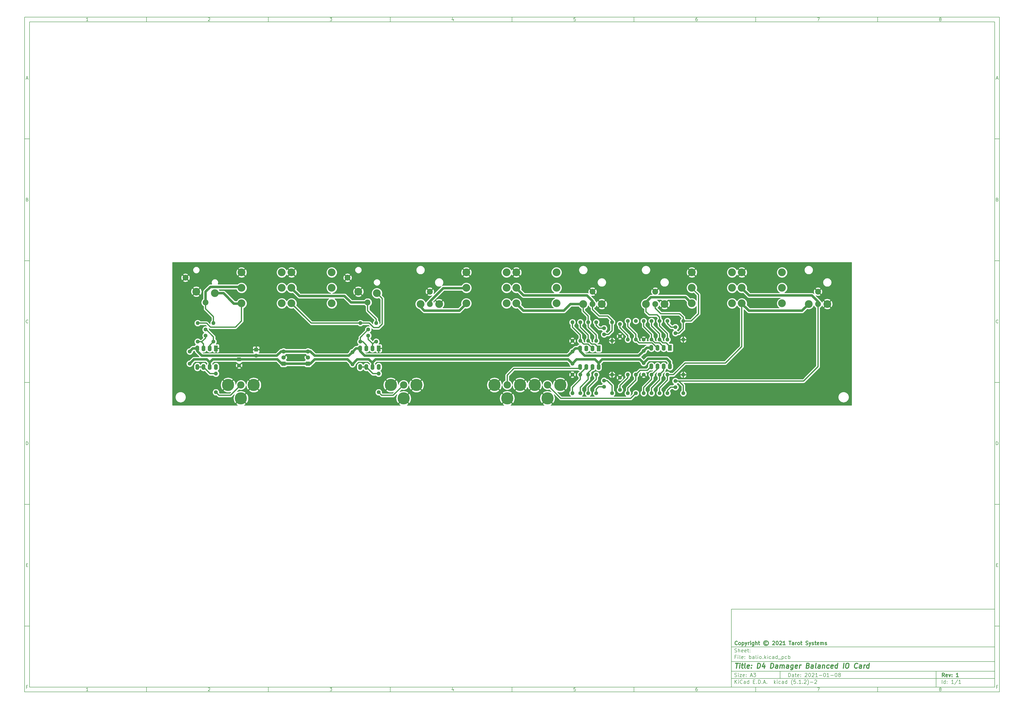
<source format=gbr>
G04 #@! TF.GenerationSoftware,KiCad,Pcbnew,(5.1.2)-2*
G04 #@! TF.CreationDate,2021-01-08T22:00:01+00:00*
G04 #@! TF.ProjectId,balio,62616c69-6f2e-46b6-9963-61645f706362,1*
G04 #@! TF.SameCoordinates,PX42c1d80PYa21fe80*
G04 #@! TF.FileFunction,Copper,L2,Bot*
G04 #@! TF.FilePolarity,Positive*
%FSLAX46Y46*%
G04 Gerber Fmt 4.6, Leading zero omitted, Abs format (unit mm)*
G04 Created by KiCad (PCBNEW (5.1.2)-2) date 2021-01-08 22:00:01*
%MOMM*%
%LPD*%
G04 APERTURE LIST*
%ADD10C,0.100000*%
%ADD11C,0.150000*%
%ADD12C,0.300000*%
%ADD13C,0.400000*%
%ADD14C,1.600000*%
%ADD15O,1.600000X1.600000*%
%ADD16C,3.200000*%
%ADD17C,2.400000*%
%ADD18C,5.000000*%
%ADD19C,3.000000*%
%ADD20R,1.600000X1.600000*%
%ADD21R,1.600000X2.400000*%
%ADD22O,1.600000X2.400000*%
%ADD23R,1.750000X1.750000*%
%ADD24C,1.750000*%
%ADD25C,0.500000*%
%ADD26C,1.000000*%
%ADD27C,0.254000*%
G04 APERTURE END LIST*
D10*
D11*
X229989000Y-83002200D02*
X229989000Y-115002200D01*
X337989000Y-115002200D01*
X337989000Y-83002200D01*
X229989000Y-83002200D01*
D10*
D11*
X-60000000Y160000000D02*
X-60000000Y-117002200D01*
X339989000Y-117002200D01*
X339989000Y160000000D01*
X-60000000Y160000000D01*
D10*
D11*
X-58000000Y158000000D02*
X-58000000Y-115002200D01*
X337989000Y-115002200D01*
X337989000Y158000000D01*
X-58000000Y158000000D01*
D10*
D11*
X-10000000Y158000000D02*
X-10000000Y160000000D01*
D10*
D11*
X40000000Y158000000D02*
X40000000Y160000000D01*
D10*
D11*
X90000000Y158000000D02*
X90000000Y160000000D01*
D10*
D11*
X140000000Y158000000D02*
X140000000Y160000000D01*
D10*
D11*
X190000000Y158000000D02*
X190000000Y160000000D01*
D10*
D11*
X240000000Y158000000D02*
X240000000Y160000000D01*
D10*
D11*
X290000000Y158000000D02*
X290000000Y160000000D01*
D10*
D11*
X-33934524Y158411905D02*
X-34677381Y158411905D01*
X-34305953Y158411905D02*
X-34305953Y159711905D01*
X-34429762Y159526191D01*
X-34553572Y159402381D01*
X-34677381Y159340477D01*
D10*
D11*
X15322619Y159588096D02*
X15384523Y159650000D01*
X15508333Y159711905D01*
X15817857Y159711905D01*
X15941666Y159650000D01*
X16003571Y159588096D01*
X16065476Y159464286D01*
X16065476Y159340477D01*
X16003571Y159154762D01*
X15260714Y158411905D01*
X16065476Y158411905D01*
D10*
D11*
X65260714Y159711905D02*
X66065476Y159711905D01*
X65632142Y159216667D01*
X65817857Y159216667D01*
X65941666Y159154762D01*
X66003571Y159092858D01*
X66065476Y158969048D01*
X66065476Y158659524D01*
X66003571Y158535715D01*
X65941666Y158473810D01*
X65817857Y158411905D01*
X65446428Y158411905D01*
X65322619Y158473810D01*
X65260714Y158535715D01*
D10*
D11*
X115941666Y159278572D02*
X115941666Y158411905D01*
X115632142Y159773810D02*
X115322619Y158845239D01*
X116127380Y158845239D01*
D10*
D11*
X166003571Y159711905D02*
X165384523Y159711905D01*
X165322619Y159092858D01*
X165384523Y159154762D01*
X165508333Y159216667D01*
X165817857Y159216667D01*
X165941666Y159154762D01*
X166003571Y159092858D01*
X166065476Y158969048D01*
X166065476Y158659524D01*
X166003571Y158535715D01*
X165941666Y158473810D01*
X165817857Y158411905D01*
X165508333Y158411905D01*
X165384523Y158473810D01*
X165322619Y158535715D01*
D10*
D11*
X215941666Y159711905D02*
X215694047Y159711905D01*
X215570238Y159650000D01*
X215508333Y159588096D01*
X215384523Y159402381D01*
X215322619Y159154762D01*
X215322619Y158659524D01*
X215384523Y158535715D01*
X215446428Y158473810D01*
X215570238Y158411905D01*
X215817857Y158411905D01*
X215941666Y158473810D01*
X216003571Y158535715D01*
X216065476Y158659524D01*
X216065476Y158969048D01*
X216003571Y159092858D01*
X215941666Y159154762D01*
X215817857Y159216667D01*
X215570238Y159216667D01*
X215446428Y159154762D01*
X215384523Y159092858D01*
X215322619Y158969048D01*
D10*
D11*
X265260714Y159711905D02*
X266127380Y159711905D01*
X265570238Y158411905D01*
D10*
D11*
X315570238Y159154762D02*
X315446428Y159216667D01*
X315384523Y159278572D01*
X315322619Y159402381D01*
X315322619Y159464286D01*
X315384523Y159588096D01*
X315446428Y159650000D01*
X315570238Y159711905D01*
X315817857Y159711905D01*
X315941666Y159650000D01*
X316003571Y159588096D01*
X316065476Y159464286D01*
X316065476Y159402381D01*
X316003571Y159278572D01*
X315941666Y159216667D01*
X315817857Y159154762D01*
X315570238Y159154762D01*
X315446428Y159092858D01*
X315384523Y159030953D01*
X315322619Y158907143D01*
X315322619Y158659524D01*
X315384523Y158535715D01*
X315446428Y158473810D01*
X315570238Y158411905D01*
X315817857Y158411905D01*
X315941666Y158473810D01*
X316003571Y158535715D01*
X316065476Y158659524D01*
X316065476Y158907143D01*
X316003571Y159030953D01*
X315941666Y159092858D01*
X315817857Y159154762D01*
D10*
D11*
X-10000000Y-115002200D02*
X-10000000Y-117002200D01*
D10*
D11*
X40000000Y-115002200D02*
X40000000Y-117002200D01*
D10*
D11*
X90000000Y-115002200D02*
X90000000Y-117002200D01*
D10*
D11*
X140000000Y-115002200D02*
X140000000Y-117002200D01*
D10*
D11*
X190000000Y-115002200D02*
X190000000Y-117002200D01*
D10*
D11*
X240000000Y-115002200D02*
X240000000Y-117002200D01*
D10*
D11*
X290000000Y-115002200D02*
X290000000Y-117002200D01*
D10*
D11*
X-33934524Y-116590295D02*
X-34677381Y-116590295D01*
X-34305953Y-116590295D02*
X-34305953Y-115290295D01*
X-34429762Y-115476009D01*
X-34553572Y-115599819D01*
X-34677381Y-115661723D01*
D10*
D11*
X15322619Y-115414104D02*
X15384523Y-115352200D01*
X15508333Y-115290295D01*
X15817857Y-115290295D01*
X15941666Y-115352200D01*
X16003571Y-115414104D01*
X16065476Y-115537914D01*
X16065476Y-115661723D01*
X16003571Y-115847438D01*
X15260714Y-116590295D01*
X16065476Y-116590295D01*
D10*
D11*
X65260714Y-115290295D02*
X66065476Y-115290295D01*
X65632142Y-115785533D01*
X65817857Y-115785533D01*
X65941666Y-115847438D01*
X66003571Y-115909342D01*
X66065476Y-116033152D01*
X66065476Y-116342676D01*
X66003571Y-116466485D01*
X65941666Y-116528390D01*
X65817857Y-116590295D01*
X65446428Y-116590295D01*
X65322619Y-116528390D01*
X65260714Y-116466485D01*
D10*
D11*
X115941666Y-115723628D02*
X115941666Y-116590295D01*
X115632142Y-115228390D02*
X115322619Y-116156961D01*
X116127380Y-116156961D01*
D10*
D11*
X166003571Y-115290295D02*
X165384523Y-115290295D01*
X165322619Y-115909342D01*
X165384523Y-115847438D01*
X165508333Y-115785533D01*
X165817857Y-115785533D01*
X165941666Y-115847438D01*
X166003571Y-115909342D01*
X166065476Y-116033152D01*
X166065476Y-116342676D01*
X166003571Y-116466485D01*
X165941666Y-116528390D01*
X165817857Y-116590295D01*
X165508333Y-116590295D01*
X165384523Y-116528390D01*
X165322619Y-116466485D01*
D10*
D11*
X215941666Y-115290295D02*
X215694047Y-115290295D01*
X215570238Y-115352200D01*
X215508333Y-115414104D01*
X215384523Y-115599819D01*
X215322619Y-115847438D01*
X215322619Y-116342676D01*
X215384523Y-116466485D01*
X215446428Y-116528390D01*
X215570238Y-116590295D01*
X215817857Y-116590295D01*
X215941666Y-116528390D01*
X216003571Y-116466485D01*
X216065476Y-116342676D01*
X216065476Y-116033152D01*
X216003571Y-115909342D01*
X215941666Y-115847438D01*
X215817857Y-115785533D01*
X215570238Y-115785533D01*
X215446428Y-115847438D01*
X215384523Y-115909342D01*
X215322619Y-116033152D01*
D10*
D11*
X265260714Y-115290295D02*
X266127380Y-115290295D01*
X265570238Y-116590295D01*
D10*
D11*
X315570238Y-115847438D02*
X315446428Y-115785533D01*
X315384523Y-115723628D01*
X315322619Y-115599819D01*
X315322619Y-115537914D01*
X315384523Y-115414104D01*
X315446428Y-115352200D01*
X315570238Y-115290295D01*
X315817857Y-115290295D01*
X315941666Y-115352200D01*
X316003571Y-115414104D01*
X316065476Y-115537914D01*
X316065476Y-115599819D01*
X316003571Y-115723628D01*
X315941666Y-115785533D01*
X315817857Y-115847438D01*
X315570238Y-115847438D01*
X315446428Y-115909342D01*
X315384523Y-115971247D01*
X315322619Y-116095057D01*
X315322619Y-116342676D01*
X315384523Y-116466485D01*
X315446428Y-116528390D01*
X315570238Y-116590295D01*
X315817857Y-116590295D01*
X315941666Y-116528390D01*
X316003571Y-116466485D01*
X316065476Y-116342676D01*
X316065476Y-116095057D01*
X316003571Y-115971247D01*
X315941666Y-115909342D01*
X315817857Y-115847438D01*
D10*
D11*
X-60000000Y110000000D02*
X-58000000Y110000000D01*
D10*
D11*
X-60000000Y60000000D02*
X-58000000Y60000000D01*
D10*
D11*
X-60000000Y10000000D02*
X-58000000Y10000000D01*
D10*
D11*
X-60000000Y-40000000D02*
X-58000000Y-40000000D01*
D10*
D11*
X-60000000Y-90000000D02*
X-58000000Y-90000000D01*
D10*
D11*
X-59309524Y134783334D02*
X-58690477Y134783334D01*
X-59433334Y134411905D02*
X-59000000Y135711905D01*
X-58566667Y134411905D01*
D10*
D11*
X-58907143Y85092858D02*
X-58721429Y85030953D01*
X-58659524Y84969048D01*
X-58597620Y84845239D01*
X-58597620Y84659524D01*
X-58659524Y84535715D01*
X-58721429Y84473810D01*
X-58845239Y84411905D01*
X-59340477Y84411905D01*
X-59340477Y85711905D01*
X-58907143Y85711905D01*
X-58783334Y85650000D01*
X-58721429Y85588096D01*
X-58659524Y85464286D01*
X-58659524Y85340477D01*
X-58721429Y85216667D01*
X-58783334Y85154762D01*
X-58907143Y85092858D01*
X-59340477Y85092858D01*
D10*
D11*
X-58597620Y34535715D02*
X-58659524Y34473810D01*
X-58845239Y34411905D01*
X-58969048Y34411905D01*
X-59154762Y34473810D01*
X-59278572Y34597620D01*
X-59340477Y34721429D01*
X-59402381Y34969048D01*
X-59402381Y35154762D01*
X-59340477Y35402381D01*
X-59278572Y35526191D01*
X-59154762Y35650000D01*
X-58969048Y35711905D01*
X-58845239Y35711905D01*
X-58659524Y35650000D01*
X-58597620Y35588096D01*
D10*
D11*
X-59340477Y-15588095D02*
X-59340477Y-14288095D01*
X-59030953Y-14288095D01*
X-58845239Y-14350000D01*
X-58721429Y-14473809D01*
X-58659524Y-14597619D01*
X-58597620Y-14845238D01*
X-58597620Y-15030952D01*
X-58659524Y-15278571D01*
X-58721429Y-15402380D01*
X-58845239Y-15526190D01*
X-59030953Y-15588095D01*
X-59340477Y-15588095D01*
D10*
D11*
X-59278572Y-64907142D02*
X-58845239Y-64907142D01*
X-58659524Y-65588095D02*
X-59278572Y-65588095D01*
X-59278572Y-64288095D01*
X-58659524Y-64288095D01*
D10*
D11*
X-58814286Y-114907142D02*
X-59247620Y-114907142D01*
X-59247620Y-115588095D02*
X-59247620Y-114288095D01*
X-58628572Y-114288095D01*
D10*
D11*
X339989000Y110000000D02*
X337989000Y110000000D01*
D10*
D11*
X339989000Y60000000D02*
X337989000Y60000000D01*
D10*
D11*
X339989000Y10000000D02*
X337989000Y10000000D01*
D10*
D11*
X339989000Y-40000000D02*
X337989000Y-40000000D01*
D10*
D11*
X339989000Y-90000000D02*
X337989000Y-90000000D01*
D10*
D11*
X338679476Y134783334D02*
X339298523Y134783334D01*
X338555666Y134411905D02*
X338989000Y135711905D01*
X339422333Y134411905D01*
D10*
D11*
X339081857Y85092858D02*
X339267571Y85030953D01*
X339329476Y84969048D01*
X339391380Y84845239D01*
X339391380Y84659524D01*
X339329476Y84535715D01*
X339267571Y84473810D01*
X339143761Y84411905D01*
X338648523Y84411905D01*
X338648523Y85711905D01*
X339081857Y85711905D01*
X339205666Y85650000D01*
X339267571Y85588096D01*
X339329476Y85464286D01*
X339329476Y85340477D01*
X339267571Y85216667D01*
X339205666Y85154762D01*
X339081857Y85092858D01*
X338648523Y85092858D01*
D10*
D11*
X339391380Y34535715D02*
X339329476Y34473810D01*
X339143761Y34411905D01*
X339019952Y34411905D01*
X338834238Y34473810D01*
X338710428Y34597620D01*
X338648523Y34721429D01*
X338586619Y34969048D01*
X338586619Y35154762D01*
X338648523Y35402381D01*
X338710428Y35526191D01*
X338834238Y35650000D01*
X339019952Y35711905D01*
X339143761Y35711905D01*
X339329476Y35650000D01*
X339391380Y35588096D01*
D10*
D11*
X338648523Y-15588095D02*
X338648523Y-14288095D01*
X338958047Y-14288095D01*
X339143761Y-14350000D01*
X339267571Y-14473809D01*
X339329476Y-14597619D01*
X339391380Y-14845238D01*
X339391380Y-15030952D01*
X339329476Y-15278571D01*
X339267571Y-15402380D01*
X339143761Y-15526190D01*
X338958047Y-15588095D01*
X338648523Y-15588095D01*
D10*
D11*
X338710428Y-64907142D02*
X339143761Y-64907142D01*
X339329476Y-65588095D02*
X338710428Y-65588095D01*
X338710428Y-64288095D01*
X339329476Y-64288095D01*
D10*
D11*
X339174714Y-114907142D02*
X338741380Y-114907142D01*
X338741380Y-115588095D02*
X338741380Y-114288095D01*
X339360428Y-114288095D01*
D10*
D11*
X253421142Y-110780771D02*
X253421142Y-109280771D01*
X253778285Y-109280771D01*
X253992571Y-109352200D01*
X254135428Y-109495057D01*
X254206857Y-109637914D01*
X254278285Y-109923628D01*
X254278285Y-110137914D01*
X254206857Y-110423628D01*
X254135428Y-110566485D01*
X253992571Y-110709342D01*
X253778285Y-110780771D01*
X253421142Y-110780771D01*
X255564000Y-110780771D02*
X255564000Y-109995057D01*
X255492571Y-109852200D01*
X255349714Y-109780771D01*
X255064000Y-109780771D01*
X254921142Y-109852200D01*
X255564000Y-110709342D02*
X255421142Y-110780771D01*
X255064000Y-110780771D01*
X254921142Y-110709342D01*
X254849714Y-110566485D01*
X254849714Y-110423628D01*
X254921142Y-110280771D01*
X255064000Y-110209342D01*
X255421142Y-110209342D01*
X255564000Y-110137914D01*
X256064000Y-109780771D02*
X256635428Y-109780771D01*
X256278285Y-109280771D02*
X256278285Y-110566485D01*
X256349714Y-110709342D01*
X256492571Y-110780771D01*
X256635428Y-110780771D01*
X257706857Y-110709342D02*
X257564000Y-110780771D01*
X257278285Y-110780771D01*
X257135428Y-110709342D01*
X257064000Y-110566485D01*
X257064000Y-109995057D01*
X257135428Y-109852200D01*
X257278285Y-109780771D01*
X257564000Y-109780771D01*
X257706857Y-109852200D01*
X257778285Y-109995057D01*
X257778285Y-110137914D01*
X257064000Y-110280771D01*
X258421142Y-110637914D02*
X258492571Y-110709342D01*
X258421142Y-110780771D01*
X258349714Y-110709342D01*
X258421142Y-110637914D01*
X258421142Y-110780771D01*
X258421142Y-109852200D02*
X258492571Y-109923628D01*
X258421142Y-109995057D01*
X258349714Y-109923628D01*
X258421142Y-109852200D01*
X258421142Y-109995057D01*
X260206857Y-109423628D02*
X260278285Y-109352200D01*
X260421142Y-109280771D01*
X260778285Y-109280771D01*
X260921142Y-109352200D01*
X260992571Y-109423628D01*
X261064000Y-109566485D01*
X261064000Y-109709342D01*
X260992571Y-109923628D01*
X260135428Y-110780771D01*
X261064000Y-110780771D01*
X261992571Y-109280771D02*
X262135428Y-109280771D01*
X262278285Y-109352200D01*
X262349714Y-109423628D01*
X262421142Y-109566485D01*
X262492571Y-109852200D01*
X262492571Y-110209342D01*
X262421142Y-110495057D01*
X262349714Y-110637914D01*
X262278285Y-110709342D01*
X262135428Y-110780771D01*
X261992571Y-110780771D01*
X261849714Y-110709342D01*
X261778285Y-110637914D01*
X261706857Y-110495057D01*
X261635428Y-110209342D01*
X261635428Y-109852200D01*
X261706857Y-109566485D01*
X261778285Y-109423628D01*
X261849714Y-109352200D01*
X261992571Y-109280771D01*
X263064000Y-109423628D02*
X263135428Y-109352200D01*
X263278285Y-109280771D01*
X263635428Y-109280771D01*
X263778285Y-109352200D01*
X263849714Y-109423628D01*
X263921142Y-109566485D01*
X263921142Y-109709342D01*
X263849714Y-109923628D01*
X262992571Y-110780771D01*
X263921142Y-110780771D01*
X265349714Y-110780771D02*
X264492571Y-110780771D01*
X264921142Y-110780771D02*
X264921142Y-109280771D01*
X264778285Y-109495057D01*
X264635428Y-109637914D01*
X264492571Y-109709342D01*
X265992571Y-110209342D02*
X267135428Y-110209342D01*
X268135428Y-109280771D02*
X268278285Y-109280771D01*
X268421142Y-109352200D01*
X268492571Y-109423628D01*
X268564000Y-109566485D01*
X268635428Y-109852200D01*
X268635428Y-110209342D01*
X268564000Y-110495057D01*
X268492571Y-110637914D01*
X268421142Y-110709342D01*
X268278285Y-110780771D01*
X268135428Y-110780771D01*
X267992571Y-110709342D01*
X267921142Y-110637914D01*
X267849714Y-110495057D01*
X267778285Y-110209342D01*
X267778285Y-109852200D01*
X267849714Y-109566485D01*
X267921142Y-109423628D01*
X267992571Y-109352200D01*
X268135428Y-109280771D01*
X270064000Y-110780771D02*
X269206857Y-110780771D01*
X269635428Y-110780771D02*
X269635428Y-109280771D01*
X269492571Y-109495057D01*
X269349714Y-109637914D01*
X269206857Y-109709342D01*
X270706857Y-110209342D02*
X271849714Y-110209342D01*
X272849714Y-109280771D02*
X272992571Y-109280771D01*
X273135428Y-109352200D01*
X273206857Y-109423628D01*
X273278285Y-109566485D01*
X273349714Y-109852200D01*
X273349714Y-110209342D01*
X273278285Y-110495057D01*
X273206857Y-110637914D01*
X273135428Y-110709342D01*
X272992571Y-110780771D01*
X272849714Y-110780771D01*
X272706857Y-110709342D01*
X272635428Y-110637914D01*
X272564000Y-110495057D01*
X272492571Y-110209342D01*
X272492571Y-109852200D01*
X272564000Y-109566485D01*
X272635428Y-109423628D01*
X272706857Y-109352200D01*
X272849714Y-109280771D01*
X274206857Y-109923628D02*
X274064000Y-109852200D01*
X273992571Y-109780771D01*
X273921142Y-109637914D01*
X273921142Y-109566485D01*
X273992571Y-109423628D01*
X274064000Y-109352200D01*
X274206857Y-109280771D01*
X274492571Y-109280771D01*
X274635428Y-109352200D01*
X274706857Y-109423628D01*
X274778285Y-109566485D01*
X274778285Y-109637914D01*
X274706857Y-109780771D01*
X274635428Y-109852200D01*
X274492571Y-109923628D01*
X274206857Y-109923628D01*
X274064000Y-109995057D01*
X273992571Y-110066485D01*
X273921142Y-110209342D01*
X273921142Y-110495057D01*
X273992571Y-110637914D01*
X274064000Y-110709342D01*
X274206857Y-110780771D01*
X274492571Y-110780771D01*
X274635428Y-110709342D01*
X274706857Y-110637914D01*
X274778285Y-110495057D01*
X274778285Y-110209342D01*
X274706857Y-110066485D01*
X274635428Y-109995057D01*
X274492571Y-109923628D01*
D10*
D11*
X229989000Y-111502200D02*
X337989000Y-111502200D01*
D10*
D11*
X231421142Y-113580771D02*
X231421142Y-112080771D01*
X232278285Y-113580771D02*
X231635428Y-112723628D01*
X232278285Y-112080771D02*
X231421142Y-112937914D01*
X232921142Y-113580771D02*
X232921142Y-112580771D01*
X232921142Y-112080771D02*
X232849714Y-112152200D01*
X232921142Y-112223628D01*
X232992571Y-112152200D01*
X232921142Y-112080771D01*
X232921142Y-112223628D01*
X234492571Y-113437914D02*
X234421142Y-113509342D01*
X234206857Y-113580771D01*
X234064000Y-113580771D01*
X233849714Y-113509342D01*
X233706857Y-113366485D01*
X233635428Y-113223628D01*
X233564000Y-112937914D01*
X233564000Y-112723628D01*
X233635428Y-112437914D01*
X233706857Y-112295057D01*
X233849714Y-112152200D01*
X234064000Y-112080771D01*
X234206857Y-112080771D01*
X234421142Y-112152200D01*
X234492571Y-112223628D01*
X235778285Y-113580771D02*
X235778285Y-112795057D01*
X235706857Y-112652200D01*
X235564000Y-112580771D01*
X235278285Y-112580771D01*
X235135428Y-112652200D01*
X235778285Y-113509342D02*
X235635428Y-113580771D01*
X235278285Y-113580771D01*
X235135428Y-113509342D01*
X235064000Y-113366485D01*
X235064000Y-113223628D01*
X235135428Y-113080771D01*
X235278285Y-113009342D01*
X235635428Y-113009342D01*
X235778285Y-112937914D01*
X237135428Y-113580771D02*
X237135428Y-112080771D01*
X237135428Y-113509342D02*
X236992571Y-113580771D01*
X236706857Y-113580771D01*
X236564000Y-113509342D01*
X236492571Y-113437914D01*
X236421142Y-113295057D01*
X236421142Y-112866485D01*
X236492571Y-112723628D01*
X236564000Y-112652200D01*
X236706857Y-112580771D01*
X236992571Y-112580771D01*
X237135428Y-112652200D01*
X238992571Y-112795057D02*
X239492571Y-112795057D01*
X239706857Y-113580771D02*
X238992571Y-113580771D01*
X238992571Y-112080771D01*
X239706857Y-112080771D01*
X240349714Y-113437914D02*
X240421142Y-113509342D01*
X240349714Y-113580771D01*
X240278285Y-113509342D01*
X240349714Y-113437914D01*
X240349714Y-113580771D01*
X241064000Y-113580771D02*
X241064000Y-112080771D01*
X241421142Y-112080771D01*
X241635428Y-112152200D01*
X241778285Y-112295057D01*
X241849714Y-112437914D01*
X241921142Y-112723628D01*
X241921142Y-112937914D01*
X241849714Y-113223628D01*
X241778285Y-113366485D01*
X241635428Y-113509342D01*
X241421142Y-113580771D01*
X241064000Y-113580771D01*
X242564000Y-113437914D02*
X242635428Y-113509342D01*
X242564000Y-113580771D01*
X242492571Y-113509342D01*
X242564000Y-113437914D01*
X242564000Y-113580771D01*
X243206857Y-113152200D02*
X243921142Y-113152200D01*
X243064000Y-113580771D02*
X243564000Y-112080771D01*
X244064000Y-113580771D01*
X244564000Y-113437914D02*
X244635428Y-113509342D01*
X244564000Y-113580771D01*
X244492571Y-113509342D01*
X244564000Y-113437914D01*
X244564000Y-113580771D01*
X247564000Y-113580771D02*
X247564000Y-112080771D01*
X247706857Y-113009342D02*
X248135428Y-113580771D01*
X248135428Y-112580771D02*
X247564000Y-113152200D01*
X248778285Y-113580771D02*
X248778285Y-112580771D01*
X248778285Y-112080771D02*
X248706857Y-112152200D01*
X248778285Y-112223628D01*
X248849714Y-112152200D01*
X248778285Y-112080771D01*
X248778285Y-112223628D01*
X250135428Y-113509342D02*
X249992571Y-113580771D01*
X249706857Y-113580771D01*
X249564000Y-113509342D01*
X249492571Y-113437914D01*
X249421142Y-113295057D01*
X249421142Y-112866485D01*
X249492571Y-112723628D01*
X249564000Y-112652200D01*
X249706857Y-112580771D01*
X249992571Y-112580771D01*
X250135428Y-112652200D01*
X251421142Y-113580771D02*
X251421142Y-112795057D01*
X251349714Y-112652200D01*
X251206857Y-112580771D01*
X250921142Y-112580771D01*
X250778285Y-112652200D01*
X251421142Y-113509342D02*
X251278285Y-113580771D01*
X250921142Y-113580771D01*
X250778285Y-113509342D01*
X250706857Y-113366485D01*
X250706857Y-113223628D01*
X250778285Y-113080771D01*
X250921142Y-113009342D01*
X251278285Y-113009342D01*
X251421142Y-112937914D01*
X252778285Y-113580771D02*
X252778285Y-112080771D01*
X252778285Y-113509342D02*
X252635428Y-113580771D01*
X252349714Y-113580771D01*
X252206857Y-113509342D01*
X252135428Y-113437914D01*
X252064000Y-113295057D01*
X252064000Y-112866485D01*
X252135428Y-112723628D01*
X252206857Y-112652200D01*
X252349714Y-112580771D01*
X252635428Y-112580771D01*
X252778285Y-112652200D01*
X255064000Y-114152200D02*
X254992571Y-114080771D01*
X254849714Y-113866485D01*
X254778285Y-113723628D01*
X254706857Y-113509342D01*
X254635428Y-113152200D01*
X254635428Y-112866485D01*
X254706857Y-112509342D01*
X254778285Y-112295057D01*
X254849714Y-112152200D01*
X254992571Y-111937914D01*
X255064000Y-111866485D01*
X256349714Y-112080771D02*
X255635428Y-112080771D01*
X255564000Y-112795057D01*
X255635428Y-112723628D01*
X255778285Y-112652200D01*
X256135428Y-112652200D01*
X256278285Y-112723628D01*
X256349714Y-112795057D01*
X256421142Y-112937914D01*
X256421142Y-113295057D01*
X256349714Y-113437914D01*
X256278285Y-113509342D01*
X256135428Y-113580771D01*
X255778285Y-113580771D01*
X255635428Y-113509342D01*
X255564000Y-113437914D01*
X257064000Y-113437914D02*
X257135428Y-113509342D01*
X257064000Y-113580771D01*
X256992571Y-113509342D01*
X257064000Y-113437914D01*
X257064000Y-113580771D01*
X258564000Y-113580771D02*
X257706857Y-113580771D01*
X258135428Y-113580771D02*
X258135428Y-112080771D01*
X257992571Y-112295057D01*
X257849714Y-112437914D01*
X257706857Y-112509342D01*
X259206857Y-113437914D02*
X259278285Y-113509342D01*
X259206857Y-113580771D01*
X259135428Y-113509342D01*
X259206857Y-113437914D01*
X259206857Y-113580771D01*
X259849714Y-112223628D02*
X259921142Y-112152200D01*
X260064000Y-112080771D01*
X260421142Y-112080771D01*
X260564000Y-112152200D01*
X260635428Y-112223628D01*
X260706857Y-112366485D01*
X260706857Y-112509342D01*
X260635428Y-112723628D01*
X259778285Y-113580771D01*
X260706857Y-113580771D01*
X261206857Y-114152200D02*
X261278285Y-114080771D01*
X261421142Y-113866485D01*
X261492571Y-113723628D01*
X261564000Y-113509342D01*
X261635428Y-113152200D01*
X261635428Y-112866485D01*
X261564000Y-112509342D01*
X261492571Y-112295057D01*
X261421142Y-112152200D01*
X261278285Y-111937914D01*
X261206857Y-111866485D01*
X262349714Y-113009342D02*
X263492571Y-113009342D01*
X264135428Y-112223628D02*
X264206857Y-112152200D01*
X264349714Y-112080771D01*
X264706857Y-112080771D01*
X264849714Y-112152200D01*
X264921142Y-112223628D01*
X264992571Y-112366485D01*
X264992571Y-112509342D01*
X264921142Y-112723628D01*
X264064000Y-113580771D01*
X264992571Y-113580771D01*
D10*
D11*
X229989000Y-108502200D02*
X337989000Y-108502200D01*
D10*
D12*
X317398285Y-110780771D02*
X316898285Y-110066485D01*
X316541142Y-110780771D02*
X316541142Y-109280771D01*
X317112571Y-109280771D01*
X317255428Y-109352200D01*
X317326857Y-109423628D01*
X317398285Y-109566485D01*
X317398285Y-109780771D01*
X317326857Y-109923628D01*
X317255428Y-109995057D01*
X317112571Y-110066485D01*
X316541142Y-110066485D01*
X318612571Y-110709342D02*
X318469714Y-110780771D01*
X318184000Y-110780771D01*
X318041142Y-110709342D01*
X317969714Y-110566485D01*
X317969714Y-109995057D01*
X318041142Y-109852200D01*
X318184000Y-109780771D01*
X318469714Y-109780771D01*
X318612571Y-109852200D01*
X318684000Y-109995057D01*
X318684000Y-110137914D01*
X317969714Y-110280771D01*
X319184000Y-109780771D02*
X319541142Y-110780771D01*
X319898285Y-109780771D01*
X320469714Y-110637914D02*
X320541142Y-110709342D01*
X320469714Y-110780771D01*
X320398285Y-110709342D01*
X320469714Y-110637914D01*
X320469714Y-110780771D01*
X320469714Y-109852200D02*
X320541142Y-109923628D01*
X320469714Y-109995057D01*
X320398285Y-109923628D01*
X320469714Y-109852200D01*
X320469714Y-109995057D01*
X323112571Y-110780771D02*
X322255428Y-110780771D01*
X322684000Y-110780771D02*
X322684000Y-109280771D01*
X322541142Y-109495057D01*
X322398285Y-109637914D01*
X322255428Y-109709342D01*
D10*
D11*
X231349714Y-110709342D02*
X231564000Y-110780771D01*
X231921142Y-110780771D01*
X232064000Y-110709342D01*
X232135428Y-110637914D01*
X232206857Y-110495057D01*
X232206857Y-110352200D01*
X232135428Y-110209342D01*
X232064000Y-110137914D01*
X231921142Y-110066485D01*
X231635428Y-109995057D01*
X231492571Y-109923628D01*
X231421142Y-109852200D01*
X231349714Y-109709342D01*
X231349714Y-109566485D01*
X231421142Y-109423628D01*
X231492571Y-109352200D01*
X231635428Y-109280771D01*
X231992571Y-109280771D01*
X232206857Y-109352200D01*
X232849714Y-110780771D02*
X232849714Y-109780771D01*
X232849714Y-109280771D02*
X232778285Y-109352200D01*
X232849714Y-109423628D01*
X232921142Y-109352200D01*
X232849714Y-109280771D01*
X232849714Y-109423628D01*
X233421142Y-109780771D02*
X234206857Y-109780771D01*
X233421142Y-110780771D01*
X234206857Y-110780771D01*
X235349714Y-110709342D02*
X235206857Y-110780771D01*
X234921142Y-110780771D01*
X234778285Y-110709342D01*
X234706857Y-110566485D01*
X234706857Y-109995057D01*
X234778285Y-109852200D01*
X234921142Y-109780771D01*
X235206857Y-109780771D01*
X235349714Y-109852200D01*
X235421142Y-109995057D01*
X235421142Y-110137914D01*
X234706857Y-110280771D01*
X236064000Y-110637914D02*
X236135428Y-110709342D01*
X236064000Y-110780771D01*
X235992571Y-110709342D01*
X236064000Y-110637914D01*
X236064000Y-110780771D01*
X236064000Y-109852200D02*
X236135428Y-109923628D01*
X236064000Y-109995057D01*
X235992571Y-109923628D01*
X236064000Y-109852200D01*
X236064000Y-109995057D01*
X237849714Y-110352200D02*
X238564000Y-110352200D01*
X237706857Y-110780771D02*
X238206857Y-109280771D01*
X238706857Y-110780771D01*
X239064000Y-109280771D02*
X239992571Y-109280771D01*
X239492571Y-109852200D01*
X239706857Y-109852200D01*
X239849714Y-109923628D01*
X239921142Y-109995057D01*
X239992571Y-110137914D01*
X239992571Y-110495057D01*
X239921142Y-110637914D01*
X239849714Y-110709342D01*
X239706857Y-110780771D01*
X239278285Y-110780771D01*
X239135428Y-110709342D01*
X239064000Y-110637914D01*
D10*
D11*
X316421142Y-113580771D02*
X316421142Y-112080771D01*
X317778285Y-113580771D02*
X317778285Y-112080771D01*
X317778285Y-113509342D02*
X317635428Y-113580771D01*
X317349714Y-113580771D01*
X317206857Y-113509342D01*
X317135428Y-113437914D01*
X317064000Y-113295057D01*
X317064000Y-112866485D01*
X317135428Y-112723628D01*
X317206857Y-112652200D01*
X317349714Y-112580771D01*
X317635428Y-112580771D01*
X317778285Y-112652200D01*
X318492571Y-113437914D02*
X318564000Y-113509342D01*
X318492571Y-113580771D01*
X318421142Y-113509342D01*
X318492571Y-113437914D01*
X318492571Y-113580771D01*
X318492571Y-112652200D02*
X318564000Y-112723628D01*
X318492571Y-112795057D01*
X318421142Y-112723628D01*
X318492571Y-112652200D01*
X318492571Y-112795057D01*
X321135428Y-113580771D02*
X320278285Y-113580771D01*
X320706857Y-113580771D02*
X320706857Y-112080771D01*
X320564000Y-112295057D01*
X320421142Y-112437914D01*
X320278285Y-112509342D01*
X322849714Y-112009342D02*
X321564000Y-113937914D01*
X324135428Y-113580771D02*
X323278285Y-113580771D01*
X323706857Y-113580771D02*
X323706857Y-112080771D01*
X323564000Y-112295057D01*
X323421142Y-112437914D01*
X323278285Y-112509342D01*
D10*
D11*
X229989000Y-104502200D02*
X337989000Y-104502200D01*
D10*
D13*
X231701380Y-105206961D02*
X232844238Y-105206961D01*
X232022809Y-107206961D02*
X232272809Y-105206961D01*
X233260904Y-107206961D02*
X233427571Y-105873628D01*
X233510904Y-105206961D02*
X233403761Y-105302200D01*
X233487095Y-105397438D01*
X233594238Y-105302200D01*
X233510904Y-105206961D01*
X233487095Y-105397438D01*
X234094238Y-105873628D02*
X234856142Y-105873628D01*
X234463285Y-105206961D02*
X234249000Y-106921247D01*
X234320428Y-107111723D01*
X234499000Y-107206961D01*
X234689476Y-107206961D01*
X235641857Y-107206961D02*
X235463285Y-107111723D01*
X235391857Y-106921247D01*
X235606142Y-105206961D01*
X237177571Y-107111723D02*
X236975190Y-107206961D01*
X236594238Y-107206961D01*
X236415666Y-107111723D01*
X236344238Y-106921247D01*
X236439476Y-106159342D01*
X236558523Y-105968866D01*
X236760904Y-105873628D01*
X237141857Y-105873628D01*
X237320428Y-105968866D01*
X237391857Y-106159342D01*
X237368047Y-106349819D01*
X236391857Y-106540295D01*
X238141857Y-107016485D02*
X238225190Y-107111723D01*
X238118047Y-107206961D01*
X238034714Y-107111723D01*
X238141857Y-107016485D01*
X238118047Y-107206961D01*
X238272809Y-105968866D02*
X238356142Y-106064104D01*
X238249000Y-106159342D01*
X238165666Y-106064104D01*
X238272809Y-105968866D01*
X238249000Y-106159342D01*
X240594238Y-107206961D02*
X240844238Y-105206961D01*
X241320428Y-105206961D01*
X241594238Y-105302200D01*
X241760904Y-105492676D01*
X241832333Y-105683152D01*
X241879952Y-106064104D01*
X241844238Y-106349819D01*
X241701380Y-106730771D01*
X241582333Y-106921247D01*
X241368047Y-107111723D01*
X241070428Y-107206961D01*
X240594238Y-107206961D01*
X243618047Y-105873628D02*
X243451380Y-107206961D01*
X243237095Y-105111723D02*
X242582333Y-106540295D01*
X243820428Y-106540295D01*
X246022809Y-107206961D02*
X246272809Y-105206961D01*
X246749000Y-105206961D01*
X247022809Y-105302200D01*
X247189476Y-105492676D01*
X247260904Y-105683152D01*
X247308523Y-106064104D01*
X247272809Y-106349819D01*
X247129952Y-106730771D01*
X247010904Y-106921247D01*
X246796619Y-107111723D01*
X246499000Y-107206961D01*
X246022809Y-107206961D01*
X248879952Y-107206961D02*
X249010904Y-106159342D01*
X248939476Y-105968866D01*
X248760904Y-105873628D01*
X248379952Y-105873628D01*
X248177571Y-105968866D01*
X248891857Y-107111723D02*
X248689476Y-107206961D01*
X248213285Y-107206961D01*
X248034714Y-107111723D01*
X247963285Y-106921247D01*
X247987095Y-106730771D01*
X248106142Y-106540295D01*
X248308523Y-106445057D01*
X248784714Y-106445057D01*
X248987095Y-106349819D01*
X249832333Y-107206961D02*
X249999000Y-105873628D01*
X249975190Y-106064104D02*
X250082333Y-105968866D01*
X250284714Y-105873628D01*
X250570428Y-105873628D01*
X250749000Y-105968866D01*
X250820428Y-106159342D01*
X250689476Y-107206961D01*
X250820428Y-106159342D02*
X250939476Y-105968866D01*
X251141857Y-105873628D01*
X251427571Y-105873628D01*
X251606142Y-105968866D01*
X251677571Y-106159342D01*
X251546619Y-107206961D01*
X253356142Y-107206961D02*
X253487095Y-106159342D01*
X253415666Y-105968866D01*
X253237095Y-105873628D01*
X252856142Y-105873628D01*
X252653761Y-105968866D01*
X253368047Y-107111723D02*
X253165666Y-107206961D01*
X252689476Y-107206961D01*
X252510904Y-107111723D01*
X252439476Y-106921247D01*
X252463285Y-106730771D01*
X252582333Y-106540295D01*
X252784714Y-106445057D01*
X253260904Y-106445057D01*
X253463285Y-106349819D01*
X255332333Y-105873628D02*
X255129952Y-107492676D01*
X255010904Y-107683152D01*
X254903761Y-107778390D01*
X254701380Y-107873628D01*
X254415666Y-107873628D01*
X254237095Y-107778390D01*
X255177571Y-107111723D02*
X254975190Y-107206961D01*
X254594238Y-107206961D01*
X254415666Y-107111723D01*
X254332333Y-107016485D01*
X254260904Y-106826009D01*
X254332333Y-106254580D01*
X254451380Y-106064104D01*
X254558523Y-105968866D01*
X254760904Y-105873628D01*
X255141857Y-105873628D01*
X255320428Y-105968866D01*
X256891857Y-107111723D02*
X256689476Y-107206961D01*
X256308523Y-107206961D01*
X256129952Y-107111723D01*
X256058523Y-106921247D01*
X256153761Y-106159342D01*
X256272809Y-105968866D01*
X256475190Y-105873628D01*
X256856142Y-105873628D01*
X257034714Y-105968866D01*
X257106142Y-106159342D01*
X257082333Y-106349819D01*
X256106142Y-106540295D01*
X257832333Y-107206961D02*
X257999000Y-105873628D01*
X257951380Y-106254580D02*
X258070428Y-106064104D01*
X258177571Y-105968866D01*
X258379952Y-105873628D01*
X258570428Y-105873628D01*
X261391857Y-106159342D02*
X261665666Y-106254580D01*
X261749000Y-106349819D01*
X261820428Y-106540295D01*
X261784714Y-106826009D01*
X261665666Y-107016485D01*
X261558523Y-107111723D01*
X261356142Y-107206961D01*
X260594238Y-107206961D01*
X260844238Y-105206961D01*
X261510904Y-105206961D01*
X261689476Y-105302200D01*
X261772809Y-105397438D01*
X261844238Y-105587914D01*
X261820428Y-105778390D01*
X261701380Y-105968866D01*
X261594238Y-106064104D01*
X261391857Y-106159342D01*
X260725190Y-106159342D01*
X263451380Y-107206961D02*
X263582333Y-106159342D01*
X263510904Y-105968866D01*
X263332333Y-105873628D01*
X262951380Y-105873628D01*
X262749000Y-105968866D01*
X263463285Y-107111723D02*
X263260904Y-107206961D01*
X262784714Y-107206961D01*
X262606142Y-107111723D01*
X262534714Y-106921247D01*
X262558523Y-106730771D01*
X262677571Y-106540295D01*
X262879952Y-106445057D01*
X263356142Y-106445057D01*
X263558523Y-106349819D01*
X264689476Y-107206961D02*
X264510904Y-107111723D01*
X264439476Y-106921247D01*
X264653761Y-105206961D01*
X266308523Y-107206961D02*
X266439476Y-106159342D01*
X266368047Y-105968866D01*
X266189476Y-105873628D01*
X265808523Y-105873628D01*
X265606142Y-105968866D01*
X266320428Y-107111723D02*
X266118047Y-107206961D01*
X265641857Y-107206961D01*
X265463285Y-107111723D01*
X265391857Y-106921247D01*
X265415666Y-106730771D01*
X265534714Y-106540295D01*
X265737095Y-106445057D01*
X266213285Y-106445057D01*
X266415666Y-106349819D01*
X267427571Y-105873628D02*
X267260904Y-107206961D01*
X267403761Y-106064104D02*
X267510904Y-105968866D01*
X267713285Y-105873628D01*
X267999000Y-105873628D01*
X268177571Y-105968866D01*
X268249000Y-106159342D01*
X268118047Y-107206961D01*
X269939476Y-107111723D02*
X269737095Y-107206961D01*
X269356142Y-107206961D01*
X269177571Y-107111723D01*
X269094238Y-107016485D01*
X269022809Y-106826009D01*
X269094238Y-106254580D01*
X269213285Y-106064104D01*
X269320428Y-105968866D01*
X269522809Y-105873628D01*
X269903761Y-105873628D01*
X270082333Y-105968866D01*
X271558523Y-107111723D02*
X271356142Y-107206961D01*
X270975190Y-107206961D01*
X270796619Y-107111723D01*
X270725190Y-106921247D01*
X270820428Y-106159342D01*
X270939476Y-105968866D01*
X271141857Y-105873628D01*
X271522809Y-105873628D01*
X271701380Y-105968866D01*
X271772809Y-106159342D01*
X271749000Y-106349819D01*
X270772809Y-106540295D01*
X273356142Y-107206961D02*
X273606142Y-105206961D01*
X273368047Y-107111723D02*
X273165666Y-107206961D01*
X272784714Y-107206961D01*
X272606142Y-107111723D01*
X272522809Y-107016485D01*
X272451380Y-106826009D01*
X272522809Y-106254580D01*
X272641857Y-106064104D01*
X272749000Y-105968866D01*
X272951380Y-105873628D01*
X273332333Y-105873628D01*
X273510904Y-105968866D01*
X275832333Y-107206961D02*
X276082333Y-105206961D01*
X277415666Y-105206961D02*
X277796619Y-105206961D01*
X277975190Y-105302200D01*
X278141857Y-105492676D01*
X278189476Y-105873628D01*
X278106142Y-106540295D01*
X277963285Y-106921247D01*
X277749000Y-107111723D01*
X277546619Y-107206961D01*
X277165666Y-107206961D01*
X276987095Y-107111723D01*
X276820428Y-106921247D01*
X276772809Y-106540295D01*
X276856142Y-105873628D01*
X276999000Y-105492676D01*
X277213285Y-105302200D01*
X277415666Y-105206961D01*
X281570428Y-107016485D02*
X281463285Y-107111723D01*
X281165666Y-107206961D01*
X280975190Y-107206961D01*
X280701380Y-107111723D01*
X280534714Y-106921247D01*
X280463285Y-106730771D01*
X280415666Y-106349819D01*
X280451380Y-106064104D01*
X280594238Y-105683152D01*
X280713285Y-105492676D01*
X280927571Y-105302200D01*
X281225190Y-105206961D01*
X281415666Y-105206961D01*
X281689476Y-105302200D01*
X281772809Y-105397438D01*
X283260904Y-107206961D02*
X283391857Y-106159342D01*
X283320428Y-105968866D01*
X283141857Y-105873628D01*
X282760904Y-105873628D01*
X282558523Y-105968866D01*
X283272809Y-107111723D02*
X283070428Y-107206961D01*
X282594238Y-107206961D01*
X282415666Y-107111723D01*
X282344238Y-106921247D01*
X282368047Y-106730771D01*
X282487095Y-106540295D01*
X282689476Y-106445057D01*
X283165666Y-106445057D01*
X283368047Y-106349819D01*
X284213285Y-107206961D02*
X284379952Y-105873628D01*
X284332333Y-106254580D02*
X284451380Y-106064104D01*
X284558523Y-105968866D01*
X284760904Y-105873628D01*
X284951380Y-105873628D01*
X286308523Y-107206961D02*
X286558523Y-105206961D01*
X286320428Y-107111723D02*
X286118047Y-107206961D01*
X285737095Y-107206961D01*
X285558523Y-107111723D01*
X285475190Y-107016485D01*
X285403761Y-106826009D01*
X285475190Y-106254580D01*
X285594238Y-106064104D01*
X285701380Y-105968866D01*
X285903761Y-105873628D01*
X286284714Y-105873628D01*
X286463285Y-105968866D01*
D10*
D11*
X231921142Y-102595057D02*
X231421142Y-102595057D01*
X231421142Y-103380771D02*
X231421142Y-101880771D01*
X232135428Y-101880771D01*
X232706857Y-103380771D02*
X232706857Y-102380771D01*
X232706857Y-101880771D02*
X232635428Y-101952200D01*
X232706857Y-102023628D01*
X232778285Y-101952200D01*
X232706857Y-101880771D01*
X232706857Y-102023628D01*
X233635428Y-103380771D02*
X233492571Y-103309342D01*
X233421142Y-103166485D01*
X233421142Y-101880771D01*
X234778285Y-103309342D02*
X234635428Y-103380771D01*
X234349714Y-103380771D01*
X234206857Y-103309342D01*
X234135428Y-103166485D01*
X234135428Y-102595057D01*
X234206857Y-102452200D01*
X234349714Y-102380771D01*
X234635428Y-102380771D01*
X234778285Y-102452200D01*
X234849714Y-102595057D01*
X234849714Y-102737914D01*
X234135428Y-102880771D01*
X235492571Y-103237914D02*
X235564000Y-103309342D01*
X235492571Y-103380771D01*
X235421142Y-103309342D01*
X235492571Y-103237914D01*
X235492571Y-103380771D01*
X235492571Y-102452200D02*
X235564000Y-102523628D01*
X235492571Y-102595057D01*
X235421142Y-102523628D01*
X235492571Y-102452200D01*
X235492571Y-102595057D01*
X237349714Y-103380771D02*
X237349714Y-101880771D01*
X237349714Y-102452200D02*
X237492571Y-102380771D01*
X237778285Y-102380771D01*
X237921142Y-102452200D01*
X237992571Y-102523628D01*
X238064000Y-102666485D01*
X238064000Y-103095057D01*
X237992571Y-103237914D01*
X237921142Y-103309342D01*
X237778285Y-103380771D01*
X237492571Y-103380771D01*
X237349714Y-103309342D01*
X239349714Y-103380771D02*
X239349714Y-102595057D01*
X239278285Y-102452200D01*
X239135428Y-102380771D01*
X238849714Y-102380771D01*
X238706857Y-102452200D01*
X239349714Y-103309342D02*
X239206857Y-103380771D01*
X238849714Y-103380771D01*
X238706857Y-103309342D01*
X238635428Y-103166485D01*
X238635428Y-103023628D01*
X238706857Y-102880771D01*
X238849714Y-102809342D01*
X239206857Y-102809342D01*
X239349714Y-102737914D01*
X240278285Y-103380771D02*
X240135428Y-103309342D01*
X240064000Y-103166485D01*
X240064000Y-101880771D01*
X240849714Y-103380771D02*
X240849714Y-102380771D01*
X240849714Y-101880771D02*
X240778285Y-101952200D01*
X240849714Y-102023628D01*
X240921142Y-101952200D01*
X240849714Y-101880771D01*
X240849714Y-102023628D01*
X241778285Y-103380771D02*
X241635428Y-103309342D01*
X241564000Y-103237914D01*
X241492571Y-103095057D01*
X241492571Y-102666485D01*
X241564000Y-102523628D01*
X241635428Y-102452200D01*
X241778285Y-102380771D01*
X241992571Y-102380771D01*
X242135428Y-102452200D01*
X242206857Y-102523628D01*
X242278285Y-102666485D01*
X242278285Y-103095057D01*
X242206857Y-103237914D01*
X242135428Y-103309342D01*
X241992571Y-103380771D01*
X241778285Y-103380771D01*
X242921142Y-103237914D02*
X242992571Y-103309342D01*
X242921142Y-103380771D01*
X242849714Y-103309342D01*
X242921142Y-103237914D01*
X242921142Y-103380771D01*
X243635428Y-103380771D02*
X243635428Y-101880771D01*
X243778285Y-102809342D02*
X244206857Y-103380771D01*
X244206857Y-102380771D02*
X243635428Y-102952200D01*
X244849714Y-103380771D02*
X244849714Y-102380771D01*
X244849714Y-101880771D02*
X244778285Y-101952200D01*
X244849714Y-102023628D01*
X244921142Y-101952200D01*
X244849714Y-101880771D01*
X244849714Y-102023628D01*
X246206857Y-103309342D02*
X246064000Y-103380771D01*
X245778285Y-103380771D01*
X245635428Y-103309342D01*
X245564000Y-103237914D01*
X245492571Y-103095057D01*
X245492571Y-102666485D01*
X245564000Y-102523628D01*
X245635428Y-102452200D01*
X245778285Y-102380771D01*
X246064000Y-102380771D01*
X246206857Y-102452200D01*
X247492571Y-103380771D02*
X247492571Y-102595057D01*
X247421142Y-102452200D01*
X247278285Y-102380771D01*
X246992571Y-102380771D01*
X246849714Y-102452200D01*
X247492571Y-103309342D02*
X247349714Y-103380771D01*
X246992571Y-103380771D01*
X246849714Y-103309342D01*
X246778285Y-103166485D01*
X246778285Y-103023628D01*
X246849714Y-102880771D01*
X246992571Y-102809342D01*
X247349714Y-102809342D01*
X247492571Y-102737914D01*
X248849714Y-103380771D02*
X248849714Y-101880771D01*
X248849714Y-103309342D02*
X248706857Y-103380771D01*
X248421142Y-103380771D01*
X248278285Y-103309342D01*
X248206857Y-103237914D01*
X248135428Y-103095057D01*
X248135428Y-102666485D01*
X248206857Y-102523628D01*
X248278285Y-102452200D01*
X248421142Y-102380771D01*
X248706857Y-102380771D01*
X248849714Y-102452200D01*
X249206857Y-103523628D02*
X250349714Y-103523628D01*
X250706857Y-102380771D02*
X250706857Y-103880771D01*
X250706857Y-102452200D02*
X250849714Y-102380771D01*
X251135428Y-102380771D01*
X251278285Y-102452200D01*
X251349714Y-102523628D01*
X251421142Y-102666485D01*
X251421142Y-103095057D01*
X251349714Y-103237914D01*
X251278285Y-103309342D01*
X251135428Y-103380771D01*
X250849714Y-103380771D01*
X250706857Y-103309342D01*
X252706857Y-103309342D02*
X252564000Y-103380771D01*
X252278285Y-103380771D01*
X252135428Y-103309342D01*
X252064000Y-103237914D01*
X251992571Y-103095057D01*
X251992571Y-102666485D01*
X252064000Y-102523628D01*
X252135428Y-102452200D01*
X252278285Y-102380771D01*
X252564000Y-102380771D01*
X252706857Y-102452200D01*
X253349714Y-103380771D02*
X253349714Y-101880771D01*
X253349714Y-102452200D02*
X253492571Y-102380771D01*
X253778285Y-102380771D01*
X253921142Y-102452200D01*
X253992571Y-102523628D01*
X254064000Y-102666485D01*
X254064000Y-103095057D01*
X253992571Y-103237914D01*
X253921142Y-103309342D01*
X253778285Y-103380771D01*
X253492571Y-103380771D01*
X253349714Y-103309342D01*
D10*
D11*
X229989000Y-98502200D02*
X337989000Y-98502200D01*
D10*
D11*
X231349714Y-100609342D02*
X231564000Y-100680771D01*
X231921142Y-100680771D01*
X232064000Y-100609342D01*
X232135428Y-100537914D01*
X232206857Y-100395057D01*
X232206857Y-100252200D01*
X232135428Y-100109342D01*
X232064000Y-100037914D01*
X231921142Y-99966485D01*
X231635428Y-99895057D01*
X231492571Y-99823628D01*
X231421142Y-99752200D01*
X231349714Y-99609342D01*
X231349714Y-99466485D01*
X231421142Y-99323628D01*
X231492571Y-99252200D01*
X231635428Y-99180771D01*
X231992571Y-99180771D01*
X232206857Y-99252200D01*
X232849714Y-100680771D02*
X232849714Y-99180771D01*
X233492571Y-100680771D02*
X233492571Y-99895057D01*
X233421142Y-99752200D01*
X233278285Y-99680771D01*
X233064000Y-99680771D01*
X232921142Y-99752200D01*
X232849714Y-99823628D01*
X234778285Y-100609342D02*
X234635428Y-100680771D01*
X234349714Y-100680771D01*
X234206857Y-100609342D01*
X234135428Y-100466485D01*
X234135428Y-99895057D01*
X234206857Y-99752200D01*
X234349714Y-99680771D01*
X234635428Y-99680771D01*
X234778285Y-99752200D01*
X234849714Y-99895057D01*
X234849714Y-100037914D01*
X234135428Y-100180771D01*
X236064000Y-100609342D02*
X235921142Y-100680771D01*
X235635428Y-100680771D01*
X235492571Y-100609342D01*
X235421142Y-100466485D01*
X235421142Y-99895057D01*
X235492571Y-99752200D01*
X235635428Y-99680771D01*
X235921142Y-99680771D01*
X236064000Y-99752200D01*
X236135428Y-99895057D01*
X236135428Y-100037914D01*
X235421142Y-100180771D01*
X236564000Y-99680771D02*
X237135428Y-99680771D01*
X236778285Y-99180771D02*
X236778285Y-100466485D01*
X236849714Y-100609342D01*
X236992571Y-100680771D01*
X237135428Y-100680771D01*
X237635428Y-100537914D02*
X237706857Y-100609342D01*
X237635428Y-100680771D01*
X237564000Y-100609342D01*
X237635428Y-100537914D01*
X237635428Y-100680771D01*
X237635428Y-99752200D02*
X237706857Y-99823628D01*
X237635428Y-99895057D01*
X237564000Y-99823628D01*
X237635428Y-99752200D01*
X237635428Y-99895057D01*
D10*
D12*
X232398285Y-97537914D02*
X232326857Y-97609342D01*
X232112571Y-97680771D01*
X231969714Y-97680771D01*
X231755428Y-97609342D01*
X231612571Y-97466485D01*
X231541142Y-97323628D01*
X231469714Y-97037914D01*
X231469714Y-96823628D01*
X231541142Y-96537914D01*
X231612571Y-96395057D01*
X231755428Y-96252200D01*
X231969714Y-96180771D01*
X232112571Y-96180771D01*
X232326857Y-96252200D01*
X232398285Y-96323628D01*
X233255428Y-97680771D02*
X233112571Y-97609342D01*
X233041142Y-97537914D01*
X232969714Y-97395057D01*
X232969714Y-96966485D01*
X233041142Y-96823628D01*
X233112571Y-96752200D01*
X233255428Y-96680771D01*
X233469714Y-96680771D01*
X233612571Y-96752200D01*
X233684000Y-96823628D01*
X233755428Y-96966485D01*
X233755428Y-97395057D01*
X233684000Y-97537914D01*
X233612571Y-97609342D01*
X233469714Y-97680771D01*
X233255428Y-97680771D01*
X234398285Y-96680771D02*
X234398285Y-98180771D01*
X234398285Y-96752200D02*
X234541142Y-96680771D01*
X234826857Y-96680771D01*
X234969714Y-96752200D01*
X235041142Y-96823628D01*
X235112571Y-96966485D01*
X235112571Y-97395057D01*
X235041142Y-97537914D01*
X234969714Y-97609342D01*
X234826857Y-97680771D01*
X234541142Y-97680771D01*
X234398285Y-97609342D01*
X235612571Y-96680771D02*
X235969714Y-97680771D01*
X236326857Y-96680771D02*
X235969714Y-97680771D01*
X235826857Y-98037914D01*
X235755428Y-98109342D01*
X235612571Y-98180771D01*
X236898285Y-97680771D02*
X236898285Y-96680771D01*
X236898285Y-96966485D02*
X236969714Y-96823628D01*
X237041142Y-96752200D01*
X237184000Y-96680771D01*
X237326857Y-96680771D01*
X237826857Y-97680771D02*
X237826857Y-96680771D01*
X237826857Y-96180771D02*
X237755428Y-96252200D01*
X237826857Y-96323628D01*
X237898285Y-96252200D01*
X237826857Y-96180771D01*
X237826857Y-96323628D01*
X239184000Y-96680771D02*
X239184000Y-97895057D01*
X239112571Y-98037914D01*
X239041142Y-98109342D01*
X238898285Y-98180771D01*
X238684000Y-98180771D01*
X238541142Y-98109342D01*
X239184000Y-97609342D02*
X239041142Y-97680771D01*
X238755428Y-97680771D01*
X238612571Y-97609342D01*
X238541142Y-97537914D01*
X238469714Y-97395057D01*
X238469714Y-96966485D01*
X238541142Y-96823628D01*
X238612571Y-96752200D01*
X238755428Y-96680771D01*
X239041142Y-96680771D01*
X239184000Y-96752200D01*
X239898285Y-97680771D02*
X239898285Y-96180771D01*
X240541142Y-97680771D02*
X240541142Y-96895057D01*
X240469714Y-96752200D01*
X240326857Y-96680771D01*
X240112571Y-96680771D01*
X239969714Y-96752200D01*
X239898285Y-96823628D01*
X241041142Y-96680771D02*
X241612571Y-96680771D01*
X241255428Y-96180771D02*
X241255428Y-97466485D01*
X241326857Y-97609342D01*
X241469714Y-97680771D01*
X241612571Y-97680771D01*
X244469714Y-96537914D02*
X244326857Y-96466485D01*
X244041142Y-96466485D01*
X243898285Y-96537914D01*
X243755428Y-96680771D01*
X243684000Y-96823628D01*
X243684000Y-97109342D01*
X243755428Y-97252200D01*
X243898285Y-97395057D01*
X244041142Y-97466485D01*
X244326857Y-97466485D01*
X244469714Y-97395057D01*
X244184000Y-95966485D02*
X243826857Y-96037914D01*
X243469714Y-96252200D01*
X243255428Y-96609342D01*
X243184000Y-96966485D01*
X243255428Y-97323628D01*
X243469714Y-97680771D01*
X243826857Y-97895057D01*
X244184000Y-97966485D01*
X244541142Y-97895057D01*
X244898285Y-97680771D01*
X245112571Y-97323628D01*
X245184000Y-96966485D01*
X245112571Y-96609342D01*
X244898285Y-96252200D01*
X244541142Y-96037914D01*
X244184000Y-95966485D01*
X246898285Y-96323628D02*
X246969714Y-96252200D01*
X247112571Y-96180771D01*
X247469714Y-96180771D01*
X247612571Y-96252200D01*
X247684000Y-96323628D01*
X247755428Y-96466485D01*
X247755428Y-96609342D01*
X247684000Y-96823628D01*
X246826857Y-97680771D01*
X247755428Y-97680771D01*
X248684000Y-96180771D02*
X248826857Y-96180771D01*
X248969714Y-96252200D01*
X249041142Y-96323628D01*
X249112571Y-96466485D01*
X249184000Y-96752200D01*
X249184000Y-97109342D01*
X249112571Y-97395057D01*
X249041142Y-97537914D01*
X248969714Y-97609342D01*
X248826857Y-97680771D01*
X248684000Y-97680771D01*
X248541142Y-97609342D01*
X248469714Y-97537914D01*
X248398285Y-97395057D01*
X248326857Y-97109342D01*
X248326857Y-96752200D01*
X248398285Y-96466485D01*
X248469714Y-96323628D01*
X248541142Y-96252200D01*
X248684000Y-96180771D01*
X249755428Y-96323628D02*
X249826857Y-96252200D01*
X249969714Y-96180771D01*
X250326857Y-96180771D01*
X250469714Y-96252200D01*
X250541142Y-96323628D01*
X250612571Y-96466485D01*
X250612571Y-96609342D01*
X250541142Y-96823628D01*
X249684000Y-97680771D01*
X250612571Y-97680771D01*
X252041142Y-97680771D02*
X251184000Y-97680771D01*
X251612571Y-97680771D02*
X251612571Y-96180771D01*
X251469714Y-96395057D01*
X251326857Y-96537914D01*
X251184000Y-96609342D01*
X253612571Y-96180771D02*
X254469714Y-96180771D01*
X254041142Y-97680771D02*
X254041142Y-96180771D01*
X255612571Y-97680771D02*
X255612571Y-96895057D01*
X255541142Y-96752200D01*
X255398285Y-96680771D01*
X255112571Y-96680771D01*
X254969714Y-96752200D01*
X255612571Y-97609342D02*
X255469714Y-97680771D01*
X255112571Y-97680771D01*
X254969714Y-97609342D01*
X254898285Y-97466485D01*
X254898285Y-97323628D01*
X254969714Y-97180771D01*
X255112571Y-97109342D01*
X255469714Y-97109342D01*
X255612571Y-97037914D01*
X256326857Y-97680771D02*
X256326857Y-96680771D01*
X256326857Y-96966485D02*
X256398285Y-96823628D01*
X256469714Y-96752200D01*
X256612571Y-96680771D01*
X256755428Y-96680771D01*
X257469714Y-97680771D02*
X257326857Y-97609342D01*
X257255428Y-97537914D01*
X257184000Y-97395057D01*
X257184000Y-96966485D01*
X257255428Y-96823628D01*
X257326857Y-96752200D01*
X257469714Y-96680771D01*
X257684000Y-96680771D01*
X257826857Y-96752200D01*
X257898285Y-96823628D01*
X257969714Y-96966485D01*
X257969714Y-97395057D01*
X257898285Y-97537914D01*
X257826857Y-97609342D01*
X257684000Y-97680771D01*
X257469714Y-97680771D01*
X258398285Y-96680771D02*
X258969714Y-96680771D01*
X258612571Y-96180771D02*
X258612571Y-97466485D01*
X258684000Y-97609342D01*
X258826857Y-97680771D01*
X258969714Y-97680771D01*
X260541142Y-97609342D02*
X260755428Y-97680771D01*
X261112571Y-97680771D01*
X261255428Y-97609342D01*
X261326857Y-97537914D01*
X261398285Y-97395057D01*
X261398285Y-97252200D01*
X261326857Y-97109342D01*
X261255428Y-97037914D01*
X261112571Y-96966485D01*
X260826857Y-96895057D01*
X260684000Y-96823628D01*
X260612571Y-96752200D01*
X260541142Y-96609342D01*
X260541142Y-96466485D01*
X260612571Y-96323628D01*
X260684000Y-96252200D01*
X260826857Y-96180771D01*
X261184000Y-96180771D01*
X261398285Y-96252200D01*
X261898285Y-96680771D02*
X262255428Y-97680771D01*
X262612571Y-96680771D02*
X262255428Y-97680771D01*
X262112571Y-98037914D01*
X262041142Y-98109342D01*
X261898285Y-98180771D01*
X263112571Y-97609342D02*
X263255428Y-97680771D01*
X263541142Y-97680771D01*
X263684000Y-97609342D01*
X263755428Y-97466485D01*
X263755428Y-97395057D01*
X263684000Y-97252200D01*
X263541142Y-97180771D01*
X263326857Y-97180771D01*
X263184000Y-97109342D01*
X263112571Y-96966485D01*
X263112571Y-96895057D01*
X263184000Y-96752200D01*
X263326857Y-96680771D01*
X263541142Y-96680771D01*
X263684000Y-96752200D01*
X264184000Y-96680771D02*
X264755428Y-96680771D01*
X264398285Y-96180771D02*
X264398285Y-97466485D01*
X264469714Y-97609342D01*
X264612571Y-97680771D01*
X264755428Y-97680771D01*
X265826857Y-97609342D02*
X265684000Y-97680771D01*
X265398285Y-97680771D01*
X265255428Y-97609342D01*
X265184000Y-97466485D01*
X265184000Y-96895057D01*
X265255428Y-96752200D01*
X265398285Y-96680771D01*
X265684000Y-96680771D01*
X265826857Y-96752200D01*
X265898285Y-96895057D01*
X265898285Y-97037914D01*
X265184000Y-97180771D01*
X266541142Y-97680771D02*
X266541142Y-96680771D01*
X266541142Y-96823628D02*
X266612571Y-96752200D01*
X266755428Y-96680771D01*
X266969714Y-96680771D01*
X267112571Y-96752200D01*
X267184000Y-96895057D01*
X267184000Y-97680771D01*
X267184000Y-96895057D02*
X267255428Y-96752200D01*
X267398285Y-96680771D01*
X267612571Y-96680771D01*
X267755428Y-96752200D01*
X267826857Y-96895057D01*
X267826857Y-97680771D01*
X268469714Y-97609342D02*
X268612571Y-97680771D01*
X268898285Y-97680771D01*
X269041142Y-97609342D01*
X269112571Y-97466485D01*
X269112571Y-97395057D01*
X269041142Y-97252200D01*
X268898285Y-97180771D01*
X268684000Y-97180771D01*
X268541142Y-97109342D01*
X268469714Y-96966485D01*
X268469714Y-96895057D01*
X268541142Y-96752200D01*
X268684000Y-96680771D01*
X268898285Y-96680771D01*
X269041142Y-96752200D01*
D10*
D11*
X249989000Y-108502200D02*
X249989000Y-111502200D01*
D10*
D11*
X313989000Y-108502200D02*
X313989000Y-115002200D01*
D14*
X197250000Y5600000D03*
D15*
X197250000Y13220000D03*
D14*
X168000000Y5600000D03*
D15*
X168000000Y13220000D03*
D14*
X194000000Y13250000D03*
D15*
X194000000Y5630000D03*
D14*
X164750000Y13250000D03*
D15*
X164750000Y5630000D03*
D14*
X197250000Y35250000D03*
D15*
X197250000Y27630000D03*
D14*
X168000000Y34750000D03*
D15*
X168000000Y27130000D03*
D14*
X194000000Y27600000D03*
D15*
X194000000Y35220000D03*
D14*
X164750000Y27100000D03*
D15*
X164750000Y34720000D03*
D14*
X203750000Y5600000D03*
D15*
X203750000Y13220000D03*
D14*
X174500000Y5600000D03*
D15*
X174500000Y13220000D03*
D14*
X210250000Y5600000D03*
D15*
X210250000Y13220000D03*
D14*
X200500000Y5600000D03*
D15*
X200500000Y13220000D03*
D14*
X181000000Y5600000D03*
D15*
X181000000Y13220000D03*
D14*
X171250000Y5600000D03*
D15*
X171250000Y13220000D03*
D14*
X187500000Y5600000D03*
D15*
X187500000Y13220000D03*
D14*
X190750000Y5600000D03*
D15*
X190750000Y13220000D03*
D14*
X203750000Y35250000D03*
D15*
X203750000Y27630000D03*
D14*
X174500000Y34750000D03*
D15*
X174500000Y27130000D03*
D14*
X210250000Y35250000D03*
D15*
X210250000Y27630000D03*
D14*
X200500000Y35250000D03*
D15*
X200500000Y27630000D03*
D14*
X181000000Y34750000D03*
D15*
X181000000Y27130000D03*
D14*
X171250000Y34750000D03*
D15*
X171250000Y27130000D03*
D14*
X187500000Y35250000D03*
D15*
X187500000Y27630000D03*
D14*
X190750000Y35250000D03*
D15*
X190750000Y27630000D03*
D14*
X85250000Y6000000D03*
D15*
X85250000Y13620000D03*
D14*
X18500000Y6000000D03*
D15*
X18500000Y13620000D03*
D14*
X84250000Y26750000D03*
D15*
X84250000Y34370000D03*
D14*
X77750000Y26750000D03*
D15*
X77750000Y34370000D03*
D14*
X17500000Y26750000D03*
D15*
X17500000Y34370000D03*
D14*
X11000000Y26750000D03*
D15*
X11000000Y34370000D03*
D16*
X250750000Y55200000D03*
X250750000Y48850000D03*
X250750000Y42500000D03*
X234250000Y55200000D03*
X234250000Y48850000D03*
X234250000Y42500000D03*
X230250000Y55200000D03*
X230250000Y48850000D03*
X230250000Y42500000D03*
X213750000Y55200000D03*
X213750000Y48850000D03*
X213750000Y42500000D03*
D17*
X265500000Y47300000D03*
X265500000Y42220000D03*
D16*
X261690000Y42220000D03*
X269310000Y42220000D03*
D17*
X198750000Y47300000D03*
X198750000Y42220000D03*
D16*
X194940000Y42220000D03*
X202560000Y42220000D03*
X158250000Y55200000D03*
X158250000Y48850000D03*
X158250000Y42500000D03*
X141750000Y55200000D03*
X141750000Y48850000D03*
X141750000Y42500000D03*
X137750000Y55200000D03*
X137750000Y48850000D03*
X137750000Y42500000D03*
X121250000Y55200000D03*
X121250000Y48850000D03*
X121250000Y42500000D03*
D17*
X173000000Y47300000D03*
X173000000Y42220000D03*
D16*
X169190000Y42220000D03*
X176810000Y42220000D03*
D17*
X106250000Y47300000D03*
X106250000Y42220000D03*
D16*
X102440000Y42220000D03*
X110060000Y42220000D03*
D18*
X154500000Y3500000D03*
X149250000Y9000000D03*
X159750000Y9000000D03*
D19*
X154500000Y9000000D03*
D18*
X138000000Y3500000D03*
X132750000Y9000000D03*
X143250000Y9000000D03*
D19*
X138000000Y9000000D03*
D18*
X95500000Y3500000D03*
X90250000Y9000000D03*
X100750000Y9000000D03*
D19*
X95500000Y9000000D03*
D18*
X28750000Y3500000D03*
X23500000Y9000000D03*
X34000000Y9000000D03*
D19*
X28750000Y9000000D03*
D16*
X66000000Y55200000D03*
X66000000Y48850000D03*
X66000000Y42500000D03*
X49500000Y55200000D03*
X49500000Y48850000D03*
X49500000Y42500000D03*
X45500000Y55200000D03*
X45500000Y48850000D03*
X45500000Y42500000D03*
X29000000Y55200000D03*
X29000000Y48850000D03*
X29000000Y42500000D03*
D17*
X72500000Y53020000D03*
X80750000Y42850000D03*
D16*
X84560000Y46665000D03*
X76940000Y47300000D03*
D17*
X6000000Y53020000D03*
X14250000Y42850000D03*
D16*
X18060000Y46665000D03*
X10440000Y47300000D03*
D20*
X35000000Y23500000D03*
D14*
X35000000Y21000000D03*
D20*
X28000000Y19500000D03*
D14*
X28000000Y17000000D03*
D21*
X204750000Y24250000D03*
D22*
X197130000Y16630000D03*
X202210000Y24250000D03*
X199670000Y16630000D03*
X199670000Y24250000D03*
X202210000Y16630000D03*
X197130000Y24250000D03*
X204750000Y16630000D03*
X175500000Y16380000D03*
X167880000Y24000000D03*
X172960000Y16380000D03*
X170420000Y24000000D03*
X170420000Y16380000D03*
X172960000Y24000000D03*
X167880000Y16380000D03*
D21*
X175500000Y24000000D03*
X85250000Y24000000D03*
D22*
X77630000Y16380000D03*
X82710000Y24000000D03*
X80170000Y16380000D03*
X80170000Y24000000D03*
X82710000Y16380000D03*
X77630000Y24000000D03*
X85250000Y16380000D03*
D21*
X18500000Y24000000D03*
D22*
X10880000Y16380000D03*
X15960000Y24000000D03*
X13420000Y16380000D03*
X13420000Y24000000D03*
X15960000Y16380000D03*
X10880000Y24000000D03*
X18500000Y16380000D03*
D23*
X56250000Y17750000D03*
D24*
X56250000Y20250000D03*
X56250000Y22750000D03*
D23*
X46250000Y17750000D03*
D24*
X46250000Y20250000D03*
X46250000Y22750000D03*
D14*
X207000000Y8100000D03*
X207000000Y10600000D03*
X177750000Y10750000D03*
X177750000Y8250000D03*
X184250000Y7000000D03*
X184250000Y12000000D03*
X207000000Y32750000D03*
X207000000Y30250000D03*
X177750000Y29750000D03*
X177750000Y32250000D03*
X184250000Y34000000D03*
X184250000Y29000000D03*
X194000000Y18000000D03*
X194000000Y23000000D03*
X164750000Y22750000D03*
X164750000Y17750000D03*
X74500000Y22500000D03*
X74500000Y17500000D03*
X7750000Y22750000D03*
X7750000Y17750000D03*
X81000000Y29250000D03*
X81000000Y31750000D03*
X14250000Y31750000D03*
X14250000Y29250000D03*
D25*
X17500000Y26750000D02*
X17500000Y28750000D01*
X14500000Y31750000D02*
X14250000Y31750000D01*
X17500000Y28750000D02*
X14500000Y31750000D01*
X15960000Y25210000D02*
X17500000Y26750000D01*
X15960000Y24000000D02*
X15960000Y25210000D01*
X14250000Y29250000D02*
X14250000Y28250000D01*
X12750000Y26750000D02*
X11000000Y26750000D01*
X14250000Y28250000D02*
X12750000Y26750000D01*
X11000000Y26750000D02*
X12500000Y26750000D01*
X13420000Y25830000D02*
X13420000Y24000000D01*
X12500000Y26750000D02*
X13420000Y25830000D01*
X81000000Y29250000D02*
X81000000Y27750000D01*
X82710000Y26040000D02*
X82710000Y24000000D01*
X81000000Y27750000D02*
X82710000Y26040000D01*
X82710000Y24000000D02*
X82710000Y25710000D01*
X83750000Y26750000D02*
X84250000Y26750000D01*
X82710000Y25710000D02*
X83750000Y26750000D01*
X77750000Y28500000D02*
X81000000Y31750000D01*
X77750000Y26750000D02*
X77750000Y28500000D01*
X80170000Y24000000D02*
X80170000Y25330000D01*
X78750000Y26750000D02*
X77750000Y26750000D01*
X80170000Y25330000D02*
X78750000Y26750000D01*
D26*
X195250000Y24250000D02*
X194000000Y23000000D01*
X197130000Y24250000D02*
X195250000Y24250000D01*
X166000000Y24000000D02*
X164750000Y22750000D01*
X167880000Y24000000D02*
X166000000Y24000000D01*
X167880000Y24000000D02*
X167880000Y22870000D01*
X167880000Y22870000D02*
X169750000Y21000000D01*
X192000000Y21000000D02*
X194000000Y23000000D01*
X169750000Y21000000D02*
X192000000Y21000000D01*
X76000000Y24000000D02*
X74500000Y22500000D01*
X77630000Y24000000D02*
X76000000Y24000000D01*
X9000000Y24000000D02*
X7750000Y22750000D01*
X10880000Y24000000D02*
X9000000Y24000000D01*
X73000000Y21000000D02*
X74500000Y22500000D01*
X10880000Y24000000D02*
X10880000Y22870000D01*
X10880000Y22870000D02*
X12750000Y21000000D01*
X56250000Y22750000D02*
X57250000Y22750000D01*
X59000000Y21000000D02*
X59250000Y21000000D01*
X57250000Y22750000D02*
X59000000Y21000000D01*
X59250000Y21000000D02*
X73000000Y21000000D01*
X56250000Y22750000D02*
X46250000Y22750000D01*
X45250000Y22750000D02*
X43500000Y21000000D01*
X46250000Y22750000D02*
X45250000Y22750000D01*
X12750000Y21000000D02*
X43500000Y21000000D01*
X77630000Y24000000D02*
X77630000Y22870000D01*
X77630000Y22870000D02*
X79500000Y21000000D01*
X163000000Y21000000D02*
X164750000Y22750000D01*
X79500000Y21000000D02*
X163000000Y21000000D01*
X194000000Y18000000D02*
X195750000Y19750000D01*
X195750000Y19750000D02*
X203500000Y19750000D01*
X204750000Y18500000D02*
X204750000Y16630000D01*
X203500000Y19750000D02*
X204750000Y18500000D01*
X194000000Y18000000D02*
X192500000Y19500000D01*
X192500000Y19500000D02*
X177000000Y19500000D01*
X175500000Y18000000D02*
X175500000Y16380000D01*
X177000000Y19500000D02*
X175500000Y18000000D01*
X164750000Y17750000D02*
X166500000Y19500000D01*
X174000000Y19500000D02*
X175500000Y18000000D01*
X166500000Y19500000D02*
X174000000Y19500000D01*
X7750000Y17750000D02*
X9500000Y19500000D01*
X9500000Y19500000D02*
X14750000Y19500000D01*
X15960000Y18290000D02*
X15960000Y16380000D01*
X14750000Y19500000D02*
X15960000Y18290000D01*
X72500000Y19500000D02*
X74500000Y17500000D01*
X15960000Y16380000D02*
X15960000Y18210000D01*
X15960000Y18210000D02*
X17250000Y19500000D01*
X74500000Y17500000D02*
X76500000Y19500000D01*
X76500000Y19500000D02*
X81250000Y19500000D01*
X82710000Y18040000D02*
X82710000Y16380000D01*
X81250000Y19500000D02*
X82710000Y18040000D01*
X57250000Y17750000D02*
X59000000Y19500000D01*
X56250000Y17750000D02*
X57250000Y17750000D01*
X59000000Y19500000D02*
X72500000Y19500000D01*
X56250000Y17750000D02*
X46250000Y17750000D01*
X45500000Y17750000D02*
X43750000Y19500000D01*
X46250000Y17750000D02*
X45500000Y17750000D01*
X17250000Y19500000D02*
X43750000Y19500000D01*
X82710000Y16380000D02*
X82710000Y18210000D01*
X82710000Y18210000D02*
X84000000Y19500000D01*
X163000000Y19500000D02*
X164750000Y17750000D01*
X84000000Y19500000D02*
X163000000Y19500000D01*
D25*
X184250000Y34000000D02*
X184250000Y32500000D01*
X187500000Y29250000D02*
X187500000Y27630000D01*
X184250000Y32500000D02*
X187500000Y29250000D01*
X174500000Y34750000D02*
X174500000Y33500000D01*
X175750000Y32250000D02*
X177750000Y32250000D01*
X174500000Y33500000D02*
X175750000Y32250000D01*
X181000000Y34750000D02*
X181000000Y31250000D01*
X179500000Y29750000D02*
X177750000Y29750000D01*
X181000000Y31250000D02*
X179500000Y29750000D01*
X173000000Y42220000D02*
X173000000Y40000000D01*
X173000000Y40000000D02*
X175750000Y37250000D01*
X175750000Y37250000D02*
X179250000Y37250000D01*
X181000000Y35500000D02*
X181000000Y34750000D01*
X179250000Y37250000D02*
X181000000Y35500000D01*
D26*
X141750000Y48750000D02*
X144750000Y45750000D01*
X144750000Y45750000D02*
X170750000Y45750000D01*
X173000000Y43500000D02*
X173000000Y42220000D01*
X170750000Y45750000D02*
X173000000Y43500000D01*
D25*
X203750000Y35250000D02*
X203750000Y34250000D01*
X205250000Y32750000D02*
X207000000Y32750000D01*
X203750000Y34250000D02*
X205250000Y32750000D01*
X210250000Y35250000D02*
X210250000Y32000000D01*
X208500000Y30250000D02*
X207000000Y30250000D01*
X210250000Y32000000D02*
X208500000Y30250000D01*
X198750000Y42220000D02*
X198750000Y40500000D01*
X198750000Y40500000D02*
X201000000Y38250000D01*
X201000000Y38250000D02*
X208750000Y38250000D01*
X210250000Y36750000D02*
X210250000Y35250000D01*
X208750000Y38250000D02*
X210250000Y36750000D01*
X213750000Y48750000D02*
X216500000Y46000000D01*
X216500000Y46000000D02*
X216500000Y38250000D01*
X213500000Y35250000D02*
X210250000Y35250000D01*
X216500000Y38250000D02*
X213500000Y35250000D01*
X187500000Y13220000D02*
X187500000Y12000000D01*
X184250000Y8750000D02*
X184250000Y7000000D01*
X187500000Y12000000D02*
X184250000Y8750000D01*
X177750000Y8250000D02*
X175500000Y8250000D01*
X174500000Y7250000D02*
X174500000Y5600000D01*
X175500000Y8250000D02*
X174500000Y7250000D01*
X177750000Y10750000D02*
X179000000Y10750000D01*
X181000000Y8750000D02*
X181000000Y5600000D01*
X179000000Y10750000D02*
X181000000Y8750000D01*
D26*
X106250000Y42220000D02*
X106250000Y43250000D01*
X111750000Y48750000D02*
X121250000Y48750000D01*
X106250000Y43250000D02*
X111750000Y48750000D01*
D25*
X207000000Y8100000D02*
X205100000Y8100000D01*
X203750000Y6750000D02*
X203750000Y5600000D01*
X205100000Y8100000D02*
X203750000Y6750000D01*
X207000000Y10600000D02*
X208400000Y10600000D01*
X210250000Y8750000D02*
X210250000Y5600000D01*
X208400000Y10600000D02*
X210250000Y8750000D01*
D26*
X234250000Y48750000D02*
X237250000Y45750000D01*
X237250000Y45750000D02*
X263000000Y45750000D01*
X265500000Y43250000D02*
X265500000Y42220000D01*
X263000000Y45750000D02*
X265500000Y43250000D01*
D25*
X207000000Y10600000D02*
X259600000Y10600000D01*
X265500000Y16500000D02*
X265500000Y42220000D01*
X259600000Y10600000D02*
X265500000Y16500000D01*
D26*
X29000000Y48750000D02*
X28500000Y49250000D01*
X28500000Y49250000D02*
X16250000Y49250000D01*
X14250000Y47250000D02*
X14250000Y42850000D01*
X16250000Y49250000D02*
X14250000Y47250000D01*
D25*
X14250000Y42850000D02*
X14250000Y40250000D01*
X17500000Y37000000D02*
X17500000Y34370000D01*
X14250000Y40250000D02*
X17500000Y37000000D01*
D26*
X29000000Y42400000D02*
X25850000Y42400000D01*
X21585000Y46665000D02*
X18060000Y46665000D01*
X25850000Y42400000D02*
X21585000Y46665000D01*
D25*
X11000000Y34370000D02*
X14630000Y34370000D01*
X14630000Y34370000D02*
X16250000Y32750000D01*
X16250000Y32750000D02*
X26500000Y32750000D01*
X29000000Y35250000D02*
X29000000Y42400000D01*
X26500000Y32750000D02*
X29000000Y35250000D01*
X84250000Y35500000D02*
X84250000Y34370000D01*
X84250000Y36000000D02*
X84250000Y35500000D01*
X80750000Y39500000D02*
X84250000Y36000000D01*
X80750000Y42850000D02*
X80750000Y39500000D01*
D26*
X49500000Y48750000D02*
X52750000Y45500000D01*
X52750000Y45500000D02*
X71250000Y45500000D01*
X73900000Y42850000D02*
X80750000Y42850000D01*
X71250000Y45500000D02*
X73900000Y42850000D01*
D25*
X49500000Y42400000D02*
X54650000Y37250000D01*
X77750000Y34370000D02*
X81380000Y34370000D01*
X81380000Y34370000D02*
X83250000Y32500000D01*
X83250000Y32500000D02*
X85250000Y32500000D01*
X85250000Y32500000D02*
X86750000Y34000000D01*
X86750000Y44475000D02*
X84560000Y46665000D01*
X86750000Y34000000D02*
X86750000Y44475000D01*
X57630000Y34370000D02*
X49500000Y42500000D01*
X77750000Y34370000D02*
X57630000Y34370000D01*
X28750000Y9000000D02*
X24500000Y4750000D01*
X19750000Y4750000D02*
X18500000Y6000000D01*
X24500000Y4750000D02*
X19750000Y4750000D01*
X95500000Y9000000D02*
X91250000Y4750000D01*
X86500000Y4750000D02*
X85250000Y6000000D01*
X91250000Y4750000D02*
X86500000Y4750000D01*
X167880000Y16380000D02*
X167250000Y15750000D01*
X167250000Y15750000D02*
X140750000Y15750000D01*
X138000000Y13000000D02*
X138000000Y9000000D01*
X140750000Y15750000D02*
X138000000Y13000000D01*
X154500000Y9000000D02*
X160000000Y3500000D01*
X188650000Y3500000D02*
X190750000Y5600000D01*
X160000000Y3500000D02*
X188650000Y3500000D01*
X174500000Y13220000D02*
X174500000Y11250000D01*
X171250000Y8000000D02*
X171250000Y5600000D01*
X174500000Y11250000D02*
X171250000Y8000000D01*
D26*
X102440000Y42220000D02*
X102440000Y41060000D01*
X102440000Y41060000D02*
X104000000Y39500000D01*
X118350000Y39500000D02*
X121250000Y42400000D01*
X104000000Y39500000D02*
X118350000Y39500000D01*
D25*
X171250000Y34750000D02*
X171250000Y32750000D01*
X174500000Y29500000D02*
X174500000Y27130000D01*
X171250000Y32750000D02*
X174500000Y29500000D01*
X171250000Y34750000D02*
X171250000Y37250000D01*
X169190000Y39310000D02*
X169190000Y39810000D01*
X171250000Y37250000D02*
X169190000Y39310000D01*
X169190000Y42220000D02*
X169190000Y39810000D01*
D26*
X169190000Y42220000D02*
X163970000Y42220000D01*
X163970000Y42220000D02*
X161250000Y39500000D01*
X144650000Y39500000D02*
X141750000Y42400000D01*
X161250000Y39500000D02*
X144650000Y39500000D01*
D25*
X200500000Y35250000D02*
X200500000Y33250000D01*
X203750000Y30000000D02*
X203750000Y27630000D01*
X200500000Y33250000D02*
X203750000Y30000000D01*
X194940000Y42220000D02*
X194940000Y39060000D01*
X194940000Y39060000D02*
X196250000Y37750000D01*
X196250000Y37750000D02*
X199500000Y37750000D01*
X200500000Y36750000D02*
X200500000Y35250000D01*
X199500000Y37750000D02*
X200500000Y36750000D01*
D26*
X194940000Y42220000D02*
X194940000Y42940000D01*
X194940000Y42940000D02*
X197000000Y45000000D01*
X211150000Y45000000D02*
X213750000Y42400000D01*
X197000000Y45000000D02*
X211150000Y45000000D01*
D25*
X203750000Y13220000D02*
X203750000Y11000000D01*
X200500000Y7750000D02*
X200500000Y5600000D01*
X203750000Y11000000D02*
X200500000Y7750000D01*
D26*
X234250000Y42400000D02*
X237150000Y39500000D01*
X258970000Y39500000D02*
X261690000Y42220000D01*
X237150000Y39500000D02*
X258970000Y39500000D01*
D25*
X203750000Y13220000D02*
X206220000Y13220000D01*
X234250000Y42400000D02*
X234250000Y24750000D01*
X227500000Y18000000D02*
X211000000Y18000000D01*
X234250000Y24750000D02*
X227500000Y18000000D01*
X206220000Y13220000D02*
X211000000Y18000000D01*
X13420000Y16380000D02*
X13420000Y16330000D01*
X16130000Y13620000D02*
X18500000Y13620000D01*
X13420000Y16330000D02*
X16130000Y13620000D01*
X13420000Y16380000D02*
X10880000Y16380000D01*
X80170000Y16380000D02*
X80170000Y16330000D01*
X82880000Y13620000D02*
X85250000Y13620000D01*
X80170000Y16330000D02*
X82880000Y13620000D01*
X80170000Y16380000D02*
X77630000Y16380000D01*
X187500000Y35250000D02*
X187500000Y33000000D01*
X190750000Y29750000D02*
X190750000Y27630000D01*
X187500000Y33000000D02*
X190750000Y29750000D01*
X190750000Y27630000D02*
X192130000Y26250000D01*
X192130000Y26250000D02*
X197500000Y26250000D01*
X199500000Y24250000D02*
X199670000Y24250000D01*
X197500000Y26250000D02*
X199500000Y24250000D01*
X168000000Y34750000D02*
X168000000Y32750000D01*
X171250000Y29500000D02*
X171250000Y27130000D01*
X168000000Y32750000D02*
X171250000Y29500000D01*
X171250000Y27130000D02*
X172630000Y25750000D01*
X172630000Y25750000D02*
X174000000Y25750000D01*
X175500000Y24250000D02*
X175500000Y24000000D01*
X174000000Y25750000D02*
X175500000Y24250000D01*
X197250000Y35250000D02*
X197250000Y33250000D01*
X197250000Y33250000D02*
X200500000Y30000000D01*
X200500000Y30000000D02*
X200500000Y27630000D01*
X200500000Y27630000D02*
X201880000Y26250000D01*
X201880000Y26250000D02*
X203250000Y26250000D01*
X204750000Y24750000D02*
X204750000Y24250000D01*
X203250000Y26250000D02*
X204750000Y24750000D01*
X190750000Y13220000D02*
X190750000Y11000000D01*
X187500000Y7750000D02*
X187500000Y5600000D01*
X190750000Y11000000D02*
X187500000Y7750000D01*
X197130000Y16630000D02*
X195500000Y15000000D01*
X192530000Y15000000D02*
X190750000Y13220000D01*
X195500000Y15000000D02*
X192530000Y15000000D01*
X171250000Y13220000D02*
X171250000Y11250000D01*
X168000000Y8000000D02*
X168000000Y5600000D01*
X171250000Y11250000D02*
X168000000Y8000000D01*
X172960000Y16380000D02*
X172960000Y15710000D01*
X171250000Y14000000D02*
X171250000Y13220000D01*
X172960000Y15710000D02*
X171250000Y14000000D01*
X200500000Y13220000D02*
X200500000Y11000000D01*
X197250000Y7750000D02*
X197250000Y5600000D01*
X200500000Y11000000D02*
X197250000Y7750000D01*
X202210000Y14930000D02*
X200500000Y13220000D01*
X202210000Y16630000D02*
X202210000Y14930000D01*
X164750000Y34720000D02*
X164750000Y32750000D01*
X168000000Y29500000D02*
X168000000Y27130000D01*
X164750000Y32750000D02*
X168000000Y29500000D01*
X168000000Y27130000D02*
X169380000Y25750000D01*
X169380000Y25750000D02*
X171250000Y25750000D01*
X172960000Y24040000D02*
X172960000Y24000000D01*
X171250000Y25750000D02*
X172960000Y24040000D01*
X194000000Y35220000D02*
X194000000Y33000000D01*
X197250000Y29750000D02*
X197250000Y28750000D01*
X194000000Y33000000D02*
X197250000Y29750000D01*
X197250000Y28750000D02*
X197250000Y27630000D01*
X197250000Y27630000D02*
X198630000Y26250000D01*
X198630000Y26250000D02*
X200500000Y26250000D01*
X202210000Y24540000D02*
X202210000Y24250000D01*
X200500000Y26250000D02*
X202210000Y24540000D01*
X168000000Y13220000D02*
X168000000Y11250000D01*
X164750000Y8000000D02*
X164750000Y5630000D01*
X168000000Y11250000D02*
X164750000Y8000000D01*
X170420000Y16380000D02*
X170420000Y16170000D01*
X168000000Y13750000D02*
X168000000Y13220000D01*
X170420000Y16170000D02*
X168000000Y13750000D01*
X197250000Y13220000D02*
X197250000Y11250000D01*
X194000000Y8000000D02*
X194000000Y5630000D01*
X197250000Y11250000D02*
X194000000Y8000000D01*
X199670000Y15640000D02*
X197250000Y13220000D01*
X199670000Y16630000D02*
X199670000Y15640000D01*
D27*
G36*
X279290001Y710000D02*
G01*
X155931418Y710000D01*
X156247373Y878882D01*
X156523543Y1296852D01*
X154500000Y3320395D01*
X152476457Y1296852D01*
X152752627Y878882D01*
X153069388Y710000D01*
X139431418Y710000D01*
X139747373Y878882D01*
X140023543Y1296852D01*
X138000000Y3320395D01*
X135976457Y1296852D01*
X136252627Y878882D01*
X136569388Y710000D01*
X96931418Y710000D01*
X97247373Y878882D01*
X97523543Y1296852D01*
X95500000Y3320395D01*
X93476457Y1296852D01*
X93752627Y878882D01*
X94069388Y710000D01*
X30181418Y710000D01*
X30497373Y878882D01*
X30773543Y1296852D01*
X28750000Y3320395D01*
X26726457Y1296852D01*
X27002627Y878882D01*
X27319388Y710000D01*
X710000Y710000D01*
X710000Y4220128D01*
X1765000Y4220128D01*
X1765000Y3779872D01*
X1850890Y3348075D01*
X2019369Y2941331D01*
X2263962Y2575271D01*
X2575271Y2263962D01*
X2941331Y2019369D01*
X3348075Y1850890D01*
X3779872Y1765000D01*
X4220128Y1765000D01*
X4651925Y1850890D01*
X5058669Y2019369D01*
X5424729Y2263962D01*
X5736038Y2575271D01*
X5980631Y2941331D01*
X6149110Y3348075D01*
X6235000Y3779872D01*
X6235000Y4220128D01*
X6149110Y4651925D01*
X5980631Y5058669D01*
X5736038Y5424729D01*
X5424729Y5736038D01*
X5058669Y5980631D01*
X4670696Y6141335D01*
X17065000Y6141335D01*
X17065000Y5858665D01*
X17120147Y5581426D01*
X17228320Y5320273D01*
X17385363Y5085241D01*
X17585241Y4885363D01*
X17820273Y4728320D01*
X18081426Y4620147D01*
X18358665Y4565000D01*
X18641335Y4565000D01*
X18676439Y4571983D01*
X19093470Y4154951D01*
X19121183Y4121183D01*
X19154951Y4093470D01*
X19154953Y4093468D01*
X19226452Y4034790D01*
X19255941Y4010589D01*
X19409687Y3928411D01*
X19525903Y3893157D01*
X19576509Y3877805D01*
X19591306Y3876348D01*
X19706523Y3865000D01*
X19706531Y3865000D01*
X19750000Y3860719D01*
X19793469Y3865000D01*
X24456531Y3865000D01*
X24500000Y3860719D01*
X24543469Y3865000D01*
X24543477Y3865000D01*
X24673490Y3877805D01*
X24840313Y3928411D01*
X24994059Y4010589D01*
X25128817Y4121183D01*
X25156534Y4154956D01*
X25991759Y4990181D01*
X25838351Y4702443D01*
X25659713Y4111304D01*
X25599832Y3496672D01*
X25661010Y2882169D01*
X25840897Y2291408D01*
X26128882Y1752627D01*
X26546852Y1476457D01*
X28570395Y3500000D01*
X28929605Y3500000D01*
X30953148Y1476457D01*
X31371118Y1752627D01*
X31661649Y2297557D01*
X31840287Y2888696D01*
X31900168Y3503328D01*
X31838990Y4117831D01*
X31659103Y4708592D01*
X31371118Y5247373D01*
X30953148Y5523543D01*
X28929605Y3500000D01*
X28570395Y3500000D01*
X28556253Y3514142D01*
X28735858Y3693747D01*
X28750000Y3679605D01*
X30773543Y5703148D01*
X30497373Y6121118D01*
X29952443Y6411649D01*
X29361304Y6590287D01*
X28746672Y6650168D01*
X28132169Y6588990D01*
X27541408Y6409103D01*
X27260570Y6258992D01*
X27798430Y6796852D01*
X31976457Y6796852D01*
X32252627Y6378882D01*
X32797557Y6088351D01*
X33388696Y5909713D01*
X34003328Y5849832D01*
X34617831Y5911010D01*
X35208592Y6090897D01*
X35302954Y6141335D01*
X83815000Y6141335D01*
X83815000Y5858665D01*
X83870147Y5581426D01*
X83978320Y5320273D01*
X84135363Y5085241D01*
X84335241Y4885363D01*
X84570273Y4728320D01*
X84831426Y4620147D01*
X85108665Y4565000D01*
X85391335Y4565000D01*
X85426439Y4571983D01*
X85843470Y4154951D01*
X85871183Y4121183D01*
X85904951Y4093470D01*
X85904953Y4093468D01*
X85976452Y4034790D01*
X86005941Y4010589D01*
X86159687Y3928411D01*
X86275903Y3893157D01*
X86326509Y3877805D01*
X86341306Y3876348D01*
X86456523Y3865000D01*
X86456531Y3865000D01*
X86500000Y3860719D01*
X86543469Y3865000D01*
X91206531Y3865000D01*
X91250000Y3860719D01*
X91293469Y3865000D01*
X91293477Y3865000D01*
X91423490Y3877805D01*
X91590313Y3928411D01*
X91744059Y4010589D01*
X91878817Y4121183D01*
X91906534Y4154956D01*
X92741759Y4990181D01*
X92588351Y4702443D01*
X92409713Y4111304D01*
X92349832Y3496672D01*
X92411010Y2882169D01*
X92590897Y2291408D01*
X92878882Y1752627D01*
X93296852Y1476457D01*
X95320395Y3500000D01*
X95679605Y3500000D01*
X97703148Y1476457D01*
X98121118Y1752627D01*
X98411649Y2297557D01*
X98590287Y2888696D01*
X98649519Y3496672D01*
X134849832Y3496672D01*
X134911010Y2882169D01*
X135090897Y2291408D01*
X135378882Y1752627D01*
X135796852Y1476457D01*
X137820395Y3500000D01*
X138179605Y3500000D01*
X140203148Y1476457D01*
X140621118Y1752627D01*
X140911649Y2297557D01*
X141090287Y2888696D01*
X141149519Y3496672D01*
X151349832Y3496672D01*
X151411010Y2882169D01*
X151590897Y2291408D01*
X151878882Y1752627D01*
X152296852Y1476457D01*
X154320395Y3500000D01*
X152296852Y5523543D01*
X151878882Y5247373D01*
X151588351Y4702443D01*
X151409713Y4111304D01*
X151349832Y3496672D01*
X141149519Y3496672D01*
X141150168Y3503328D01*
X141088990Y4117831D01*
X140909103Y4708592D01*
X140621118Y5247373D01*
X140203148Y5523543D01*
X138179605Y3500000D01*
X137820395Y3500000D01*
X135796852Y5523543D01*
X135378882Y5247373D01*
X135088351Y4702443D01*
X134909713Y4111304D01*
X134849832Y3496672D01*
X98649519Y3496672D01*
X98650168Y3503328D01*
X98588990Y4117831D01*
X98409103Y4708592D01*
X98121118Y5247373D01*
X97703148Y5523543D01*
X95679605Y3500000D01*
X95320395Y3500000D01*
X95306253Y3514142D01*
X95485858Y3693747D01*
X95500000Y3679605D01*
X97523543Y5703148D01*
X135976457Y5703148D01*
X138000000Y3679605D01*
X140023543Y5703148D01*
X139747373Y6121118D01*
X139202443Y6411649D01*
X138611304Y6590287D01*
X137996672Y6650168D01*
X137382169Y6588990D01*
X136791408Y6409103D01*
X136252627Y6121118D01*
X135976457Y5703148D01*
X97523543Y5703148D01*
X97247373Y6121118D01*
X96702443Y6411649D01*
X96111304Y6590287D01*
X95496672Y6650168D01*
X94882169Y6588990D01*
X94291408Y6409103D01*
X94010570Y6258992D01*
X94548430Y6796852D01*
X98726457Y6796852D01*
X99002627Y6378882D01*
X99547557Y6088351D01*
X100138696Y5909713D01*
X100753328Y5849832D01*
X101367831Y5911010D01*
X101958592Y6090897D01*
X102497373Y6378882D01*
X102773543Y6796852D01*
X130726457Y6796852D01*
X131002627Y6378882D01*
X131547557Y6088351D01*
X132138696Y5909713D01*
X132753328Y5849832D01*
X133367831Y5911010D01*
X133958592Y6090897D01*
X134497373Y6378882D01*
X134773543Y6796852D01*
X141226457Y6796852D01*
X141502627Y6378882D01*
X142047557Y6088351D01*
X142638696Y5909713D01*
X143253328Y5849832D01*
X143867831Y5911010D01*
X144458592Y6090897D01*
X144997373Y6378882D01*
X145273543Y6796852D01*
X147226457Y6796852D01*
X147502627Y6378882D01*
X148047557Y6088351D01*
X148638696Y5909713D01*
X149253328Y5849832D01*
X149867831Y5911010D01*
X150458592Y6090897D01*
X150997373Y6378882D01*
X151273543Y6796852D01*
X149250000Y8820395D01*
X147226457Y6796852D01*
X145273543Y6796852D01*
X143250000Y8820395D01*
X141226457Y6796852D01*
X134773543Y6796852D01*
X132750000Y8820395D01*
X130726457Y6796852D01*
X102773543Y6796852D01*
X100750000Y8820395D01*
X98726457Y6796852D01*
X94548430Y6796852D01*
X94750942Y6999363D01*
X94877244Y6947047D01*
X95289721Y6865000D01*
X95710279Y6865000D01*
X96122756Y6947047D01*
X96511302Y7107988D01*
X96860983Y7341637D01*
X97158363Y7639017D01*
X97392012Y7988698D01*
X97552953Y8377244D01*
X97625294Y8740923D01*
X97661010Y8382169D01*
X97840897Y7791408D01*
X98128882Y7252627D01*
X98546852Y6976457D01*
X100570395Y9000000D01*
X100929605Y9000000D01*
X102953148Y6976457D01*
X103371118Y7252627D01*
X103661649Y7797557D01*
X103840287Y8388696D01*
X103899519Y8996672D01*
X129599832Y8996672D01*
X129661010Y8382169D01*
X129840897Y7791408D01*
X130128882Y7252627D01*
X130546852Y6976457D01*
X132570395Y9000000D01*
X130546852Y11023543D01*
X130128882Y10747373D01*
X129838351Y10202443D01*
X129659713Y9611304D01*
X129599832Y8996672D01*
X103899519Y8996672D01*
X103900168Y9003328D01*
X103838990Y9617831D01*
X103659103Y10208592D01*
X103371118Y10747373D01*
X102953148Y11023543D01*
X100929605Y9000000D01*
X100570395Y9000000D01*
X98546852Y11023543D01*
X98128882Y10747373D01*
X97838351Y10202443D01*
X97659713Y9611304D01*
X97625363Y9258728D01*
X97552953Y9622756D01*
X97392012Y10011302D01*
X97158363Y10360983D01*
X96860983Y10658363D01*
X96511302Y10892012D01*
X96122756Y11052953D01*
X95710279Y11135000D01*
X95289721Y11135000D01*
X94877244Y11052953D01*
X94488698Y10892012D01*
X94139017Y10658363D01*
X93841637Y10360983D01*
X93607988Y10011302D01*
X93447047Y9622756D01*
X93374706Y9259077D01*
X93338990Y9617831D01*
X93159103Y10208592D01*
X92871118Y10747373D01*
X92453148Y11023543D01*
X90429605Y9000000D01*
X90443748Y8985857D01*
X90264143Y8806252D01*
X90250000Y8820395D01*
X88226457Y6796852D01*
X88502627Y6378882D01*
X89047557Y6088351D01*
X89638696Y5909713D01*
X90253328Y5849832D01*
X90867831Y5911010D01*
X91287099Y6038677D01*
X90883422Y5635000D01*
X86866579Y5635000D01*
X86678017Y5823561D01*
X86685000Y5858665D01*
X86685000Y6141335D01*
X86629853Y6418574D01*
X86521680Y6679727D01*
X86364637Y6914759D01*
X86164759Y7114637D01*
X85929727Y7271680D01*
X85668574Y7379853D01*
X85391335Y7435000D01*
X85108665Y7435000D01*
X84831426Y7379853D01*
X84570273Y7271680D01*
X84335241Y7114637D01*
X84135363Y6914759D01*
X83978320Y6679727D01*
X83870147Y6418574D01*
X83815000Y6141335D01*
X35302954Y6141335D01*
X35747373Y6378882D01*
X36023543Y6796852D01*
X34000000Y8820395D01*
X31976457Y6796852D01*
X27798430Y6796852D01*
X28000942Y6999363D01*
X28127244Y6947047D01*
X28539721Y6865000D01*
X28960279Y6865000D01*
X29372756Y6947047D01*
X29761302Y7107988D01*
X30110983Y7341637D01*
X30408363Y7639017D01*
X30642012Y7988698D01*
X30802953Y8377244D01*
X30875294Y8740923D01*
X30911010Y8382169D01*
X31090897Y7791408D01*
X31378882Y7252627D01*
X31796852Y6976457D01*
X33820395Y9000000D01*
X34179605Y9000000D01*
X36203148Y6976457D01*
X36621118Y7252627D01*
X36911649Y7797557D01*
X37090287Y8388696D01*
X37149519Y8996672D01*
X87099832Y8996672D01*
X87161010Y8382169D01*
X87340897Y7791408D01*
X87628882Y7252627D01*
X88046852Y6976457D01*
X90070395Y9000000D01*
X88046852Y11023543D01*
X87628882Y10747373D01*
X87338351Y10202443D01*
X87159713Y9611304D01*
X87099832Y8996672D01*
X37149519Y8996672D01*
X37150168Y9003328D01*
X37088990Y9617831D01*
X36909103Y10208592D01*
X36621118Y10747373D01*
X36203148Y11023543D01*
X34179605Y9000000D01*
X33820395Y9000000D01*
X31796852Y11023543D01*
X31378882Y10747373D01*
X31088351Y10202443D01*
X30909713Y9611304D01*
X30875363Y9258728D01*
X30802953Y9622756D01*
X30642012Y10011302D01*
X30408363Y10360983D01*
X30110983Y10658363D01*
X29761302Y10892012D01*
X29372756Y11052953D01*
X28960279Y11135000D01*
X28539721Y11135000D01*
X28127244Y11052953D01*
X27738698Y10892012D01*
X27389017Y10658363D01*
X27091637Y10360983D01*
X26857988Y10011302D01*
X26697047Y9622756D01*
X26624706Y9259077D01*
X26588990Y9617831D01*
X26409103Y10208592D01*
X26121118Y10747373D01*
X25703148Y11023543D01*
X23679605Y9000000D01*
X23693748Y8985857D01*
X23514143Y8806252D01*
X23500000Y8820395D01*
X21476457Y6796852D01*
X21752627Y6378882D01*
X22297557Y6088351D01*
X22888696Y5909713D01*
X23503328Y5849832D01*
X24117831Y5911010D01*
X24537099Y6038677D01*
X24133422Y5635000D01*
X20116579Y5635000D01*
X19928017Y5823561D01*
X19935000Y5858665D01*
X19935000Y6141335D01*
X19879853Y6418574D01*
X19771680Y6679727D01*
X19614637Y6914759D01*
X19414759Y7114637D01*
X19179727Y7271680D01*
X18918574Y7379853D01*
X18641335Y7435000D01*
X18358665Y7435000D01*
X18081426Y7379853D01*
X17820273Y7271680D01*
X17585241Y7114637D01*
X17385363Y6914759D01*
X17228320Y6679727D01*
X17120147Y6418574D01*
X17065000Y6141335D01*
X4670696Y6141335D01*
X4651925Y6149110D01*
X4220128Y6235000D01*
X3779872Y6235000D01*
X3348075Y6149110D01*
X2941331Y5980631D01*
X2575271Y5736038D01*
X2263962Y5424729D01*
X2019369Y5058669D01*
X1850890Y4651925D01*
X1765000Y4220128D01*
X710000Y4220128D01*
X710000Y8996672D01*
X20349832Y8996672D01*
X20411010Y8382169D01*
X20590897Y7791408D01*
X20878882Y7252627D01*
X21296852Y6976457D01*
X23320395Y9000000D01*
X21296852Y11023543D01*
X20878882Y10747373D01*
X20588351Y10202443D01*
X20409713Y9611304D01*
X20349832Y8996672D01*
X710000Y8996672D01*
X710000Y11203148D01*
X21476457Y11203148D01*
X23500000Y9179605D01*
X25523543Y11203148D01*
X31976457Y11203148D01*
X34000000Y9179605D01*
X36023543Y11203148D01*
X88226457Y11203148D01*
X90250000Y9179605D01*
X92273543Y11203148D01*
X98726457Y11203148D01*
X100750000Y9179605D01*
X102773543Y11203148D01*
X130726457Y11203148D01*
X132750000Y9179605D01*
X134773543Y11203148D01*
X134497373Y11621118D01*
X133952443Y11911649D01*
X133361304Y12090287D01*
X132746672Y12150168D01*
X132132169Y12088990D01*
X131541408Y11909103D01*
X131002627Y11621118D01*
X130726457Y11203148D01*
X102773543Y11203148D01*
X102497373Y11621118D01*
X101952443Y11911649D01*
X101361304Y12090287D01*
X100746672Y12150168D01*
X100132169Y12088990D01*
X99541408Y11909103D01*
X99002627Y11621118D01*
X98726457Y11203148D01*
X92273543Y11203148D01*
X91997373Y11621118D01*
X91452443Y11911649D01*
X90861304Y12090287D01*
X90246672Y12150168D01*
X89632169Y12088990D01*
X89041408Y11909103D01*
X88502627Y11621118D01*
X88226457Y11203148D01*
X36023543Y11203148D01*
X35747373Y11621118D01*
X35202443Y11911649D01*
X34611304Y12090287D01*
X33996672Y12150168D01*
X33382169Y12088990D01*
X32791408Y11909103D01*
X32252627Y11621118D01*
X31976457Y11203148D01*
X25523543Y11203148D01*
X25247373Y11621118D01*
X24702443Y11911649D01*
X24111304Y12090287D01*
X23496672Y12150168D01*
X22882169Y12088990D01*
X22291408Y11909103D01*
X21752627Y11621118D01*
X21476457Y11203148D01*
X710000Y11203148D01*
X710000Y22891335D01*
X6315000Y22891335D01*
X6315000Y22608665D01*
X6370147Y22331426D01*
X6478320Y22070273D01*
X6635363Y21835241D01*
X6835241Y21635363D01*
X7070273Y21478320D01*
X7331426Y21370147D01*
X7608665Y21315000D01*
X7891335Y21315000D01*
X8168574Y21370147D01*
X8429727Y21478320D01*
X8664759Y21635363D01*
X8864637Y21835241D01*
X9021680Y22070273D01*
X9129853Y22331426D01*
X9177850Y22572718D01*
X9470132Y22865000D01*
X9645737Y22865000D01*
X9681068Y22798900D01*
X9755437Y22708281D01*
X9761423Y22647501D01*
X9826324Y22433553D01*
X9931717Y22236377D01*
X10073552Y22063551D01*
X10116860Y22028009D01*
X11509868Y20635000D01*
X9555752Y20635000D01*
X9500000Y20640491D01*
X9277501Y20618577D01*
X9063553Y20553676D01*
X8866377Y20448284D01*
X8736856Y20341989D01*
X8736855Y20341988D01*
X8693551Y20306449D01*
X8658013Y20263146D01*
X7572718Y19177850D01*
X7331426Y19129853D01*
X7070273Y19021680D01*
X6835241Y18864637D01*
X6635363Y18664759D01*
X6478320Y18429727D01*
X6370147Y18168574D01*
X6315000Y17891335D01*
X6315000Y17608665D01*
X6370147Y17331426D01*
X6478320Y17070273D01*
X6635363Y16835241D01*
X6835241Y16635363D01*
X7070273Y16478320D01*
X7331426Y16370147D01*
X7608665Y16315000D01*
X7891335Y16315000D01*
X8168574Y16370147D01*
X8429727Y16478320D01*
X8664759Y16635363D01*
X8864637Y16835241D01*
X9021680Y17070273D01*
X9129853Y17331426D01*
X9177850Y17572718D01*
X9970133Y18365000D01*
X14279869Y18365000D01*
X14825000Y17819868D01*
X14825000Y17659002D01*
X14761068Y17581101D01*
X14690000Y17448142D01*
X14618932Y17581101D01*
X14439608Y17799608D01*
X14221101Y17978932D01*
X13971808Y18112182D01*
X13701309Y18194236D01*
X13420000Y18221943D01*
X13138692Y18194236D01*
X12868193Y18112182D01*
X12618900Y17978932D01*
X12400393Y17799608D01*
X12221068Y17581101D01*
X12150000Y17448142D01*
X12078932Y17581101D01*
X11899608Y17799608D01*
X11681101Y17978932D01*
X11431808Y18112182D01*
X11161309Y18194236D01*
X10880000Y18221943D01*
X10598692Y18194236D01*
X10328193Y18112182D01*
X10078900Y17978932D01*
X9860393Y17799608D01*
X9681068Y17581101D01*
X9547818Y17331808D01*
X9465764Y17061309D01*
X9445000Y16850492D01*
X9445000Y15909509D01*
X9465764Y15698692D01*
X9547818Y15428193D01*
X9681068Y15178900D01*
X9860392Y14960393D01*
X10078899Y14781068D01*
X10328192Y14647818D01*
X10598691Y14565764D01*
X10880000Y14538057D01*
X11161308Y14565764D01*
X11431807Y14647818D01*
X11681100Y14781068D01*
X11899607Y14960392D01*
X12078932Y15178899D01*
X12150000Y15311858D01*
X12221068Y15178900D01*
X12400392Y14960393D01*
X12618899Y14781068D01*
X12868192Y14647818D01*
X13138691Y14565764D01*
X13420000Y14538057D01*
X13701308Y14565764D01*
X13878813Y14619609D01*
X15473470Y13024951D01*
X15501183Y12991183D01*
X15534951Y12963470D01*
X15534953Y12963468D01*
X15565144Y12938691D01*
X15635941Y12880589D01*
X15789687Y12798411D01*
X15956510Y12747805D01*
X16086523Y12735000D01*
X16086531Y12735000D01*
X16130000Y12730719D01*
X16173469Y12735000D01*
X17369922Y12735000D01*
X17480392Y12600392D01*
X17698899Y12421068D01*
X17948192Y12287818D01*
X18218691Y12205764D01*
X18429508Y12185000D01*
X18570492Y12185000D01*
X18781309Y12205764D01*
X19051808Y12287818D01*
X19301101Y12421068D01*
X19519608Y12600392D01*
X19698932Y12818899D01*
X19832182Y13068192D01*
X19914236Y13338691D01*
X19941943Y13620000D01*
X19914236Y13901309D01*
X19832182Y14171808D01*
X19698932Y14421101D01*
X19519608Y14639608D01*
X19324169Y14800000D01*
X19519607Y14960392D01*
X19698932Y15178899D01*
X19832182Y15428192D01*
X19914236Y15698691D01*
X19935000Y15909508D01*
X19935000Y16007298D01*
X27186903Y16007298D01*
X27258486Y15763329D01*
X27513996Y15642429D01*
X27788184Y15573700D01*
X28070512Y15559783D01*
X28350130Y15601213D01*
X28616292Y15696397D01*
X28741514Y15763329D01*
X28813097Y16007298D01*
X28000000Y16820395D01*
X27186903Y16007298D01*
X19935000Y16007298D01*
X19935000Y16850491D01*
X19927220Y16929488D01*
X26559783Y16929488D01*
X26601213Y16649870D01*
X26696397Y16383708D01*
X26763329Y16258486D01*
X27007298Y16186903D01*
X27820395Y17000000D01*
X28179605Y17000000D01*
X28992702Y16186903D01*
X29236671Y16258486D01*
X29357571Y16513996D01*
X29426300Y16788184D01*
X29440217Y17070512D01*
X29398787Y17350130D01*
X29303603Y17616292D01*
X29236671Y17741514D01*
X28992702Y17813097D01*
X28179605Y17000000D01*
X27820395Y17000000D01*
X27007298Y17813097D01*
X26763329Y17741514D01*
X26642429Y17486004D01*
X26573700Y17211816D01*
X26559783Y16929488D01*
X19927220Y16929488D01*
X19914236Y17061309D01*
X19832182Y17331808D01*
X19698932Y17581101D01*
X19519608Y17799608D01*
X19301101Y17978932D01*
X19051808Y18112182D01*
X18781309Y18194236D01*
X18500000Y18221943D01*
X18218692Y18194236D01*
X17948193Y18112182D01*
X17698900Y17978932D01*
X17480393Y17799608D01*
X17301068Y17581101D01*
X17230000Y17448142D01*
X17158932Y17581101D01*
X17095000Y17659002D01*
X17095000Y17739869D01*
X17720132Y18365000D01*
X26659043Y18365000D01*
X26669463Y18345506D01*
X26748815Y18248815D01*
X26845506Y18169463D01*
X26955820Y18110498D01*
X27075518Y18074188D01*
X27200000Y18061928D01*
X27207215Y18061928D01*
X27186903Y17992702D01*
X28000000Y17179605D01*
X28813097Y17992702D01*
X28792785Y18061928D01*
X28800000Y18061928D01*
X28924482Y18074188D01*
X29044180Y18110498D01*
X29154494Y18169463D01*
X29251185Y18248815D01*
X29330537Y18345506D01*
X29340957Y18365000D01*
X43279869Y18365000D01*
X44658013Y16986854D01*
X44693551Y16943551D01*
X44736854Y16908013D01*
X44736856Y16908011D01*
X44736928Y16907952D01*
X44736928Y16875000D01*
X44749188Y16750518D01*
X44785498Y16630820D01*
X44844463Y16520506D01*
X44923815Y16423815D01*
X45020506Y16344463D01*
X45130820Y16285498D01*
X45250518Y16249188D01*
X45375000Y16236928D01*
X47125000Y16236928D01*
X47249482Y16249188D01*
X47369180Y16285498D01*
X47479494Y16344463D01*
X47576185Y16423815D01*
X47655537Y16520506D01*
X47706046Y16615000D01*
X54793954Y16615000D01*
X54844463Y16520506D01*
X54923815Y16423815D01*
X55020506Y16344463D01*
X55130820Y16285498D01*
X55250518Y16249188D01*
X55375000Y16236928D01*
X57125000Y16236928D01*
X57249482Y16249188D01*
X57369180Y16285498D01*
X57479494Y16344463D01*
X57576185Y16423815D01*
X57655537Y16520506D01*
X57714502Y16630820D01*
X57743647Y16726898D01*
X57883623Y16801716D01*
X58056449Y16943551D01*
X58091995Y16986864D01*
X59470133Y18365000D01*
X72029869Y18365000D01*
X73072150Y17322718D01*
X73120147Y17081426D01*
X73228320Y16820273D01*
X73385363Y16585241D01*
X73585241Y16385363D01*
X73820273Y16228320D01*
X74081426Y16120147D01*
X74358665Y16065000D01*
X74641335Y16065000D01*
X74918574Y16120147D01*
X75179727Y16228320D01*
X75414759Y16385363D01*
X75614637Y16585241D01*
X75771680Y16820273D01*
X75879853Y17081426D01*
X75927850Y17322718D01*
X76970132Y18365000D01*
X80779869Y18365000D01*
X81534822Y17610046D01*
X81511068Y17581101D01*
X81440000Y17448142D01*
X81368932Y17581101D01*
X81189608Y17799608D01*
X80971101Y17978932D01*
X80721808Y18112182D01*
X80451309Y18194236D01*
X80170000Y18221943D01*
X79888692Y18194236D01*
X79618193Y18112182D01*
X79368900Y17978932D01*
X79150393Y17799608D01*
X78971068Y17581101D01*
X78900000Y17448142D01*
X78828932Y17581101D01*
X78649608Y17799608D01*
X78431101Y17978932D01*
X78181808Y18112182D01*
X77911309Y18194236D01*
X77630000Y18221943D01*
X77348692Y18194236D01*
X77078193Y18112182D01*
X76828900Y17978932D01*
X76610393Y17799608D01*
X76431068Y17581101D01*
X76297818Y17331808D01*
X76215764Y17061309D01*
X76195000Y16850492D01*
X76195000Y15909509D01*
X76215764Y15698692D01*
X76297818Y15428193D01*
X76431068Y15178900D01*
X76610392Y14960393D01*
X76828899Y14781068D01*
X77078192Y14647818D01*
X77348691Y14565764D01*
X77630000Y14538057D01*
X77911308Y14565764D01*
X78181807Y14647818D01*
X78431100Y14781068D01*
X78649607Y14960392D01*
X78828932Y15178899D01*
X78900000Y15311858D01*
X78971068Y15178900D01*
X79150392Y14960393D01*
X79368899Y14781068D01*
X79618192Y14647818D01*
X79888691Y14565764D01*
X80170000Y14538057D01*
X80451308Y14565764D01*
X80628813Y14619609D01*
X82223470Y13024951D01*
X82251183Y12991183D01*
X82284951Y12963470D01*
X82284953Y12963468D01*
X82315144Y12938691D01*
X82385941Y12880589D01*
X82539687Y12798411D01*
X82706510Y12747805D01*
X82836523Y12735000D01*
X82836531Y12735000D01*
X82880000Y12730719D01*
X82923469Y12735000D01*
X84119922Y12735000D01*
X84230392Y12600392D01*
X84448899Y12421068D01*
X84698192Y12287818D01*
X84968691Y12205764D01*
X85179508Y12185000D01*
X85320492Y12185000D01*
X85531309Y12205764D01*
X85801808Y12287818D01*
X86051101Y12421068D01*
X86269608Y12600392D01*
X86448932Y12818899D01*
X86582182Y13068192D01*
X86664236Y13338691D01*
X86691943Y13620000D01*
X86664236Y13901309D01*
X86582182Y14171808D01*
X86448932Y14421101D01*
X86269608Y14639608D01*
X86074169Y14800000D01*
X86269607Y14960392D01*
X86448932Y15178899D01*
X86582182Y15428192D01*
X86664236Y15698691D01*
X86685000Y15909508D01*
X86685000Y16850491D01*
X86664236Y17061309D01*
X86582182Y17331808D01*
X86448932Y17581101D01*
X86269608Y17799608D01*
X86051101Y17978932D01*
X85801808Y18112182D01*
X85531309Y18194236D01*
X85250000Y18221943D01*
X84968692Y18194236D01*
X84698193Y18112182D01*
X84448900Y17978932D01*
X84230393Y17799608D01*
X84051068Y17581101D01*
X83980000Y17448142D01*
X83908932Y17581101D01*
X83845000Y17659002D01*
X83845000Y17739869D01*
X84470132Y18365000D01*
X162529869Y18365000D01*
X163322151Y17572717D01*
X163370147Y17331426D01*
X163478320Y17070273D01*
X163635363Y16835241D01*
X163835241Y16635363D01*
X163835784Y16635000D01*
X140793465Y16635000D01*
X140749999Y16639281D01*
X140706533Y16635000D01*
X140706523Y16635000D01*
X140576510Y16622195D01*
X140409687Y16571589D01*
X140255941Y16489411D01*
X140255939Y16489410D01*
X140255940Y16489410D01*
X140154953Y16406532D01*
X140154951Y16406530D01*
X140121183Y16378817D01*
X140093470Y16345049D01*
X137404956Y13656534D01*
X137371183Y13628817D01*
X137260589Y13494058D01*
X137178411Y13340312D01*
X137127805Y13173489D01*
X137115000Y13043476D01*
X137115000Y13043469D01*
X137110719Y13000000D01*
X137115000Y12956531D01*
X137115001Y10944328D01*
X136988698Y10892012D01*
X136639017Y10658363D01*
X136341637Y10360983D01*
X136107988Y10011302D01*
X135947047Y9622756D01*
X135874706Y9259077D01*
X135838990Y9617831D01*
X135659103Y10208592D01*
X135371118Y10747373D01*
X134953148Y11023543D01*
X132929605Y9000000D01*
X134953148Y6976457D01*
X135371118Y7252627D01*
X135661649Y7797557D01*
X135840287Y8388696D01*
X135874637Y8741272D01*
X135947047Y8377244D01*
X136107988Y7988698D01*
X136341637Y7639017D01*
X136639017Y7341637D01*
X136988698Y7107988D01*
X137377244Y6947047D01*
X137789721Y6865000D01*
X138210279Y6865000D01*
X138622756Y6947047D01*
X139011302Y7107988D01*
X139360983Y7341637D01*
X139658363Y7639017D01*
X139892012Y7988698D01*
X140052953Y8377244D01*
X140125294Y8740923D01*
X140161010Y8382169D01*
X140340897Y7791408D01*
X140628882Y7252627D01*
X141046852Y6976457D01*
X143070395Y9000000D01*
X143429605Y9000000D01*
X145453148Y6976457D01*
X145871118Y7252627D01*
X146161649Y7797557D01*
X146249999Y8089922D01*
X146340897Y7791408D01*
X146628882Y7252627D01*
X147046852Y6976457D01*
X149070395Y9000000D01*
X147046852Y11023543D01*
X146628882Y10747373D01*
X146338351Y10202443D01*
X146250001Y9910078D01*
X146159103Y10208592D01*
X145871118Y10747373D01*
X145453148Y11023543D01*
X143429605Y9000000D01*
X143070395Y9000000D01*
X141046852Y11023543D01*
X140628882Y10747373D01*
X140338351Y10202443D01*
X140159713Y9611304D01*
X140125363Y9258728D01*
X140052953Y9622756D01*
X139892012Y10011302D01*
X139658363Y10360983D01*
X139360983Y10658363D01*
X139011302Y10892012D01*
X138885000Y10944328D01*
X138885000Y11203148D01*
X141226457Y11203148D01*
X143250000Y9179605D01*
X145273543Y11203148D01*
X147226457Y11203148D01*
X149250000Y9179605D01*
X151273543Y11203148D01*
X157726457Y11203148D01*
X159750000Y9179605D01*
X161773543Y11203148D01*
X161497373Y11621118D01*
X160952443Y11911649D01*
X160361304Y12090287D01*
X159746672Y12150168D01*
X159132169Y12088990D01*
X158541408Y11909103D01*
X158002627Y11621118D01*
X157726457Y11203148D01*
X151273543Y11203148D01*
X150997373Y11621118D01*
X150452443Y11911649D01*
X149861304Y12090287D01*
X149246672Y12150168D01*
X148632169Y12088990D01*
X148041408Y11909103D01*
X147502627Y11621118D01*
X147226457Y11203148D01*
X145273543Y11203148D01*
X144997373Y11621118D01*
X144452443Y11911649D01*
X143861304Y12090287D01*
X143246672Y12150168D01*
X142632169Y12088990D01*
X142041408Y11909103D01*
X141502627Y11621118D01*
X141226457Y11203148D01*
X138885000Y11203148D01*
X138885000Y12257298D01*
X163936903Y12257298D01*
X164008486Y12013329D01*
X164263996Y11892429D01*
X164538184Y11823700D01*
X164820512Y11809783D01*
X165100130Y11851213D01*
X165366292Y11946397D01*
X165491514Y12013329D01*
X165563097Y12257298D01*
X164750000Y13070395D01*
X163936903Y12257298D01*
X138885000Y12257298D01*
X138885000Y12633422D01*
X139431066Y13179488D01*
X163309783Y13179488D01*
X163351213Y12899870D01*
X163446397Y12633708D01*
X163513329Y12508486D01*
X163757298Y12436903D01*
X164570395Y13250000D01*
X164929605Y13250000D01*
X165742702Y12436903D01*
X165986671Y12508486D01*
X166107571Y12763996D01*
X166176300Y13038184D01*
X166190217Y13320512D01*
X166148787Y13600130D01*
X166053603Y13866292D01*
X165986671Y13991514D01*
X165742702Y14063097D01*
X164929605Y13250000D01*
X164570395Y13250000D01*
X163757298Y14063097D01*
X163513329Y13991514D01*
X163392429Y13736004D01*
X163323700Y13461816D01*
X163309783Y13179488D01*
X139431066Y13179488D01*
X140494280Y14242702D01*
X163936903Y14242702D01*
X164750000Y13429605D01*
X165563097Y14242702D01*
X165491514Y14486671D01*
X165236004Y14607571D01*
X164961816Y14676300D01*
X164679488Y14690217D01*
X164399870Y14648787D01*
X164133708Y14553603D01*
X164008486Y14486671D01*
X163936903Y14242702D01*
X140494280Y14242702D01*
X141116579Y14865000D01*
X166976628Y14865000D01*
X167078899Y14781068D01*
X167328192Y14647818D01*
X167545829Y14581799D01*
X167448192Y14552182D01*
X167198899Y14418932D01*
X166980392Y14239608D01*
X166801068Y14021101D01*
X166667818Y13771808D01*
X166585764Y13501309D01*
X166558057Y13220000D01*
X166585764Y12938691D01*
X166667818Y12668192D01*
X166801068Y12418899D01*
X166980392Y12200392D01*
X167115001Y12089922D01*
X167115001Y11616580D01*
X164154956Y8656534D01*
X164121183Y8628817D01*
X164010589Y8494058D01*
X163928411Y8340312D01*
X163877805Y8173489D01*
X163865000Y8043476D01*
X163865000Y8043469D01*
X163860719Y8000000D01*
X163865000Y7956531D01*
X163865001Y6760078D01*
X163730392Y6649608D01*
X163551068Y6431101D01*
X163417818Y6181808D01*
X163335764Y5911309D01*
X163308057Y5630000D01*
X163335764Y5348691D01*
X163417818Y5078192D01*
X163551068Y4828899D01*
X163730392Y4610392D01*
X163948899Y4431068D01*
X164035086Y4385000D01*
X160366579Y4385000D01*
X158713320Y6038259D01*
X159138696Y5909713D01*
X159753328Y5849832D01*
X160367831Y5911010D01*
X160958592Y6090897D01*
X161497373Y6378882D01*
X161773543Y6796852D01*
X159750000Y8820395D01*
X159735858Y8806252D01*
X159556253Y8985857D01*
X159570395Y9000000D01*
X159929605Y9000000D01*
X161953148Y6976457D01*
X162371118Y7252627D01*
X162661649Y7797557D01*
X162840287Y8388696D01*
X162900168Y9003328D01*
X162838990Y9617831D01*
X162659103Y10208592D01*
X162371118Y10747373D01*
X161953148Y11023543D01*
X159929605Y9000000D01*
X159570395Y9000000D01*
X157546852Y11023543D01*
X157128882Y10747373D01*
X156838351Y10202443D01*
X156659713Y9611304D01*
X156625363Y9258728D01*
X156552953Y9622756D01*
X156392012Y10011302D01*
X156158363Y10360983D01*
X155860983Y10658363D01*
X155511302Y10892012D01*
X155122756Y11052953D01*
X154710279Y11135000D01*
X154289721Y11135000D01*
X153877244Y11052953D01*
X153488698Y10892012D01*
X153139017Y10658363D01*
X152841637Y10360983D01*
X152607988Y10011302D01*
X152447047Y9622756D01*
X152374706Y9259077D01*
X152338990Y9617831D01*
X152159103Y10208592D01*
X151871118Y10747373D01*
X151453148Y11023543D01*
X149429605Y9000000D01*
X151453148Y6976457D01*
X151871118Y7252627D01*
X152161649Y7797557D01*
X152340287Y8388696D01*
X152374637Y8741272D01*
X152447047Y8377244D01*
X152607988Y7988698D01*
X152841637Y7639017D01*
X153139017Y7341637D01*
X153488698Y7107988D01*
X153877244Y6947047D01*
X154289721Y6865000D01*
X154710279Y6865000D01*
X155122756Y6947047D01*
X155249059Y6999363D01*
X155990181Y6258241D01*
X155702443Y6411649D01*
X155111304Y6590287D01*
X154496672Y6650168D01*
X153882169Y6588990D01*
X153291408Y6409103D01*
X152752627Y6121118D01*
X152476457Y5703148D01*
X154500000Y3679605D01*
X154514143Y3693747D01*
X154693748Y3514142D01*
X154679605Y3500000D01*
X156703148Y1476457D01*
X157121118Y1752627D01*
X157411649Y2297557D01*
X157590287Y2888696D01*
X157650168Y3503328D01*
X157588990Y4117831D01*
X157409103Y4708592D01*
X157258992Y4989429D01*
X159343470Y2904951D01*
X159371183Y2871183D01*
X159404951Y2843470D01*
X159404953Y2843468D01*
X159505941Y2760589D01*
X159659686Y2678411D01*
X159826510Y2627805D01*
X159956523Y2615000D01*
X159956531Y2615000D01*
X160000000Y2610719D01*
X160043469Y2615000D01*
X188606531Y2615000D01*
X188650000Y2610719D01*
X188693469Y2615000D01*
X188693477Y2615000D01*
X188823490Y2627805D01*
X188990313Y2678411D01*
X189144059Y2760589D01*
X189278817Y2871183D01*
X189306534Y2904956D01*
X190573561Y4171983D01*
X190608665Y4165000D01*
X190891335Y4165000D01*
X191168574Y4220147D01*
X191429727Y4328320D01*
X191664759Y4485363D01*
X191864637Y4685241D01*
X192021680Y4920273D01*
X192129853Y5181426D01*
X192185000Y5458665D01*
X192185000Y5741335D01*
X192129853Y6018574D01*
X192021680Y6279727D01*
X191864637Y6514759D01*
X191664759Y6714637D01*
X191429727Y6871680D01*
X191168574Y6979853D01*
X190891335Y7035000D01*
X190608665Y7035000D01*
X190331426Y6979853D01*
X190070273Y6871680D01*
X189835241Y6714637D01*
X189635363Y6514759D01*
X189478320Y6279727D01*
X189370147Y6018574D01*
X189315000Y5741335D01*
X189315000Y5458665D01*
X189321983Y5423561D01*
X188677009Y4778587D01*
X188771680Y4920273D01*
X188879853Y5181426D01*
X188935000Y5458665D01*
X188935000Y5741335D01*
X188879853Y6018574D01*
X188771680Y6279727D01*
X188614637Y6514759D01*
X188414759Y6714637D01*
X188385000Y6734521D01*
X188385000Y7383422D01*
X191345049Y10343470D01*
X191378817Y10371183D01*
X191425784Y10428411D01*
X191489410Y10505940D01*
X191491895Y10510589D01*
X191571589Y10659687D01*
X191622195Y10826510D01*
X191635000Y10956523D01*
X191635000Y10956533D01*
X191639281Y10999999D01*
X191635000Y11043466D01*
X191635000Y12089922D01*
X191769608Y12200392D01*
X191816309Y12257298D01*
X193186903Y12257298D01*
X193258486Y12013329D01*
X193513996Y11892429D01*
X193788184Y11823700D01*
X194070512Y11809783D01*
X194350130Y11851213D01*
X194616292Y11946397D01*
X194741514Y12013329D01*
X194813097Y12257298D01*
X194000000Y13070395D01*
X193186903Y12257298D01*
X191816309Y12257298D01*
X191948932Y12418899D01*
X192082182Y12668192D01*
X192164236Y12938691D01*
X192191943Y13220000D01*
X192174875Y13393296D01*
X192754560Y13972981D01*
X192642429Y13736004D01*
X192573700Y13461816D01*
X192559783Y13179488D01*
X192601213Y12899870D01*
X192696397Y12633708D01*
X192763329Y12508486D01*
X193007298Y12436903D01*
X193820395Y13250000D01*
X193806253Y13264142D01*
X193985858Y13443747D01*
X194000000Y13429605D01*
X194014143Y13443747D01*
X194193748Y13264142D01*
X194179605Y13250000D01*
X194992702Y12436903D01*
X195236671Y12508486D01*
X195357571Y12763996D01*
X195426300Y13038184D01*
X195440217Y13320512D01*
X195398787Y13600130D01*
X195303603Y13866292D01*
X195236671Y13991514D01*
X194992704Y14063097D01*
X195044607Y14115000D01*
X195456531Y14115000D01*
X195500000Y14110719D01*
X195543469Y14115000D01*
X195543477Y14115000D01*
X195673490Y14127805D01*
X195840313Y14178411D01*
X195994059Y14260589D01*
X196128817Y14371183D01*
X196156534Y14404956D01*
X196632824Y14881246D01*
X196848691Y14815764D01*
X197130000Y14788057D01*
X197411308Y14815764D01*
X197673815Y14895394D01*
X197423296Y14644875D01*
X197320492Y14655000D01*
X197179508Y14655000D01*
X196968691Y14634236D01*
X196698192Y14552182D01*
X196448899Y14418932D01*
X196230392Y14239608D01*
X196051068Y14021101D01*
X195917818Y13771808D01*
X195835764Y13501309D01*
X195808057Y13220000D01*
X195835764Y12938691D01*
X195917818Y12668192D01*
X196051068Y12418899D01*
X196230392Y12200392D01*
X196365001Y12089922D01*
X196365001Y11616580D01*
X193404956Y8656534D01*
X193371183Y8628817D01*
X193260589Y8494058D01*
X193178411Y8340312D01*
X193127805Y8173489D01*
X193115000Y8043476D01*
X193115000Y8043469D01*
X193110719Y8000000D01*
X193115000Y7956531D01*
X193115001Y6760078D01*
X192980392Y6649608D01*
X192801068Y6431101D01*
X192667818Y6181808D01*
X192585764Y5911309D01*
X192558057Y5630000D01*
X192585764Y5348691D01*
X192667818Y5078192D01*
X192801068Y4828899D01*
X192980392Y4610392D01*
X193198899Y4431068D01*
X193448192Y4297818D01*
X193718691Y4215764D01*
X193929508Y4195000D01*
X194070492Y4195000D01*
X194281309Y4215764D01*
X194551808Y4297818D01*
X194801101Y4431068D01*
X195019608Y4610392D01*
X195198932Y4828899D01*
X195332182Y5078192D01*
X195414236Y5348691D01*
X195441943Y5630000D01*
X195414236Y5911309D01*
X195332182Y6181808D01*
X195198932Y6431101D01*
X195019608Y6649608D01*
X194885000Y6760078D01*
X194885000Y7633422D01*
X197845049Y10593470D01*
X197878817Y10621183D01*
X197909331Y10658363D01*
X197989410Y10755940D01*
X197989411Y10755941D01*
X198071589Y10909687D01*
X198122195Y11076510D01*
X198135000Y11206523D01*
X198135000Y11206533D01*
X198139281Y11249999D01*
X198135000Y11293466D01*
X198135000Y12089922D01*
X198269608Y12200392D01*
X198448932Y12418899D01*
X198582182Y12668192D01*
X198664236Y12938691D01*
X198691943Y13220000D01*
X198674875Y13393296D01*
X199299216Y14017638D01*
X199167818Y13771808D01*
X199085764Y13501309D01*
X199058057Y13220000D01*
X199085764Y12938691D01*
X199167818Y12668192D01*
X199301068Y12418899D01*
X199480392Y12200392D01*
X199615001Y12089922D01*
X199615001Y11366580D01*
X196654956Y8406534D01*
X196621183Y8378817D01*
X196510589Y8244058D01*
X196428411Y8090312D01*
X196377805Y7923489D01*
X196365000Y7793476D01*
X196365000Y7793469D01*
X196360719Y7750000D01*
X196365000Y7706531D01*
X196365000Y6734522D01*
X196335241Y6714637D01*
X196135363Y6514759D01*
X195978320Y6279727D01*
X195870147Y6018574D01*
X195815000Y5741335D01*
X195815000Y5458665D01*
X195870147Y5181426D01*
X195978320Y4920273D01*
X196135363Y4685241D01*
X196335241Y4485363D01*
X196570273Y4328320D01*
X196831426Y4220147D01*
X197108665Y4165000D01*
X197391335Y4165000D01*
X197668574Y4220147D01*
X197929727Y4328320D01*
X198164759Y4485363D01*
X198364637Y4685241D01*
X198521680Y4920273D01*
X198629853Y5181426D01*
X198685000Y5458665D01*
X198685000Y5741335D01*
X198629853Y6018574D01*
X198521680Y6279727D01*
X198364637Y6514759D01*
X198164759Y6714637D01*
X198135000Y6734521D01*
X198135000Y7383422D01*
X201095049Y10343470D01*
X201128817Y10371183D01*
X201175784Y10428411D01*
X201239410Y10505940D01*
X201241895Y10510589D01*
X201321589Y10659687D01*
X201372195Y10826510D01*
X201385000Y10956523D01*
X201385000Y10956533D01*
X201389281Y10999999D01*
X201385000Y11043466D01*
X201385000Y12089922D01*
X201519608Y12200392D01*
X201698932Y12418899D01*
X201832182Y12668192D01*
X201914236Y12938691D01*
X201941943Y13220000D01*
X201924875Y13393296D01*
X202549217Y14017638D01*
X202417818Y13771808D01*
X202335764Y13501309D01*
X202308057Y13220000D01*
X202335764Y12938691D01*
X202417818Y12668192D01*
X202551068Y12418899D01*
X202730392Y12200392D01*
X202865001Y12089922D01*
X202865001Y11366580D01*
X199904956Y8406534D01*
X199871183Y8378817D01*
X199760589Y8244058D01*
X199678411Y8090312D01*
X199627805Y7923489D01*
X199615000Y7793476D01*
X199615000Y7793469D01*
X199610719Y7750000D01*
X199615000Y7706531D01*
X199615000Y6734522D01*
X199585241Y6714637D01*
X199385363Y6514759D01*
X199228320Y6279727D01*
X199120147Y6018574D01*
X199065000Y5741335D01*
X199065000Y5458665D01*
X199120147Y5181426D01*
X199228320Y4920273D01*
X199385363Y4685241D01*
X199585241Y4485363D01*
X199820273Y4328320D01*
X200081426Y4220147D01*
X200358665Y4165000D01*
X200641335Y4165000D01*
X200918574Y4220147D01*
X201179727Y4328320D01*
X201414759Y4485363D01*
X201614637Y4685241D01*
X201771680Y4920273D01*
X201879853Y5181426D01*
X201935000Y5458665D01*
X201935000Y5741335D01*
X201879853Y6018574D01*
X201771680Y6279727D01*
X201614637Y6514759D01*
X201414759Y6714637D01*
X201385000Y6734521D01*
X201385000Y7383422D01*
X204345049Y10343470D01*
X204378817Y10371183D01*
X204425784Y10428411D01*
X204489410Y10505940D01*
X204491895Y10510589D01*
X204571589Y10659687D01*
X204622195Y10826510D01*
X204635000Y10956523D01*
X204635000Y10956533D01*
X204639281Y10999999D01*
X204635000Y11043466D01*
X204635000Y12089922D01*
X204769608Y12200392D01*
X204880078Y12335000D01*
X206176531Y12335000D01*
X206220000Y12330719D01*
X206263469Y12335000D01*
X206263477Y12335000D01*
X206393490Y12347805D01*
X206560313Y12398411D01*
X206714059Y12480589D01*
X206848817Y12591183D01*
X206876534Y12624956D01*
X207122538Y12870960D01*
X208858091Y12870960D01*
X208952930Y12606119D01*
X209097615Y12364869D01*
X209286586Y12156481D01*
X209512580Y11988963D01*
X209766913Y11868754D01*
X209900961Y11828096D01*
X210123000Y11950085D01*
X210123000Y13093000D01*
X210377000Y13093000D01*
X210377000Y11950085D01*
X210599039Y11828096D01*
X210733087Y11868754D01*
X210987420Y11988963D01*
X211213414Y12156481D01*
X211402385Y12364869D01*
X211547070Y12606119D01*
X211641909Y12870960D01*
X211520624Y13093000D01*
X210377000Y13093000D01*
X210123000Y13093000D01*
X208979376Y13093000D01*
X208858091Y12870960D01*
X207122538Y12870960D01*
X207820618Y13569040D01*
X208858091Y13569040D01*
X208979376Y13347000D01*
X210123000Y13347000D01*
X210123000Y14489915D01*
X210377000Y14489915D01*
X210377000Y13347000D01*
X211520624Y13347000D01*
X211641909Y13569040D01*
X211547070Y13833881D01*
X211402385Y14075131D01*
X211213414Y14283519D01*
X210987420Y14451037D01*
X210733087Y14571246D01*
X210599039Y14611904D01*
X210377000Y14489915D01*
X210123000Y14489915D01*
X209900961Y14611904D01*
X209766913Y14571246D01*
X209512580Y14451037D01*
X209286586Y14283519D01*
X209097615Y14075131D01*
X208952930Y13833881D01*
X208858091Y13569040D01*
X207820618Y13569040D01*
X211366579Y17115000D01*
X227456531Y17115000D01*
X227500000Y17110719D01*
X227543469Y17115000D01*
X227543477Y17115000D01*
X227673490Y17127805D01*
X227840313Y17178411D01*
X227994059Y17260589D01*
X228128817Y17371183D01*
X228156534Y17404956D01*
X234845049Y24093470D01*
X234878817Y24121183D01*
X234948855Y24206523D01*
X234989411Y24255941D01*
X235071589Y24409686D01*
X235122195Y24576510D01*
X235123554Y24590313D01*
X235135000Y24706523D01*
X235135000Y24706531D01*
X235139281Y24750000D01*
X235135000Y24793469D01*
X235135000Y39909868D01*
X236308009Y38736859D01*
X236343551Y38693551D01*
X236516377Y38551716D01*
X236713553Y38446324D01*
X236927501Y38381423D01*
X237094248Y38365000D01*
X237094257Y38365000D01*
X237149999Y38359510D01*
X237205741Y38365000D01*
X258914249Y38365000D01*
X258970000Y38359509D01*
X259025751Y38365000D01*
X259025752Y38365000D01*
X259192499Y38381423D01*
X259406447Y38446324D01*
X259603623Y38551716D01*
X259776449Y38693551D01*
X259811996Y38736865D01*
X261128112Y40052980D01*
X261469872Y39985000D01*
X261910128Y39985000D01*
X262341925Y40070890D01*
X262748669Y40239369D01*
X263114729Y40483962D01*
X263426038Y40795271D01*
X263670631Y41161331D01*
X263811478Y41501366D01*
X263873844Y41350801D01*
X264074662Y41050256D01*
X264330256Y40794662D01*
X264615001Y40604401D01*
X264615000Y16866579D01*
X259233422Y11485000D01*
X208443469Y11485000D01*
X208400000Y11489281D01*
X208356531Y11485000D01*
X208134521Y11485000D01*
X208114637Y11514759D01*
X207914759Y11714637D01*
X207679727Y11871680D01*
X207418574Y11979853D01*
X207141335Y12035000D01*
X206858665Y12035000D01*
X206581426Y11979853D01*
X206320273Y11871680D01*
X206085241Y11714637D01*
X205885363Y11514759D01*
X205728320Y11279727D01*
X205620147Y11018574D01*
X205565000Y10741335D01*
X205565000Y10458665D01*
X205620147Y10181426D01*
X205728320Y9920273D01*
X205885363Y9685241D01*
X206085241Y9485363D01*
X206287827Y9350000D01*
X206085241Y9214637D01*
X205885363Y9014759D01*
X205865479Y8985000D01*
X205143465Y8985000D01*
X205099999Y8989281D01*
X205056533Y8985000D01*
X205056523Y8985000D01*
X204926510Y8972195D01*
X204759687Y8921589D01*
X204605941Y8839411D01*
X204605939Y8839410D01*
X204605940Y8839410D01*
X204504953Y8756532D01*
X204504951Y8756530D01*
X204471183Y8728817D01*
X204443470Y8695049D01*
X203154956Y7406534D01*
X203121183Y7378817D01*
X203010589Y7244058D01*
X202928411Y7090312D01*
X202877805Y6923489D01*
X202865000Y6793476D01*
X202865000Y6793469D01*
X202860719Y6750000D01*
X202862414Y6732793D01*
X202835241Y6714637D01*
X202635363Y6514759D01*
X202478320Y6279727D01*
X202370147Y6018574D01*
X202315000Y5741335D01*
X202315000Y5458665D01*
X202370147Y5181426D01*
X202478320Y4920273D01*
X202635363Y4685241D01*
X202835241Y4485363D01*
X203070273Y4328320D01*
X203331426Y4220147D01*
X203608665Y4165000D01*
X203891335Y4165000D01*
X204168574Y4220147D01*
X204429727Y4328320D01*
X204664759Y4485363D01*
X204864637Y4685241D01*
X205021680Y4920273D01*
X205129853Y5181426D01*
X205185000Y5458665D01*
X205185000Y5741335D01*
X205129853Y6018574D01*
X205021680Y6279727D01*
X204864637Y6514759D01*
X204815487Y6563909D01*
X205466579Y7215000D01*
X205865479Y7215000D01*
X205885363Y7185241D01*
X206085241Y6985363D01*
X206320273Y6828320D01*
X206581426Y6720147D01*
X206858665Y6665000D01*
X207141335Y6665000D01*
X207418574Y6720147D01*
X207679727Y6828320D01*
X207914759Y6985363D01*
X208114637Y7185241D01*
X208271680Y7420273D01*
X208379853Y7681426D01*
X208435000Y7958665D01*
X208435000Y8241335D01*
X208379853Y8518574D01*
X208271680Y8779727D01*
X208114637Y9014759D01*
X207914759Y9214637D01*
X207712173Y9350000D01*
X207914759Y9485363D01*
X208088909Y9659513D01*
X209365000Y8383421D01*
X209365001Y6734522D01*
X209335241Y6714637D01*
X209135363Y6514759D01*
X208978320Y6279727D01*
X208870147Y6018574D01*
X208815000Y5741335D01*
X208815000Y5458665D01*
X208870147Y5181426D01*
X208978320Y4920273D01*
X209135363Y4685241D01*
X209335241Y4485363D01*
X209570273Y4328320D01*
X209831426Y4220147D01*
X210108665Y4165000D01*
X210391335Y4165000D01*
X210668478Y4220128D01*
X273765000Y4220128D01*
X273765000Y3779872D01*
X273850890Y3348075D01*
X274019369Y2941331D01*
X274263962Y2575271D01*
X274575271Y2263962D01*
X274941331Y2019369D01*
X275348075Y1850890D01*
X275779872Y1765000D01*
X276220128Y1765000D01*
X276651925Y1850890D01*
X277058669Y2019369D01*
X277424729Y2263962D01*
X277736038Y2575271D01*
X277980631Y2941331D01*
X278149110Y3348075D01*
X278235000Y3779872D01*
X278235000Y4220128D01*
X278149110Y4651925D01*
X277980631Y5058669D01*
X277736038Y5424729D01*
X277424729Y5736038D01*
X277058669Y5980631D01*
X276651925Y6149110D01*
X276220128Y6235000D01*
X275779872Y6235000D01*
X275348075Y6149110D01*
X274941331Y5980631D01*
X274575271Y5736038D01*
X274263962Y5424729D01*
X274019369Y5058669D01*
X273850890Y4651925D01*
X273765000Y4220128D01*
X210668478Y4220128D01*
X210668574Y4220147D01*
X210929727Y4328320D01*
X211164759Y4485363D01*
X211364637Y4685241D01*
X211521680Y4920273D01*
X211629853Y5181426D01*
X211685000Y5458665D01*
X211685000Y5741335D01*
X211629853Y6018574D01*
X211521680Y6279727D01*
X211364637Y6514759D01*
X211164759Y6714637D01*
X211135000Y6734521D01*
X211135000Y8706535D01*
X211139281Y8750001D01*
X211135000Y8793467D01*
X211135000Y8793477D01*
X211122195Y8923490D01*
X211071589Y9090313D01*
X210989411Y9244059D01*
X210931191Y9315000D01*
X210906532Y9345047D01*
X210906530Y9345049D01*
X210878817Y9378817D01*
X210845050Y9406529D01*
X210536579Y9715000D01*
X259556531Y9715000D01*
X259600000Y9710719D01*
X259643469Y9715000D01*
X259643477Y9715000D01*
X259773490Y9727805D01*
X259940313Y9778411D01*
X260094059Y9860589D01*
X260228817Y9971183D01*
X260256534Y10004956D01*
X266095051Y15843472D01*
X266128817Y15871183D01*
X266239411Y16005941D01*
X266321589Y16159687D01*
X266372195Y16326510D01*
X266385000Y16456523D01*
X266385000Y16456533D01*
X266389281Y16499999D01*
X266385000Y16543466D01*
X266385000Y40604402D01*
X266463950Y40657155D01*
X267926761Y40657155D01*
X268094802Y40331357D01*
X268486607Y40130574D01*
X268910055Y40010086D01*
X269348873Y39974524D01*
X269786197Y40025254D01*
X270205221Y40160326D01*
X270525198Y40331357D01*
X270693239Y40657155D01*
X269310000Y42040395D01*
X267926761Y40657155D01*
X266463950Y40657155D01*
X266669744Y40794662D01*
X266925338Y41050256D01*
X267126156Y41350801D01*
X267191267Y41507993D01*
X267250326Y41324779D01*
X267421357Y41004802D01*
X267747155Y40836761D01*
X269130395Y42220000D01*
X269489605Y42220000D01*
X270872845Y40836761D01*
X271198643Y41004802D01*
X271399426Y41396607D01*
X271519914Y41820055D01*
X271555476Y42258873D01*
X271504746Y42696197D01*
X271369674Y43115221D01*
X271198643Y43435198D01*
X270872845Y43603239D01*
X269489605Y42220000D01*
X269130395Y42220000D01*
X267747155Y43603239D01*
X267421357Y43435198D01*
X267220574Y43043393D01*
X267189852Y42935423D01*
X267126156Y43089199D01*
X266925338Y43389744D01*
X266669744Y43645338D01*
X266523373Y43743140D01*
X266502151Y43782845D01*
X267926761Y43782845D01*
X269310000Y42399605D01*
X270693239Y43782845D01*
X270525198Y44108643D01*
X270133393Y44309426D01*
X269709945Y44429914D01*
X269271127Y44465476D01*
X268833803Y44414746D01*
X268414779Y44279674D01*
X268094802Y44108643D01*
X267926761Y43782845D01*
X266502151Y43782845D01*
X266448284Y43883623D01*
X266388854Y43956038D01*
X266306449Y44056449D01*
X266263141Y44091991D01*
X264713254Y45641878D01*
X264845210Y45576301D01*
X265194069Y45481678D01*
X265554684Y45456933D01*
X265913198Y45503015D01*
X266255833Y45618154D01*
X266478486Y45737164D01*
X266598374Y46022020D01*
X265500000Y47120395D01*
X265485858Y47106252D01*
X265306252Y47285858D01*
X265320395Y47300000D01*
X265679605Y47300000D01*
X266777980Y46201626D01*
X267062836Y46321514D01*
X267223699Y46645210D01*
X267318322Y46994069D01*
X267343067Y47354684D01*
X267296985Y47713198D01*
X267181846Y48055833D01*
X267062836Y48278486D01*
X266777980Y48398374D01*
X265679605Y47300000D01*
X265320395Y47300000D01*
X264222020Y48398374D01*
X263937164Y48278486D01*
X263776301Y47954790D01*
X263681678Y47605931D01*
X263656933Y47245316D01*
X263703015Y46886802D01*
X263818154Y46544167D01*
X263821190Y46538487D01*
X263806449Y46556449D01*
X263633623Y46698284D01*
X263436447Y46803676D01*
X263222499Y46868577D01*
X263055752Y46885000D01*
X263055751Y46885000D01*
X263000000Y46890491D01*
X262944249Y46885000D01*
X251832062Y46885000D01*
X252174729Y47113962D01*
X252486038Y47425271D01*
X252730631Y47791331D01*
X252899110Y48198075D01*
X252974678Y48577980D01*
X264401626Y48577980D01*
X265500000Y47479605D01*
X266598374Y48577980D01*
X266478486Y48862836D01*
X266154790Y49023699D01*
X265805931Y49118322D01*
X265445316Y49143067D01*
X265086802Y49096985D01*
X264744167Y48981846D01*
X264521514Y48862836D01*
X264401626Y48577980D01*
X252974678Y48577980D01*
X252985000Y48629872D01*
X252985000Y49070128D01*
X252899110Y49501925D01*
X252730631Y49908669D01*
X252486038Y50274729D01*
X252174729Y50586038D01*
X251808669Y50830631D01*
X251401925Y50999110D01*
X250970128Y51085000D01*
X250529872Y51085000D01*
X250098075Y50999110D01*
X249691331Y50830631D01*
X249325271Y50586038D01*
X249013962Y50274729D01*
X248769369Y49908669D01*
X248600890Y49501925D01*
X248515000Y49070128D01*
X248515000Y48629872D01*
X248600890Y48198075D01*
X248769369Y47791331D01*
X249013962Y47425271D01*
X249325271Y47113962D01*
X249667938Y46885000D01*
X237720133Y46885000D01*
X236400428Y48204703D01*
X236485000Y48629872D01*
X236485000Y49070128D01*
X236399110Y49501925D01*
X236230631Y49908669D01*
X235986038Y50274729D01*
X235674729Y50586038D01*
X235308669Y50830631D01*
X234901925Y50999110D01*
X234470128Y51085000D01*
X234029872Y51085000D01*
X233598075Y50999110D01*
X233191331Y50830631D01*
X232825271Y50586038D01*
X232513962Y50274729D01*
X232269369Y49908669D01*
X232250000Y49861908D01*
X232230631Y49908669D01*
X231986038Y50274729D01*
X231674729Y50586038D01*
X231308669Y50830631D01*
X230901925Y50999110D01*
X230470128Y51085000D01*
X230029872Y51085000D01*
X229598075Y50999110D01*
X229191331Y50830631D01*
X228825271Y50586038D01*
X228513962Y50274729D01*
X228269369Y49908669D01*
X228100890Y49501925D01*
X228015000Y49070128D01*
X228015000Y48629872D01*
X228100890Y48198075D01*
X228269369Y47791331D01*
X228513962Y47425271D01*
X228825271Y47113962D01*
X229191331Y46869369D01*
X229598075Y46700890D01*
X230029872Y46615000D01*
X230470128Y46615000D01*
X230901925Y46700890D01*
X231308669Y46869369D01*
X231674729Y47113962D01*
X231986038Y47425271D01*
X232230631Y47791331D01*
X232250000Y47838092D01*
X232269369Y47791331D01*
X232513962Y47425271D01*
X232825271Y47113962D01*
X233191331Y46869369D01*
X233598075Y46700890D01*
X234029872Y46615000D01*
X234470128Y46615000D01*
X234728479Y46666389D01*
X236408013Y44986854D01*
X236443551Y44943551D01*
X236486854Y44908013D01*
X236486856Y44908011D01*
X236616377Y44801716D01*
X236813553Y44696324D01*
X237027501Y44631423D01*
X237250000Y44609509D01*
X237305752Y44615000D01*
X250015726Y44615000D01*
X249691331Y44480631D01*
X249325271Y44236038D01*
X249013962Y43924729D01*
X248769369Y43558669D01*
X248600890Y43151925D01*
X248515000Y42720128D01*
X248515000Y42279872D01*
X248600890Y41848075D01*
X248769369Y41441331D01*
X249013962Y41075271D01*
X249325271Y40763962D01*
X249518277Y40635000D01*
X237620132Y40635000D01*
X236400428Y41854703D01*
X236485000Y42279872D01*
X236485000Y42720128D01*
X236399110Y43151925D01*
X236230631Y43558669D01*
X235986038Y43924729D01*
X235674729Y44236038D01*
X235308669Y44480631D01*
X234901925Y44649110D01*
X234470128Y44735000D01*
X234029872Y44735000D01*
X233598075Y44649110D01*
X233191331Y44480631D01*
X232825271Y44236038D01*
X232513962Y43924729D01*
X232269369Y43558669D01*
X232250000Y43511908D01*
X232230631Y43558669D01*
X231986038Y43924729D01*
X231674729Y44236038D01*
X231308669Y44480631D01*
X230901925Y44649110D01*
X230470128Y44735000D01*
X230029872Y44735000D01*
X229598075Y44649110D01*
X229191331Y44480631D01*
X228825271Y44236038D01*
X228513962Y43924729D01*
X228269369Y43558669D01*
X228100890Y43151925D01*
X228015000Y42720128D01*
X228015000Y42279872D01*
X228100890Y41848075D01*
X228269369Y41441331D01*
X228513962Y41075271D01*
X228825271Y40763962D01*
X229191331Y40519369D01*
X229598075Y40350890D01*
X230029872Y40265000D01*
X230470128Y40265000D01*
X230901925Y40350890D01*
X231308669Y40519369D01*
X231674729Y40763962D01*
X231986038Y41075271D01*
X232230631Y41441331D01*
X232250000Y41488092D01*
X232269369Y41441331D01*
X232513962Y41075271D01*
X232825271Y40763962D01*
X233191331Y40519369D01*
X233365000Y40447433D01*
X233365001Y25116580D01*
X227133422Y18885000D01*
X211043469Y18885000D01*
X211000000Y18889281D01*
X210956531Y18885000D01*
X210956523Y18885000D01*
X210826510Y18872195D01*
X210659687Y18821589D01*
X210622507Y18801716D01*
X210505941Y18739411D01*
X210404953Y18656532D01*
X210404951Y18656530D01*
X210371183Y18628817D01*
X210343470Y18595049D01*
X205853422Y14105000D01*
X204880078Y14105000D01*
X204769608Y14239608D01*
X204551101Y14418932D01*
X204301808Y14552182D01*
X204031309Y14634236D01*
X203820492Y14655000D01*
X203679508Y14655000D01*
X203468691Y14634236D01*
X203198192Y14552182D01*
X202948899Y14418932D01*
X202907712Y14385130D01*
X202949410Y14435940D01*
X202949411Y14435941D01*
X203031589Y14589687D01*
X203082195Y14756510D01*
X203095000Y14886523D01*
X203095000Y14886533D01*
X203099281Y14929999D01*
X203095000Y14973465D01*
X203095000Y15099923D01*
X203229607Y15210392D01*
X203408932Y15428899D01*
X203480000Y15561858D01*
X203551068Y15428900D01*
X203730392Y15210393D01*
X203948899Y15031068D01*
X204198192Y14897818D01*
X204468691Y14815764D01*
X204750000Y14788057D01*
X205031308Y14815764D01*
X205301807Y14897818D01*
X205551100Y15031068D01*
X205769607Y15210392D01*
X205948932Y15428899D01*
X206082182Y15678192D01*
X206164236Y15948691D01*
X206185000Y16159508D01*
X206185000Y17100491D01*
X206164236Y17311309D01*
X206082182Y17581808D01*
X205948932Y17831101D01*
X205885000Y17909002D01*
X205885000Y18444249D01*
X205890491Y18500000D01*
X205876068Y18646446D01*
X205868577Y18722499D01*
X205803676Y18936447D01*
X205698284Y19133623D01*
X205556449Y19306449D01*
X205513140Y19341992D01*
X204341996Y20513135D01*
X204306449Y20556449D01*
X204133623Y20698284D01*
X203936447Y20803676D01*
X203722499Y20868577D01*
X203555752Y20885000D01*
X203555751Y20885000D01*
X203500000Y20890491D01*
X203444249Y20885000D01*
X195805752Y20885000D01*
X195750000Y20890491D01*
X195527501Y20868577D01*
X195313553Y20803676D01*
X195116377Y20698284D01*
X194986856Y20591989D01*
X194986855Y20591988D01*
X194943551Y20556449D01*
X194908013Y20513146D01*
X194000000Y19605132D01*
X193341996Y20263135D01*
X193306449Y20306449D01*
X193133623Y20448284D01*
X193081354Y20476222D01*
X194177282Y21572150D01*
X194418574Y21620147D01*
X194679727Y21728320D01*
X194914759Y21885363D01*
X195114637Y22085241D01*
X195271680Y22320273D01*
X195379853Y22581426D01*
X195427850Y22822718D01*
X195720132Y23115000D01*
X195895737Y23115000D01*
X195931068Y23048900D01*
X196110392Y22830393D01*
X196328899Y22651068D01*
X196578192Y22517818D01*
X196848691Y22435764D01*
X197130000Y22408057D01*
X197411308Y22435764D01*
X197681807Y22517818D01*
X197931100Y22651068D01*
X198149607Y22830392D01*
X198328932Y23048899D01*
X198400000Y23181858D01*
X198471068Y23048900D01*
X198650392Y22830393D01*
X198868899Y22651068D01*
X199118192Y22517818D01*
X199388691Y22435764D01*
X199670000Y22408057D01*
X199951308Y22435764D01*
X200221807Y22517818D01*
X200471100Y22651068D01*
X200689607Y22830392D01*
X200868932Y23048899D01*
X200940000Y23181858D01*
X201011068Y23048900D01*
X201190392Y22830393D01*
X201408899Y22651068D01*
X201658192Y22517818D01*
X201928691Y22435764D01*
X202210000Y22408057D01*
X202491308Y22435764D01*
X202761807Y22517818D01*
X203011100Y22651068D01*
X203229607Y22830392D01*
X203322419Y22943483D01*
X203324188Y22925518D01*
X203360498Y22805820D01*
X203419463Y22695506D01*
X203498815Y22598815D01*
X203595506Y22519463D01*
X203705820Y22460498D01*
X203825518Y22424188D01*
X203950000Y22411928D01*
X205550000Y22411928D01*
X205674482Y22424188D01*
X205794180Y22460498D01*
X205904494Y22519463D01*
X206001185Y22598815D01*
X206080537Y22695506D01*
X206139502Y22805820D01*
X206175812Y22925518D01*
X206188072Y23050000D01*
X206188072Y25450000D01*
X206175812Y25574482D01*
X206139502Y25694180D01*
X206080537Y25804494D01*
X206001185Y25901185D01*
X205904494Y25980537D01*
X205794180Y26039502D01*
X205674482Y26075812D01*
X205550000Y26088072D01*
X204663507Y26088072D01*
X204400831Y26350747D01*
X204551101Y26431068D01*
X204769608Y26610392D01*
X204948932Y26828899D01*
X205082182Y27078192D01*
X205143690Y27280960D01*
X208858091Y27280960D01*
X208952930Y27016119D01*
X209097615Y26774869D01*
X209286586Y26566481D01*
X209512580Y26398963D01*
X209766913Y26278754D01*
X209900961Y26238096D01*
X210123000Y26360085D01*
X210123000Y27503000D01*
X210377000Y27503000D01*
X210377000Y26360085D01*
X210599039Y26238096D01*
X210733087Y26278754D01*
X210987420Y26398963D01*
X211213414Y26566481D01*
X211402385Y26774869D01*
X211547070Y27016119D01*
X211641909Y27280960D01*
X211520624Y27503000D01*
X210377000Y27503000D01*
X210123000Y27503000D01*
X208979376Y27503000D01*
X208858091Y27280960D01*
X205143690Y27280960D01*
X205164236Y27348691D01*
X205191943Y27630000D01*
X205164236Y27911309D01*
X205143691Y27979040D01*
X208858091Y27979040D01*
X208979376Y27757000D01*
X210123000Y27757000D01*
X210123000Y28899915D01*
X210377000Y28899915D01*
X210377000Y27757000D01*
X211520624Y27757000D01*
X211641909Y27979040D01*
X211547070Y28243881D01*
X211402385Y28485131D01*
X211213414Y28693519D01*
X210987420Y28861037D01*
X210733087Y28981246D01*
X210599039Y29021904D01*
X210377000Y28899915D01*
X210123000Y28899915D01*
X209900961Y29021904D01*
X209766913Y28981246D01*
X209512580Y28861037D01*
X209286586Y28693519D01*
X209097615Y28485131D01*
X208952930Y28243881D01*
X208858091Y27979040D01*
X205143691Y27979040D01*
X205082182Y28181808D01*
X204948932Y28431101D01*
X204769608Y28649608D01*
X204635000Y28760078D01*
X204635000Y29956534D01*
X204639281Y30000001D01*
X204635000Y30043467D01*
X204635000Y30043477D01*
X204622195Y30173490D01*
X204571589Y30340313D01*
X204489411Y30494059D01*
X204465210Y30523548D01*
X204406532Y30595047D01*
X204406530Y30595049D01*
X204378817Y30628817D01*
X204345050Y30656529D01*
X201385000Y33616578D01*
X201385000Y34115479D01*
X201414759Y34135363D01*
X201614637Y34335241D01*
X201771680Y34570273D01*
X201879853Y34831426D01*
X201935000Y35108665D01*
X201935000Y35391335D01*
X201879853Y35668574D01*
X201771680Y35929727D01*
X201614637Y36164759D01*
X201414759Y36364637D01*
X201385000Y36384521D01*
X201385000Y36706531D01*
X201389281Y36750000D01*
X201385000Y36793469D01*
X201385000Y36793477D01*
X201372195Y36923490D01*
X201348985Y37000001D01*
X201321589Y37090314D01*
X201239411Y37244059D01*
X201156532Y37345047D01*
X201156530Y37345049D01*
X201140156Y37365000D01*
X208383422Y37365000D01*
X209364341Y36384081D01*
X209335241Y36364637D01*
X209135363Y36164759D01*
X208978320Y35929727D01*
X208870147Y35668574D01*
X208815000Y35391335D01*
X208815000Y35108665D01*
X208870147Y34831426D01*
X208978320Y34570273D01*
X209135363Y34335241D01*
X209335241Y34135363D01*
X209365000Y34115478D01*
X209365001Y32366580D01*
X208134081Y31135659D01*
X208114637Y31164759D01*
X207914759Y31364637D01*
X207712173Y31500000D01*
X207914759Y31635363D01*
X208114637Y31835241D01*
X208271680Y32070273D01*
X208379853Y32331426D01*
X208435000Y32608665D01*
X208435000Y32891335D01*
X208379853Y33168574D01*
X208271680Y33429727D01*
X208114637Y33664759D01*
X207914759Y33864637D01*
X207679727Y34021680D01*
X207418574Y34129853D01*
X207141335Y34185000D01*
X206858665Y34185000D01*
X206581426Y34129853D01*
X206320273Y34021680D01*
X206085241Y33864637D01*
X205885363Y33664759D01*
X205865479Y33635000D01*
X205616579Y33635000D01*
X204885345Y34366233D01*
X205021680Y34570273D01*
X205129853Y34831426D01*
X205185000Y35108665D01*
X205185000Y35391335D01*
X205129853Y35668574D01*
X205021680Y35929727D01*
X204864637Y36164759D01*
X204664759Y36364637D01*
X204429727Y36521680D01*
X204168574Y36629853D01*
X203891335Y36685000D01*
X203608665Y36685000D01*
X203331426Y36629853D01*
X203070273Y36521680D01*
X202835241Y36364637D01*
X202635363Y36164759D01*
X202478320Y35929727D01*
X202370147Y35668574D01*
X202315000Y35391335D01*
X202315000Y35108665D01*
X202370147Y34831426D01*
X202478320Y34570273D01*
X202635363Y34335241D01*
X202835241Y34135363D01*
X202874599Y34109065D01*
X202877805Y34076510D01*
X202928412Y33909687D01*
X203010590Y33755941D01*
X203093468Y33654954D01*
X203093471Y33654951D01*
X203121184Y33621183D01*
X203154951Y33593471D01*
X204593470Y32154951D01*
X204621183Y32121183D01*
X204654951Y32093470D01*
X204654953Y32093468D01*
X204681614Y32071588D01*
X204755941Y32010589D01*
X204909687Y31928411D01*
X205076510Y31877805D01*
X205206523Y31865000D01*
X205206533Y31865000D01*
X205249999Y31860719D01*
X205293465Y31865000D01*
X205865479Y31865000D01*
X205885363Y31835241D01*
X206085241Y31635363D01*
X206287827Y31500000D01*
X206085241Y31364637D01*
X205885363Y31164759D01*
X205728320Y30929727D01*
X205620147Y30668574D01*
X205565000Y30391335D01*
X205565000Y30108665D01*
X205620147Y29831426D01*
X205728320Y29570273D01*
X205885363Y29335241D01*
X206085241Y29135363D01*
X206320273Y28978320D01*
X206581426Y28870147D01*
X206858665Y28815000D01*
X207141335Y28815000D01*
X207418574Y28870147D01*
X207679727Y28978320D01*
X207914759Y29135363D01*
X208114637Y29335241D01*
X208134521Y29365000D01*
X208456531Y29365000D01*
X208500000Y29360719D01*
X208543469Y29365000D01*
X208543477Y29365000D01*
X208673490Y29377805D01*
X208840313Y29428411D01*
X208994059Y29510589D01*
X209128817Y29621183D01*
X209156534Y29654956D01*
X210845049Y31343470D01*
X210878817Y31371183D01*
X210925784Y31428411D01*
X210989411Y31505941D01*
X211034508Y31590313D01*
X211071589Y31659687D01*
X211122195Y31826510D01*
X211135000Y31956523D01*
X211135000Y31956531D01*
X211139281Y32000000D01*
X211135000Y32043469D01*
X211135000Y34115479D01*
X211164759Y34135363D01*
X211364637Y34335241D01*
X211384521Y34365000D01*
X213456531Y34365000D01*
X213500000Y34360719D01*
X213543469Y34365000D01*
X213543477Y34365000D01*
X213673490Y34377805D01*
X213840313Y34428411D01*
X213994059Y34510589D01*
X214128817Y34621183D01*
X214156534Y34654956D01*
X217095049Y37593470D01*
X217128817Y37621183D01*
X217156533Y37654954D01*
X217239411Y37755941D01*
X217321589Y37909686D01*
X217372195Y38076510D01*
X217373554Y38090313D01*
X217385000Y38206523D01*
X217385000Y38206531D01*
X217389281Y38250000D01*
X217385000Y38293469D01*
X217385000Y45956535D01*
X217389281Y46000001D01*
X217385000Y46043467D01*
X217385000Y46043477D01*
X217372195Y46173490D01*
X217321589Y46340313D01*
X217239411Y46494059D01*
X217188209Y46556448D01*
X217156532Y46595047D01*
X217156530Y46595049D01*
X217128817Y46628817D01*
X217095050Y46656529D01*
X215797884Y47953694D01*
X215899110Y48198075D01*
X215985000Y48629872D01*
X215985000Y49070128D01*
X215899110Y49501925D01*
X215730631Y49908669D01*
X215486038Y50274729D01*
X215174729Y50586038D01*
X214808669Y50830631D01*
X214401925Y50999110D01*
X213970128Y51085000D01*
X213529872Y51085000D01*
X213098075Y50999110D01*
X212691331Y50830631D01*
X212325271Y50586038D01*
X212013962Y50274729D01*
X211769369Y49908669D01*
X211600890Y49501925D01*
X211515000Y49070128D01*
X211515000Y48629872D01*
X211600890Y48198075D01*
X211769369Y47791331D01*
X212013962Y47425271D01*
X212325271Y47113962D01*
X212691331Y46869369D01*
X213098075Y46700890D01*
X213529872Y46615000D01*
X213970128Y46615000D01*
X214401925Y46700890D01*
X214504884Y46743537D01*
X215615000Y45633421D01*
X215615000Y43731723D01*
X215486038Y43924729D01*
X215174729Y44236038D01*
X214808669Y44480631D01*
X214401925Y44649110D01*
X213970128Y44735000D01*
X213529872Y44735000D01*
X213104703Y44650428D01*
X211991996Y45763135D01*
X211956449Y45806449D01*
X211783623Y45948284D01*
X211586447Y46053676D01*
X211372499Y46118577D01*
X211205752Y46135000D01*
X211205751Y46135000D01*
X211150000Y46140491D01*
X211094249Y46135000D01*
X200094608Y46135000D01*
X200027981Y46201627D01*
X200312836Y46321514D01*
X200473699Y46645210D01*
X200568322Y46994069D01*
X200593067Y47354684D01*
X200546985Y47713198D01*
X200431846Y48055833D01*
X200312836Y48278486D01*
X200027980Y48398374D01*
X198929605Y47300000D01*
X198943748Y47285858D01*
X198764142Y47106252D01*
X198750000Y47120395D01*
X198735858Y47106252D01*
X198556252Y47285858D01*
X198570395Y47300000D01*
X197472020Y48398374D01*
X197187164Y48278486D01*
X197026301Y47954790D01*
X196931678Y47605931D01*
X196906933Y47245316D01*
X196953015Y46886802D01*
X197068154Y46544167D01*
X197187164Y46321514D01*
X197472019Y46201627D01*
X197405392Y46135000D01*
X197055751Y46135000D01*
X197000000Y46140491D01*
X196944248Y46135000D01*
X196777501Y46118577D01*
X196563553Y46053676D01*
X196366377Y45948284D01*
X196193551Y45806449D01*
X196158009Y45763141D01*
X194849869Y44455000D01*
X194719872Y44455000D01*
X194288075Y44369110D01*
X193881331Y44200631D01*
X193515271Y43956038D01*
X193203962Y43644729D01*
X192959369Y43278669D01*
X192790890Y42871925D01*
X192705000Y42440128D01*
X192705000Y41999872D01*
X192790890Y41568075D01*
X192959369Y41161331D01*
X193203962Y40795271D01*
X193515271Y40483962D01*
X193881331Y40239369D01*
X194055001Y40167433D01*
X194055001Y39103479D01*
X194050719Y39060000D01*
X194067805Y38886510D01*
X194118412Y38719687D01*
X194200590Y38565941D01*
X194283468Y38464954D01*
X194283471Y38464951D01*
X194311184Y38431183D01*
X194344951Y38403471D01*
X195593470Y37154951D01*
X195621183Y37121183D01*
X195654951Y37093470D01*
X195654953Y37093468D01*
X195715867Y37043477D01*
X195755941Y37010589D01*
X195909687Y36928411D01*
X196076510Y36877805D01*
X196206523Y36865000D01*
X196206531Y36865000D01*
X196250000Y36860719D01*
X196293469Y36865000D01*
X199133422Y36865000D01*
X199614341Y36384081D01*
X199585241Y36364637D01*
X199385363Y36164759D01*
X199228320Y35929727D01*
X199120147Y35668574D01*
X199065000Y35391335D01*
X199065000Y35108665D01*
X199120147Y34831426D01*
X199228320Y34570273D01*
X199385363Y34335241D01*
X199585241Y34135363D01*
X199615001Y34115478D01*
X199615001Y33293479D01*
X199610719Y33250000D01*
X199627805Y33076510D01*
X199678412Y32909687D01*
X199760590Y32755941D01*
X199843468Y32654954D01*
X199843471Y32654951D01*
X199871184Y32621183D01*
X199904951Y32593471D01*
X202865000Y29633421D01*
X202865001Y28760078D01*
X202730392Y28649608D01*
X202551068Y28431101D01*
X202417818Y28181808D01*
X202335764Y27911309D01*
X202308057Y27630000D01*
X202335764Y27348691D01*
X202400586Y27135000D01*
X202246579Y27135000D01*
X201924875Y27456704D01*
X201941943Y27630000D01*
X201914236Y27911309D01*
X201832182Y28181808D01*
X201698932Y28431101D01*
X201519608Y28649608D01*
X201385000Y28760078D01*
X201385000Y29956534D01*
X201389281Y30000001D01*
X201385000Y30043467D01*
X201385000Y30043477D01*
X201372195Y30173490D01*
X201321589Y30340313D01*
X201239411Y30494059D01*
X201215210Y30523548D01*
X201156532Y30595047D01*
X201156530Y30595049D01*
X201128817Y30628817D01*
X201095050Y30656529D01*
X198135000Y33616578D01*
X198135000Y34115479D01*
X198164759Y34135363D01*
X198364637Y34335241D01*
X198521680Y34570273D01*
X198629853Y34831426D01*
X198685000Y35108665D01*
X198685000Y35391335D01*
X198629853Y35668574D01*
X198521680Y35929727D01*
X198364637Y36164759D01*
X198164759Y36364637D01*
X197929727Y36521680D01*
X197668574Y36629853D01*
X197391335Y36685000D01*
X197108665Y36685000D01*
X196831426Y36629853D01*
X196570273Y36521680D01*
X196335241Y36364637D01*
X196135363Y36164759D01*
X195978320Y35929727D01*
X195870147Y35668574D01*
X195815000Y35391335D01*
X195815000Y35108665D01*
X195870147Y34831426D01*
X195978320Y34570273D01*
X196135363Y34335241D01*
X196335241Y34135363D01*
X196365001Y34115478D01*
X196365001Y33293479D01*
X196360719Y33250000D01*
X196377805Y33076510D01*
X196428412Y32909687D01*
X196510590Y32755941D01*
X196593468Y32654954D01*
X196593471Y32654951D01*
X196621184Y32621183D01*
X196654951Y32593471D01*
X199615000Y29633421D01*
X199615001Y28760078D01*
X199480392Y28649608D01*
X199301068Y28431101D01*
X199167818Y28181808D01*
X199085764Y27911309D01*
X199058057Y27630000D01*
X199085764Y27348691D01*
X199150586Y27135000D01*
X198996579Y27135000D01*
X198674875Y27456704D01*
X198691943Y27630000D01*
X198664236Y27911309D01*
X198582182Y28181808D01*
X198448932Y28431101D01*
X198269608Y28649608D01*
X198135000Y28760078D01*
X198135000Y29706534D01*
X198139281Y29750001D01*
X198135000Y29793467D01*
X198135000Y29793477D01*
X198122195Y29923490D01*
X198071589Y30090313D01*
X197989411Y30244059D01*
X197931191Y30315000D01*
X197906532Y30345047D01*
X197906530Y30345049D01*
X197878817Y30378817D01*
X197845050Y30406529D01*
X194885000Y33366578D01*
X194885000Y34089922D01*
X195019608Y34200392D01*
X195198932Y34418899D01*
X195332182Y34668192D01*
X195414236Y34938691D01*
X195441943Y35220000D01*
X195414236Y35501309D01*
X195332182Y35771808D01*
X195198932Y36021101D01*
X195019608Y36239608D01*
X194801101Y36418932D01*
X194551808Y36552182D01*
X194281309Y36634236D01*
X194070492Y36655000D01*
X193929508Y36655000D01*
X193718691Y36634236D01*
X193448192Y36552182D01*
X193198899Y36418932D01*
X192980392Y36239608D01*
X192801068Y36021101D01*
X192667818Y35771808D01*
X192585764Y35501309D01*
X192558057Y35220000D01*
X192585764Y34938691D01*
X192667818Y34668192D01*
X192801068Y34418899D01*
X192980392Y34200392D01*
X193115001Y34089922D01*
X193115001Y33043479D01*
X193110719Y33000000D01*
X193127805Y32826510D01*
X193178412Y32659687D01*
X193260590Y32505941D01*
X193343468Y32404954D01*
X193343471Y32404951D01*
X193371184Y32371183D01*
X193404951Y32343471D01*
X196365000Y29383421D01*
X196365001Y28793485D01*
X196365000Y28793476D01*
X196365000Y28760078D01*
X196230392Y28649608D01*
X196051068Y28431101D01*
X195917818Y28181808D01*
X195835764Y27911309D01*
X195808057Y27630000D01*
X195835764Y27348691D01*
X195900586Y27135000D01*
X195362836Y27135000D01*
X195426300Y27388184D01*
X195440217Y27670512D01*
X195398787Y27950130D01*
X195303603Y28216292D01*
X195236671Y28341514D01*
X194992702Y28413097D01*
X194179605Y27600000D01*
X194193748Y27585857D01*
X194014143Y27406252D01*
X194000000Y27420395D01*
X193985858Y27406252D01*
X193806253Y27585857D01*
X193820395Y27600000D01*
X193007298Y28413097D01*
X192763329Y28341514D01*
X192642429Y28086004D01*
X192573700Y27811816D01*
X192559783Y27529488D01*
X192601213Y27249870D01*
X192642292Y27135000D01*
X192496579Y27135000D01*
X192174875Y27456704D01*
X192191943Y27630000D01*
X192164236Y27911309D01*
X192082182Y28181808D01*
X191948932Y28431101D01*
X191816310Y28592702D01*
X193186903Y28592702D01*
X194000000Y27779605D01*
X194813097Y28592702D01*
X194741514Y28836671D01*
X194486004Y28957571D01*
X194211816Y29026300D01*
X193929488Y29040217D01*
X193649870Y28998787D01*
X193383708Y28903603D01*
X193258486Y28836671D01*
X193186903Y28592702D01*
X191816310Y28592702D01*
X191769608Y28649608D01*
X191635000Y28760078D01*
X191635000Y29706534D01*
X191639281Y29750001D01*
X191635000Y29793467D01*
X191635000Y29793477D01*
X191622195Y29923490D01*
X191571589Y30090313D01*
X191489411Y30244059D01*
X191431191Y30315000D01*
X191406532Y30345047D01*
X191406530Y30345049D01*
X191378817Y30378817D01*
X191345050Y30406529D01*
X188385000Y33366578D01*
X188385000Y34115479D01*
X188414759Y34135363D01*
X188614637Y34335241D01*
X188771680Y34570273D01*
X188879853Y34831426D01*
X188935000Y35108665D01*
X188935000Y35391335D01*
X189315000Y35391335D01*
X189315000Y35108665D01*
X189370147Y34831426D01*
X189478320Y34570273D01*
X189635363Y34335241D01*
X189835241Y34135363D01*
X190070273Y33978320D01*
X190331426Y33870147D01*
X190608665Y33815000D01*
X190891335Y33815000D01*
X191168574Y33870147D01*
X191429727Y33978320D01*
X191664759Y34135363D01*
X191864637Y34335241D01*
X192021680Y34570273D01*
X192129853Y34831426D01*
X192185000Y35108665D01*
X192185000Y35391335D01*
X192129853Y35668574D01*
X192021680Y35929727D01*
X191864637Y36164759D01*
X191664759Y36364637D01*
X191429727Y36521680D01*
X191168574Y36629853D01*
X190891335Y36685000D01*
X190608665Y36685000D01*
X190331426Y36629853D01*
X190070273Y36521680D01*
X189835241Y36364637D01*
X189635363Y36164759D01*
X189478320Y35929727D01*
X189370147Y35668574D01*
X189315000Y35391335D01*
X188935000Y35391335D01*
X188879853Y35668574D01*
X188771680Y35929727D01*
X188614637Y36164759D01*
X188414759Y36364637D01*
X188179727Y36521680D01*
X187918574Y36629853D01*
X187641335Y36685000D01*
X187358665Y36685000D01*
X187081426Y36629853D01*
X186820273Y36521680D01*
X186585241Y36364637D01*
X186385363Y36164759D01*
X186228320Y35929727D01*
X186120147Y35668574D01*
X186065000Y35391335D01*
X186065000Y35108665D01*
X186120147Y34831426D01*
X186228320Y34570273D01*
X186385363Y34335241D01*
X186585241Y34135363D01*
X186615001Y34115478D01*
X186615001Y33043479D01*
X186610719Y33000000D01*
X186627805Y32826510D01*
X186678412Y32659687D01*
X186760590Y32505941D01*
X186843468Y32404954D01*
X186843471Y32404951D01*
X186871184Y32371183D01*
X186904951Y32343471D01*
X189865000Y29383421D01*
X189865000Y28760078D01*
X189730392Y28649608D01*
X189551068Y28431101D01*
X189417818Y28181808D01*
X189335764Y27911309D01*
X189308057Y27630000D01*
X189335764Y27348691D01*
X189417818Y27078192D01*
X189551068Y26828899D01*
X189730392Y26610392D01*
X189948899Y26431068D01*
X190198192Y26297818D01*
X190468691Y26215764D01*
X190679508Y26195000D01*
X190820492Y26195000D01*
X190923296Y26205125D01*
X191473470Y25654951D01*
X191501183Y25621183D01*
X191534951Y25593470D01*
X191534953Y25593468D01*
X191604356Y25536510D01*
X191635941Y25510589D01*
X191789687Y25428411D01*
X191956510Y25377805D01*
X192086523Y25365000D01*
X192086531Y25365000D01*
X192130000Y25360719D01*
X192173469Y25365000D01*
X195015709Y25365000D01*
X194813553Y25303676D01*
X194616377Y25198284D01*
X194443551Y25056449D01*
X194408008Y25013140D01*
X193822718Y24427850D01*
X193581426Y24379853D01*
X193320273Y24271680D01*
X193085241Y24114637D01*
X192885363Y23914759D01*
X192728320Y23679727D01*
X192620147Y23418574D01*
X192572150Y23177282D01*
X191529869Y22135000D01*
X170220132Y22135000D01*
X170172719Y22182412D01*
X170420000Y22158057D01*
X170701308Y22185764D01*
X170971807Y22267818D01*
X171221100Y22401068D01*
X171439607Y22580392D01*
X171618932Y22798899D01*
X171690000Y22931858D01*
X171761068Y22798900D01*
X171940392Y22580393D01*
X172158899Y22401068D01*
X172408192Y22267818D01*
X172678691Y22185764D01*
X172960000Y22158057D01*
X173241308Y22185764D01*
X173511807Y22267818D01*
X173761100Y22401068D01*
X173979607Y22580392D01*
X174072419Y22693483D01*
X174074188Y22675518D01*
X174110498Y22555820D01*
X174169463Y22445506D01*
X174248815Y22348815D01*
X174345506Y22269463D01*
X174455820Y22210498D01*
X174575518Y22174188D01*
X174700000Y22161928D01*
X176300000Y22161928D01*
X176424482Y22174188D01*
X176544180Y22210498D01*
X176654494Y22269463D01*
X176751185Y22348815D01*
X176830537Y22445506D01*
X176889502Y22555820D01*
X176925812Y22675518D01*
X176938072Y22800000D01*
X176938072Y25200000D01*
X176925812Y25324482D01*
X176889502Y25444180D01*
X176830537Y25554494D01*
X176751185Y25651185D01*
X176654494Y25730537D01*
X176544180Y25789502D01*
X176424482Y25825812D01*
X176300000Y25838072D01*
X175163506Y25838072D01*
X175150831Y25850747D01*
X175301101Y25931068D01*
X175519608Y26110392D01*
X175698932Y26328899D01*
X175832182Y26578192D01*
X175893690Y26780960D01*
X179608091Y26780960D01*
X179702930Y26516119D01*
X179847615Y26274869D01*
X180036586Y26066481D01*
X180262580Y25898963D01*
X180516913Y25778754D01*
X180650961Y25738096D01*
X180873000Y25860085D01*
X180873000Y27003000D01*
X181127000Y27003000D01*
X181127000Y25860085D01*
X181349039Y25738096D01*
X181483087Y25778754D01*
X181737420Y25898963D01*
X181963414Y26066481D01*
X182152385Y26274869D01*
X182297070Y26516119D01*
X182391909Y26780960D01*
X182270624Y27003000D01*
X181127000Y27003000D01*
X180873000Y27003000D01*
X179729376Y27003000D01*
X179608091Y26780960D01*
X175893690Y26780960D01*
X175914236Y26848691D01*
X175941943Y27130000D01*
X175914236Y27411309D01*
X175893691Y27479040D01*
X179608091Y27479040D01*
X179729376Y27257000D01*
X180873000Y27257000D01*
X180873000Y28399915D01*
X181127000Y28399915D01*
X181127000Y27257000D01*
X182270624Y27257000D01*
X182391909Y27479040D01*
X182297070Y27743881D01*
X182152385Y27985131D01*
X182132284Y28007298D01*
X183436903Y28007298D01*
X183508486Y27763329D01*
X183763996Y27642429D01*
X184038184Y27573700D01*
X184320512Y27559783D01*
X184600130Y27601213D01*
X184866292Y27696397D01*
X184991514Y27763329D01*
X185063097Y28007298D01*
X184250000Y28820395D01*
X183436903Y28007298D01*
X182132284Y28007298D01*
X181963414Y28193519D01*
X181737420Y28361037D01*
X181483087Y28481246D01*
X181349039Y28521904D01*
X181127000Y28399915D01*
X180873000Y28399915D01*
X180650961Y28521904D01*
X180516913Y28481246D01*
X180262580Y28361037D01*
X180036586Y28193519D01*
X179847615Y27985131D01*
X179702930Y27743881D01*
X179608091Y27479040D01*
X175893691Y27479040D01*
X175832182Y27681808D01*
X175698932Y27931101D01*
X175519608Y28149608D01*
X175385000Y28260078D01*
X175385000Y29456534D01*
X175389281Y29500001D01*
X175385000Y29543467D01*
X175385000Y29543477D01*
X175372195Y29673490D01*
X175321589Y29840313D01*
X175239411Y29994059D01*
X175198854Y30043477D01*
X175156532Y30095047D01*
X175156530Y30095049D01*
X175128817Y30128817D01*
X175095050Y30156529D01*
X172135000Y33116578D01*
X172135000Y33615479D01*
X172164759Y33635363D01*
X172364637Y33835241D01*
X172521680Y34070273D01*
X172629853Y34331426D01*
X172685000Y34608665D01*
X172685000Y34891335D01*
X172629853Y35168574D01*
X172521680Y35429727D01*
X172364637Y35664759D01*
X172164759Y35864637D01*
X172135000Y35884521D01*
X172135000Y37206531D01*
X172139281Y37250000D01*
X172135000Y37293469D01*
X172135000Y37293477D01*
X172122195Y37423490D01*
X172071589Y37590313D01*
X171989411Y37744059D01*
X171965210Y37773548D01*
X171906532Y37845047D01*
X171906530Y37845049D01*
X171878817Y37878817D01*
X171845049Y37906530D01*
X170075000Y39676578D01*
X170075000Y40167433D01*
X170248669Y40239369D01*
X170614729Y40483962D01*
X170926038Y40795271D01*
X171170631Y41161331D01*
X171311478Y41501366D01*
X171373844Y41350801D01*
X171574662Y41050256D01*
X171830256Y40794662D01*
X172115001Y40604401D01*
X172115001Y40043479D01*
X172110719Y40000000D01*
X172127805Y39826510D01*
X172178412Y39659687D01*
X172260590Y39505941D01*
X172343468Y39404954D01*
X172343471Y39404951D01*
X172371184Y39371183D01*
X172404951Y39343471D01*
X175093470Y36654951D01*
X175121183Y36621183D01*
X175154951Y36593470D01*
X175154953Y36593468D01*
X175205260Y36552182D01*
X175255941Y36510589D01*
X175409687Y36428411D01*
X175576510Y36377805D01*
X175706523Y36365000D01*
X175706533Y36365000D01*
X175749999Y36360719D01*
X175793465Y36365000D01*
X178883422Y36365000D01*
X179764519Y35483903D01*
X179728320Y35429727D01*
X179620147Y35168574D01*
X179565000Y34891335D01*
X179565000Y34608665D01*
X179620147Y34331426D01*
X179728320Y34070273D01*
X179885363Y33835241D01*
X180085241Y33635363D01*
X180115000Y33615478D01*
X180115001Y31616580D01*
X179133422Y30635000D01*
X178884521Y30635000D01*
X178864637Y30664759D01*
X178664759Y30864637D01*
X178462173Y31000000D01*
X178664759Y31135363D01*
X178864637Y31335241D01*
X179021680Y31570273D01*
X179129853Y31831426D01*
X179185000Y32108665D01*
X179185000Y32391335D01*
X179129853Y32668574D01*
X179021680Y32929727D01*
X178864637Y33164759D01*
X178664759Y33364637D01*
X178429727Y33521680D01*
X178168574Y33629853D01*
X177891335Y33685000D01*
X177608665Y33685000D01*
X177331426Y33629853D01*
X177070273Y33521680D01*
X176835241Y33364637D01*
X176635363Y33164759D01*
X176615479Y33135000D01*
X176116579Y33135000D01*
X175515487Y33736091D01*
X175614637Y33835241D01*
X175771680Y34070273D01*
X175879853Y34331426D01*
X175935000Y34608665D01*
X175935000Y34891335D01*
X175879853Y35168574D01*
X175771680Y35429727D01*
X175614637Y35664759D01*
X175414759Y35864637D01*
X175179727Y36021680D01*
X174918574Y36129853D01*
X174641335Y36185000D01*
X174358665Y36185000D01*
X174081426Y36129853D01*
X173820273Y36021680D01*
X173585241Y35864637D01*
X173385363Y35664759D01*
X173228320Y35429727D01*
X173120147Y35168574D01*
X173065000Y34891335D01*
X173065000Y34608665D01*
X173120147Y34331426D01*
X173228320Y34070273D01*
X173385363Y33835241D01*
X173585241Y33635363D01*
X173615001Y33615478D01*
X173615001Y33543478D01*
X173610719Y33500000D01*
X173627805Y33326510D01*
X173678412Y33159687D01*
X173760590Y33005941D01*
X173843468Y32904954D01*
X173843471Y32904951D01*
X173871184Y32871183D01*
X173904951Y32843471D01*
X175093470Y31654951D01*
X175121183Y31621183D01*
X175154951Y31593470D01*
X175154953Y31593468D01*
X175175618Y31576509D01*
X175255941Y31510589D01*
X175409687Y31428411D01*
X175525903Y31393157D01*
X175576509Y31377805D01*
X175591306Y31376348D01*
X175706523Y31365000D01*
X175706531Y31365000D01*
X175750000Y31360719D01*
X175793469Y31365000D01*
X176615479Y31365000D01*
X176635363Y31335241D01*
X176835241Y31135363D01*
X177037827Y31000000D01*
X176835241Y30864637D01*
X176635363Y30664759D01*
X176478320Y30429727D01*
X176370147Y30168574D01*
X176315000Y29891335D01*
X176315000Y29608665D01*
X176370147Y29331426D01*
X176478320Y29070273D01*
X176635363Y28835241D01*
X176835241Y28635363D01*
X177070273Y28478320D01*
X177331426Y28370147D01*
X177608665Y28315000D01*
X177891335Y28315000D01*
X178168574Y28370147D01*
X178429727Y28478320D01*
X178664759Y28635363D01*
X178864637Y28835241D01*
X178884521Y28865000D01*
X179456531Y28865000D01*
X179500000Y28860719D01*
X179543469Y28865000D01*
X179543477Y28865000D01*
X179673490Y28877805D01*
X179840313Y28928411D01*
X179842327Y28929488D01*
X182809783Y28929488D01*
X182851213Y28649870D01*
X182946397Y28383708D01*
X183013329Y28258486D01*
X183257298Y28186903D01*
X184070395Y29000000D01*
X184429605Y29000000D01*
X185242702Y28186903D01*
X185486671Y28258486D01*
X185607571Y28513996D01*
X185676300Y28788184D01*
X185690217Y29070512D01*
X185648787Y29350130D01*
X185553603Y29616292D01*
X185486671Y29741514D01*
X185242702Y29813097D01*
X184429605Y29000000D01*
X184070395Y29000000D01*
X183257298Y29813097D01*
X183013329Y29741514D01*
X182892429Y29486004D01*
X182823700Y29211816D01*
X182809783Y28929488D01*
X179842327Y28929488D01*
X179994059Y29010589D01*
X180128817Y29121183D01*
X180156534Y29154956D01*
X180994280Y29992702D01*
X183436903Y29992702D01*
X184250000Y29179605D01*
X185063097Y29992702D01*
X184991514Y30236671D01*
X184736004Y30357571D01*
X184461816Y30426300D01*
X184179488Y30440217D01*
X183899870Y30398787D01*
X183633708Y30303603D01*
X183508486Y30236671D01*
X183436903Y29992702D01*
X180994280Y29992702D01*
X181595049Y30593470D01*
X181628817Y30621183D01*
X181664580Y30664759D01*
X181739410Y30755940D01*
X181787038Y30845046D01*
X181821589Y30909687D01*
X181872195Y31076510D01*
X181885000Y31206523D01*
X181885000Y31206533D01*
X181889281Y31249999D01*
X181885000Y31293465D01*
X181885000Y33615479D01*
X181914759Y33635363D01*
X182114637Y33835241D01*
X182271680Y34070273D01*
X182301114Y34141335D01*
X182815000Y34141335D01*
X182815000Y33858665D01*
X182870147Y33581426D01*
X182978320Y33320273D01*
X183135363Y33085241D01*
X183335241Y32885363D01*
X183365001Y32865478D01*
X183365001Y32543479D01*
X183360719Y32500000D01*
X183377805Y32326510D01*
X183428412Y32159687D01*
X183510590Y32005941D01*
X183593468Y31904954D01*
X183593471Y31904951D01*
X183621184Y31871183D01*
X183654951Y31843471D01*
X186615000Y28883421D01*
X186615000Y28760078D01*
X186480392Y28649608D01*
X186301068Y28431101D01*
X186167818Y28181808D01*
X186085764Y27911309D01*
X186058057Y27630000D01*
X186085764Y27348691D01*
X186167818Y27078192D01*
X186301068Y26828899D01*
X186480392Y26610392D01*
X186698899Y26431068D01*
X186948192Y26297818D01*
X187218691Y26215764D01*
X187429508Y26195000D01*
X187570492Y26195000D01*
X187781309Y26215764D01*
X188051808Y26297818D01*
X188301101Y26431068D01*
X188519608Y26610392D01*
X188698932Y26828899D01*
X188832182Y27078192D01*
X188914236Y27348691D01*
X188941943Y27630000D01*
X188914236Y27911309D01*
X188832182Y28181808D01*
X188698932Y28431101D01*
X188519608Y28649608D01*
X188385000Y28760078D01*
X188385000Y29206534D01*
X188389281Y29250001D01*
X188385000Y29293467D01*
X188385000Y29293477D01*
X188372195Y29423490D01*
X188321589Y29590313D01*
X188239411Y29744059D01*
X188198854Y29793477D01*
X188156532Y29845047D01*
X188156530Y29845049D01*
X188128817Y29878817D01*
X188095050Y29906529D01*
X185135659Y32865919D01*
X185164759Y32885363D01*
X185364637Y33085241D01*
X185521680Y33320273D01*
X185629853Y33581426D01*
X185685000Y33858665D01*
X185685000Y34141335D01*
X185629853Y34418574D01*
X185521680Y34679727D01*
X185364637Y34914759D01*
X185164759Y35114637D01*
X184929727Y35271680D01*
X184668574Y35379853D01*
X184391335Y35435000D01*
X184108665Y35435000D01*
X183831426Y35379853D01*
X183570273Y35271680D01*
X183335241Y35114637D01*
X183135363Y34914759D01*
X182978320Y34679727D01*
X182870147Y34418574D01*
X182815000Y34141335D01*
X182301114Y34141335D01*
X182379853Y34331426D01*
X182435000Y34608665D01*
X182435000Y34891335D01*
X182379853Y35168574D01*
X182271680Y35429727D01*
X182114637Y35664759D01*
X181914759Y35864637D01*
X181749603Y35974990D01*
X181739411Y35994059D01*
X181656532Y36095047D01*
X181656530Y36095049D01*
X181628817Y36128817D01*
X181595050Y36156529D01*
X179906534Y37845044D01*
X179878817Y37878817D01*
X179744059Y37989411D01*
X179590313Y38071589D01*
X179423490Y38122195D01*
X179293477Y38135000D01*
X179293469Y38135000D01*
X179250000Y38139281D01*
X179206531Y38135000D01*
X176116579Y38135000D01*
X173885000Y40366578D01*
X173885000Y40604402D01*
X173963950Y40657155D01*
X175426761Y40657155D01*
X175594802Y40331357D01*
X175986607Y40130574D01*
X176410055Y40010086D01*
X176848873Y39974524D01*
X177286197Y40025254D01*
X177705221Y40160326D01*
X178025198Y40331357D01*
X178193239Y40657155D01*
X176810000Y42040395D01*
X175426761Y40657155D01*
X173963950Y40657155D01*
X174169744Y40794662D01*
X174425338Y41050256D01*
X174626156Y41350801D01*
X174691267Y41507993D01*
X174750326Y41324779D01*
X174921357Y41004802D01*
X175247155Y40836761D01*
X176630395Y42220000D01*
X176989605Y42220000D01*
X178372845Y40836761D01*
X178698643Y41004802D01*
X178899426Y41396607D01*
X179019914Y41820055D01*
X179055476Y42258873D01*
X179004746Y42696197D01*
X178869674Y43115221D01*
X178698643Y43435198D01*
X178372845Y43603239D01*
X176989605Y42220000D01*
X176630395Y42220000D01*
X175247155Y43603239D01*
X174921357Y43435198D01*
X174720574Y43043393D01*
X174689852Y42935423D01*
X174626156Y43089199D01*
X174425338Y43389744D01*
X174169744Y43645338D01*
X174123108Y43676500D01*
X174118577Y43722499D01*
X174100272Y43782845D01*
X175426761Y43782845D01*
X176810000Y42399605D01*
X178193239Y43782845D01*
X178025198Y44108643D01*
X177633393Y44309426D01*
X177209945Y44429914D01*
X176771127Y44465476D01*
X176333803Y44414746D01*
X175914779Y44279674D01*
X175594802Y44108643D01*
X175426761Y43782845D01*
X174100272Y43782845D01*
X174053676Y43936447D01*
X173948284Y44133623D01*
X173841989Y44263144D01*
X173841987Y44263146D01*
X173806449Y44306449D01*
X173763146Y44341987D01*
X172597172Y45507960D01*
X172694069Y45481678D01*
X173054684Y45456933D01*
X173413198Y45503015D01*
X173755833Y45618154D01*
X173978486Y45737164D01*
X174098374Y46022020D01*
X173000000Y47120395D01*
X172985858Y47106252D01*
X172806252Y47285858D01*
X172820395Y47300000D01*
X173179605Y47300000D01*
X174277980Y46201626D01*
X174562836Y46321514D01*
X174723699Y46645210D01*
X174818322Y46994069D01*
X174843067Y47354684D01*
X174796985Y47713198D01*
X174681846Y48055833D01*
X174562836Y48278486D01*
X174277980Y48398374D01*
X173179605Y47300000D01*
X172820395Y47300000D01*
X171722020Y48398374D01*
X171437164Y48278486D01*
X171276301Y47954790D01*
X171181678Y47605931D01*
X171156933Y47245316D01*
X171203015Y46886802D01*
X171240692Y46774682D01*
X171186447Y46803676D01*
X170972499Y46868577D01*
X170805752Y46885000D01*
X170805751Y46885000D01*
X170750000Y46890491D01*
X170694249Y46885000D01*
X159332062Y46885000D01*
X159674729Y47113962D01*
X159986038Y47425271D01*
X160230631Y47791331D01*
X160399110Y48198075D01*
X160474678Y48577980D01*
X171901626Y48577980D01*
X173000000Y47479605D01*
X174098374Y48577980D01*
X197651626Y48577980D01*
X198750000Y47479605D01*
X199848374Y48577980D01*
X199728486Y48862836D01*
X199404790Y49023699D01*
X199055931Y49118322D01*
X198695316Y49143067D01*
X198336802Y49096985D01*
X197994167Y48981846D01*
X197771514Y48862836D01*
X197651626Y48577980D01*
X174098374Y48577980D01*
X173978486Y48862836D01*
X173654790Y49023699D01*
X173305931Y49118322D01*
X172945316Y49143067D01*
X172586802Y49096985D01*
X172244167Y48981846D01*
X172021514Y48862836D01*
X171901626Y48577980D01*
X160474678Y48577980D01*
X160485000Y48629872D01*
X160485000Y49070128D01*
X160399110Y49501925D01*
X160230631Y49908669D01*
X159986038Y50274729D01*
X159674729Y50586038D01*
X159308669Y50830631D01*
X158901925Y50999110D01*
X158470128Y51085000D01*
X158029872Y51085000D01*
X157598075Y50999110D01*
X157191331Y50830631D01*
X156825271Y50586038D01*
X156513962Y50274729D01*
X156269369Y49908669D01*
X156100890Y49501925D01*
X156015000Y49070128D01*
X156015000Y48629872D01*
X156100890Y48198075D01*
X156269369Y47791331D01*
X156513962Y47425271D01*
X156825271Y47113962D01*
X157167938Y46885000D01*
X145220133Y46885000D01*
X143900428Y48204703D01*
X143985000Y48629872D01*
X143985000Y49070128D01*
X143899110Y49501925D01*
X143730631Y49908669D01*
X143486038Y50274729D01*
X143174729Y50586038D01*
X142808669Y50830631D01*
X142401925Y50999110D01*
X141970128Y51085000D01*
X141529872Y51085000D01*
X141098075Y50999110D01*
X140691331Y50830631D01*
X140325271Y50586038D01*
X140013962Y50274729D01*
X139769369Y49908669D01*
X139750000Y49861908D01*
X139730631Y49908669D01*
X139486038Y50274729D01*
X139174729Y50586038D01*
X138808669Y50830631D01*
X138401925Y50999110D01*
X137970128Y51085000D01*
X137529872Y51085000D01*
X137098075Y50999110D01*
X136691331Y50830631D01*
X136325271Y50586038D01*
X136013962Y50274729D01*
X135769369Y49908669D01*
X135600890Y49501925D01*
X135515000Y49070128D01*
X135515000Y48629872D01*
X135600890Y48198075D01*
X135769369Y47791331D01*
X136013962Y47425271D01*
X136325271Y47113962D01*
X136691331Y46869369D01*
X137098075Y46700890D01*
X137529872Y46615000D01*
X137970128Y46615000D01*
X138401925Y46700890D01*
X138808669Y46869369D01*
X139174729Y47113962D01*
X139486038Y47425271D01*
X139730631Y47791331D01*
X139750000Y47838092D01*
X139769369Y47791331D01*
X140013962Y47425271D01*
X140325271Y47113962D01*
X140691331Y46869369D01*
X141098075Y46700890D01*
X141529872Y46615000D01*
X141970128Y46615000D01*
X142228479Y46666389D01*
X143908013Y44986854D01*
X143943551Y44943551D01*
X143986854Y44908013D01*
X143986856Y44908011D01*
X144116377Y44801716D01*
X144313553Y44696324D01*
X144527501Y44631423D01*
X144750000Y44609509D01*
X144805752Y44615000D01*
X157515726Y44615000D01*
X157191331Y44480631D01*
X156825271Y44236038D01*
X156513962Y43924729D01*
X156269369Y43558669D01*
X156100890Y43151925D01*
X156015000Y42720128D01*
X156015000Y42279872D01*
X156100890Y41848075D01*
X156269369Y41441331D01*
X156513962Y41075271D01*
X156825271Y40763962D01*
X157018277Y40635000D01*
X145120132Y40635000D01*
X143900428Y41854703D01*
X143985000Y42279872D01*
X143985000Y42720128D01*
X143899110Y43151925D01*
X143730631Y43558669D01*
X143486038Y43924729D01*
X143174729Y44236038D01*
X142808669Y44480631D01*
X142401925Y44649110D01*
X141970128Y44735000D01*
X141529872Y44735000D01*
X141098075Y44649110D01*
X140691331Y44480631D01*
X140325271Y44236038D01*
X140013962Y43924729D01*
X139769369Y43558669D01*
X139750000Y43511908D01*
X139730631Y43558669D01*
X139486038Y43924729D01*
X139174729Y44236038D01*
X138808669Y44480631D01*
X138401925Y44649110D01*
X137970128Y44735000D01*
X137529872Y44735000D01*
X137098075Y44649110D01*
X136691331Y44480631D01*
X136325271Y44236038D01*
X136013962Y43924729D01*
X135769369Y43558669D01*
X135600890Y43151925D01*
X135515000Y42720128D01*
X135515000Y42279872D01*
X135600890Y41848075D01*
X135769369Y41441331D01*
X136013962Y41075271D01*
X136325271Y40763962D01*
X136691331Y40519369D01*
X137098075Y40350890D01*
X137529872Y40265000D01*
X137970128Y40265000D01*
X138401925Y40350890D01*
X138808669Y40519369D01*
X139174729Y40763962D01*
X139486038Y41075271D01*
X139730631Y41441331D01*
X139750000Y41488092D01*
X139769369Y41441331D01*
X140013962Y41075271D01*
X140325271Y40763962D01*
X140691331Y40519369D01*
X141098075Y40350890D01*
X141529872Y40265000D01*
X141970128Y40265000D01*
X142228479Y40316389D01*
X143808009Y38736859D01*
X143843551Y38693551D01*
X144016377Y38551716D01*
X144213553Y38446324D01*
X144427501Y38381423D01*
X144594248Y38365000D01*
X144594257Y38365000D01*
X144649999Y38359510D01*
X144705741Y38365000D01*
X161194249Y38365000D01*
X161250000Y38359509D01*
X161305751Y38365000D01*
X161305752Y38365000D01*
X161472499Y38381423D01*
X161686447Y38446324D01*
X161883623Y38551716D01*
X162056449Y38693551D01*
X162091996Y38736865D01*
X164440132Y41085000D01*
X167260372Y41085000D01*
X167453962Y40795271D01*
X167765271Y40483962D01*
X168131331Y40239369D01*
X168305001Y40167433D01*
X168305001Y39853487D01*
X168305000Y39853477D01*
X168305000Y39353469D01*
X168300719Y39310000D01*
X168305000Y39266531D01*
X168305000Y39266524D01*
X168317805Y39136511D01*
X168368411Y38969688D01*
X168450589Y38815942D01*
X168561183Y38681183D01*
X168594956Y38653466D01*
X170365001Y36883420D01*
X170365000Y35884522D01*
X170335241Y35864637D01*
X170135363Y35664759D01*
X169978320Y35429727D01*
X169870147Y35168574D01*
X169815000Y34891335D01*
X169815000Y34608665D01*
X169870147Y34331426D01*
X169978320Y34070273D01*
X170135363Y33835241D01*
X170335241Y33635363D01*
X170365001Y33615478D01*
X170365001Y32793479D01*
X170360719Y32750000D01*
X170377805Y32576510D01*
X170428412Y32409687D01*
X170510590Y32255941D01*
X170593468Y32154954D01*
X170593471Y32154951D01*
X170621184Y32121183D01*
X170654951Y32093471D01*
X173615000Y29133421D01*
X173615001Y28260078D01*
X173480392Y28149608D01*
X173301068Y27931101D01*
X173167818Y27681808D01*
X173085764Y27411309D01*
X173058057Y27130000D01*
X173085764Y26848691D01*
X173150586Y26635000D01*
X172996579Y26635000D01*
X172674875Y26956704D01*
X172691943Y27130000D01*
X172664236Y27411309D01*
X172582182Y27681808D01*
X172448932Y27931101D01*
X172269608Y28149608D01*
X172135000Y28260078D01*
X172135000Y29456534D01*
X172139281Y29500001D01*
X172135000Y29543467D01*
X172135000Y29543477D01*
X172122195Y29673490D01*
X172071589Y29840313D01*
X171989411Y29994059D01*
X171948854Y30043477D01*
X171906532Y30095047D01*
X171906530Y30095049D01*
X171878817Y30128817D01*
X171845050Y30156529D01*
X168885000Y33116578D01*
X168885000Y33615479D01*
X168914759Y33635363D01*
X169114637Y33835241D01*
X169271680Y34070273D01*
X169379853Y34331426D01*
X169435000Y34608665D01*
X169435000Y34891335D01*
X169379853Y35168574D01*
X169271680Y35429727D01*
X169114637Y35664759D01*
X168914759Y35864637D01*
X168679727Y36021680D01*
X168418574Y36129853D01*
X168141335Y36185000D01*
X167858665Y36185000D01*
X167581426Y36129853D01*
X167320273Y36021680D01*
X167085241Y35864637D01*
X166885363Y35664759D01*
X166728320Y35429727D01*
X166620147Y35168574D01*
X166565000Y34891335D01*
X166565000Y34608665D01*
X166620147Y34331426D01*
X166728320Y34070273D01*
X166885363Y33835241D01*
X167085241Y33635363D01*
X167115001Y33615478D01*
X167115001Y32793479D01*
X167110719Y32750000D01*
X167127805Y32576510D01*
X167178412Y32409687D01*
X167260590Y32255941D01*
X167343468Y32154954D01*
X167343471Y32154951D01*
X167371184Y32121183D01*
X167404951Y32093471D01*
X170365000Y29133421D01*
X170365001Y28260078D01*
X170230392Y28149608D01*
X170051068Y27931101D01*
X169917818Y27681808D01*
X169835764Y27411309D01*
X169808057Y27130000D01*
X169835764Y26848691D01*
X169900586Y26635000D01*
X169746579Y26635000D01*
X169424875Y26956704D01*
X169441943Y27130000D01*
X169414236Y27411309D01*
X169332182Y27681808D01*
X169198932Y27931101D01*
X169019608Y28149608D01*
X168885000Y28260078D01*
X168885000Y29456534D01*
X168889281Y29500001D01*
X168885000Y29543467D01*
X168885000Y29543477D01*
X168872195Y29673490D01*
X168821589Y29840313D01*
X168739411Y29994059D01*
X168698854Y30043477D01*
X168656532Y30095047D01*
X168656530Y30095049D01*
X168628817Y30128817D01*
X168595050Y30156529D01*
X165635000Y33116578D01*
X165635000Y33589922D01*
X165769608Y33700392D01*
X165948932Y33918899D01*
X166082182Y34168192D01*
X166164236Y34438691D01*
X166191943Y34720000D01*
X166164236Y35001309D01*
X166082182Y35271808D01*
X165948932Y35521101D01*
X165769608Y35739608D01*
X165551101Y35918932D01*
X165301808Y36052182D01*
X165031309Y36134236D01*
X164820492Y36155000D01*
X164679508Y36155000D01*
X164468691Y36134236D01*
X164198192Y36052182D01*
X163948899Y35918932D01*
X163730392Y35739608D01*
X163551068Y35521101D01*
X163417818Y35271808D01*
X163335764Y35001309D01*
X163308057Y34720000D01*
X163335764Y34438691D01*
X163417818Y34168192D01*
X163551068Y33918899D01*
X163730392Y33700392D01*
X163865001Y33589922D01*
X163865001Y32793479D01*
X163860719Y32750000D01*
X163877805Y32576510D01*
X163928412Y32409687D01*
X164010590Y32255941D01*
X164093468Y32154954D01*
X164093471Y32154951D01*
X164121184Y32121183D01*
X164154951Y32093471D01*
X167115000Y29133421D01*
X167115001Y28260078D01*
X166980392Y28149608D01*
X166801068Y27931101D01*
X166667818Y27681808D01*
X166585764Y27411309D01*
X166558057Y27130000D01*
X166585764Y26848691D01*
X166667818Y26578192D01*
X166801068Y26328899D01*
X166980392Y26110392D01*
X167198899Y25931068D01*
X167448192Y25797818D01*
X167496380Y25783200D01*
X167328193Y25732182D01*
X167078900Y25598932D01*
X166860393Y25419608D01*
X166681068Y25201101D01*
X166645736Y25135000D01*
X166055751Y25135000D01*
X166000000Y25140491D01*
X165944248Y25135000D01*
X165777501Y25118577D01*
X165563553Y25053676D01*
X165366377Y24948284D01*
X165193551Y24806449D01*
X165158008Y24763140D01*
X164572718Y24177850D01*
X164331426Y24129853D01*
X164070273Y24021680D01*
X163835241Y23864637D01*
X163635363Y23664759D01*
X163478320Y23429727D01*
X163370147Y23168574D01*
X163322151Y22927283D01*
X162529869Y22135000D01*
X79970132Y22135000D01*
X79922719Y22182412D01*
X80170000Y22158057D01*
X80451308Y22185764D01*
X80721807Y22267818D01*
X80971100Y22401068D01*
X81189607Y22580392D01*
X81368932Y22798899D01*
X81440000Y22931858D01*
X81511068Y22798900D01*
X81690392Y22580393D01*
X81908899Y22401068D01*
X82158192Y22267818D01*
X82428691Y22185764D01*
X82710000Y22158057D01*
X82991308Y22185764D01*
X83261807Y22267818D01*
X83511100Y22401068D01*
X83729607Y22580392D01*
X83822419Y22693483D01*
X83824188Y22675518D01*
X83860498Y22555820D01*
X83919463Y22445506D01*
X83998815Y22348815D01*
X84095506Y22269463D01*
X84205820Y22210498D01*
X84325518Y22174188D01*
X84450000Y22161928D01*
X84964250Y22165000D01*
X85123000Y22323750D01*
X85123000Y23873000D01*
X85377000Y23873000D01*
X85377000Y22323750D01*
X85535750Y22165000D01*
X86050000Y22161928D01*
X86174482Y22174188D01*
X86294180Y22210498D01*
X86404494Y22269463D01*
X86501185Y22348815D01*
X86580537Y22445506D01*
X86639502Y22555820D01*
X86675812Y22675518D01*
X86688072Y22800000D01*
X86685000Y23714250D01*
X86526250Y23873000D01*
X85377000Y23873000D01*
X85123000Y23873000D01*
X85103000Y23873000D01*
X85103000Y24127000D01*
X85123000Y24127000D01*
X85123000Y24147000D01*
X85377000Y24147000D01*
X85377000Y24127000D01*
X86526250Y24127000D01*
X86685000Y24285750D01*
X86688072Y25200000D01*
X86675812Y25324482D01*
X86639502Y25444180D01*
X86580537Y25554494D01*
X86501185Y25651185D01*
X86404494Y25730537D01*
X86294180Y25789502D01*
X86174482Y25825812D01*
X86050000Y25838072D01*
X85535750Y25835000D01*
X85377002Y25676252D01*
X85377002Y25835000D01*
X85364396Y25835000D01*
X85364637Y25835241D01*
X85521680Y26070273D01*
X85537016Y26107298D01*
X163936903Y26107298D01*
X164008486Y25863329D01*
X164263996Y25742429D01*
X164538184Y25673700D01*
X164820512Y25659783D01*
X165100130Y25701213D01*
X165366292Y25796397D01*
X165491514Y25863329D01*
X165563097Y26107298D01*
X164750000Y26920395D01*
X163936903Y26107298D01*
X85537016Y26107298D01*
X85629853Y26331426D01*
X85685000Y26608665D01*
X85685000Y26891335D01*
X85657520Y27029488D01*
X163309783Y27029488D01*
X163351213Y26749870D01*
X163446397Y26483708D01*
X163513329Y26358486D01*
X163757298Y26286903D01*
X164570395Y27100000D01*
X164929605Y27100000D01*
X165742702Y26286903D01*
X165986671Y26358486D01*
X166107571Y26613996D01*
X166176300Y26888184D01*
X166190217Y27170512D01*
X166148787Y27450130D01*
X166053603Y27716292D01*
X165986671Y27841514D01*
X165742702Y27913097D01*
X164929605Y27100000D01*
X164570395Y27100000D01*
X163757298Y27913097D01*
X163513329Y27841514D01*
X163392429Y27586004D01*
X163323700Y27311816D01*
X163309783Y27029488D01*
X85657520Y27029488D01*
X85629853Y27168574D01*
X85521680Y27429727D01*
X85364637Y27664759D01*
X85164759Y27864637D01*
X84929727Y28021680D01*
X84758265Y28092702D01*
X163936903Y28092702D01*
X164750000Y27279605D01*
X165563097Y28092702D01*
X165491514Y28336671D01*
X165236004Y28457571D01*
X164961816Y28526300D01*
X164679488Y28540217D01*
X164399870Y28498787D01*
X164133708Y28403603D01*
X164008486Y28336671D01*
X163936903Y28092702D01*
X84758265Y28092702D01*
X84668574Y28129853D01*
X84391335Y28185000D01*
X84108665Y28185000D01*
X83831426Y28129853D01*
X83570273Y28021680D01*
X83335241Y27864637D01*
X83135363Y27664759D01*
X82978320Y27429727D01*
X82870147Y27168574D01*
X82863985Y27137594D01*
X81885659Y28115919D01*
X81914759Y28135363D01*
X82114637Y28335241D01*
X82271680Y28570273D01*
X82379853Y28831426D01*
X82435000Y29108665D01*
X82435000Y29391335D01*
X82379853Y29668574D01*
X82271680Y29929727D01*
X82114637Y30164759D01*
X81914759Y30364637D01*
X81712173Y30500000D01*
X81914759Y30635363D01*
X82114637Y30835241D01*
X82271680Y31070273D01*
X82379853Y31331426D01*
X82435000Y31608665D01*
X82435000Y31891335D01*
X82392270Y32106151D01*
X82593470Y31904951D01*
X82621183Y31871183D01*
X82654951Y31843470D01*
X82654953Y31843468D01*
X82726452Y31784790D01*
X82755941Y31760589D01*
X82909687Y31678411D01*
X83076510Y31627805D01*
X83206523Y31615000D01*
X83206533Y31615000D01*
X83249999Y31610719D01*
X83293465Y31615000D01*
X85206531Y31615000D01*
X85250000Y31610719D01*
X85293469Y31615000D01*
X85293477Y31615000D01*
X85423490Y31627805D01*
X85590313Y31678411D01*
X85744059Y31760589D01*
X85878817Y31871183D01*
X85906534Y31904956D01*
X87345050Y33343471D01*
X87378817Y33371183D01*
X87407828Y33406532D01*
X87489410Y33505940D01*
X87489411Y33505941D01*
X87571589Y33659687D01*
X87622195Y33826510D01*
X87635000Y33956523D01*
X87635000Y33956533D01*
X87639281Y33999999D01*
X87635000Y34043465D01*
X87635000Y42440128D01*
X100205000Y42440128D01*
X100205000Y41999872D01*
X100290890Y41568075D01*
X100459369Y41161331D01*
X100703962Y40795271D01*
X101015271Y40483962D01*
X101381331Y40239369D01*
X101788075Y40070890D01*
X101832894Y40061975D01*
X103158009Y38736860D01*
X103193551Y38693551D01*
X103366377Y38551716D01*
X103563553Y38446324D01*
X103727705Y38396529D01*
X103777500Y38381423D01*
X103999999Y38359509D01*
X104055751Y38365000D01*
X118294249Y38365000D01*
X118350000Y38359509D01*
X118405751Y38365000D01*
X118405752Y38365000D01*
X118572499Y38381423D01*
X118786447Y38446324D01*
X118983623Y38551716D01*
X119156449Y38693551D01*
X119191996Y38736865D01*
X120771521Y40316389D01*
X121029872Y40265000D01*
X121470128Y40265000D01*
X121901925Y40350890D01*
X122308669Y40519369D01*
X122674729Y40763962D01*
X122986038Y41075271D01*
X123230631Y41441331D01*
X123399110Y41848075D01*
X123485000Y42279872D01*
X123485000Y42720128D01*
X123399110Y43151925D01*
X123230631Y43558669D01*
X122986038Y43924729D01*
X122674729Y44236038D01*
X122308669Y44480631D01*
X121901925Y44649110D01*
X121470128Y44735000D01*
X121029872Y44735000D01*
X120598075Y44649110D01*
X120191331Y44480631D01*
X119825271Y44236038D01*
X119513962Y43924729D01*
X119269369Y43558669D01*
X119100890Y43151925D01*
X119015000Y42720128D01*
X119015000Y42279872D01*
X119099572Y41854703D01*
X117879869Y40635000D01*
X111650192Y40635000D01*
X111737400Y40722208D01*
X111622846Y40836762D01*
X111948643Y41004802D01*
X112149426Y41396607D01*
X112269914Y41820055D01*
X112305476Y42258873D01*
X112254746Y42696197D01*
X112119674Y43115221D01*
X111948643Y43435198D01*
X111622845Y43603239D01*
X110239605Y42220000D01*
X110253748Y42205858D01*
X110074142Y42026252D01*
X110060000Y42040395D01*
X110045858Y42026252D01*
X109866252Y42205858D01*
X109880395Y42220000D01*
X108497155Y43603239D01*
X108171357Y43435198D01*
X107970574Y43043393D01*
X107939852Y42935423D01*
X107876156Y43089199D01*
X107803327Y43198195D01*
X108387977Y43782845D01*
X108676761Y43782845D01*
X110060000Y42399605D01*
X111443239Y43782845D01*
X111275198Y44108643D01*
X110883393Y44309426D01*
X110459945Y44429914D01*
X110021127Y44465476D01*
X109583803Y44414746D01*
X109164779Y44279674D01*
X108844802Y44108643D01*
X108676761Y43782845D01*
X108387977Y43782845D01*
X112220133Y47615000D01*
X119387189Y47615000D01*
X119513962Y47425271D01*
X119825271Y47113962D01*
X120191331Y46869369D01*
X120598075Y46700890D01*
X121029872Y46615000D01*
X121470128Y46615000D01*
X121901925Y46700890D01*
X122308669Y46869369D01*
X122674729Y47113962D01*
X122986038Y47425271D01*
X123230631Y47791331D01*
X123399110Y48198075D01*
X123485000Y48629872D01*
X123485000Y49070128D01*
X123399110Y49501925D01*
X123230631Y49908669D01*
X122986038Y50274729D01*
X122674729Y50586038D01*
X122308669Y50830631D01*
X121901925Y50999110D01*
X121470128Y51085000D01*
X121029872Y51085000D01*
X120598075Y50999110D01*
X120191331Y50830631D01*
X119825271Y50586038D01*
X119513962Y50274729D01*
X119269369Y49908669D01*
X119259565Y49885000D01*
X111805752Y49885000D01*
X111750000Y49890491D01*
X111527501Y49868577D01*
X111364088Y49819006D01*
X111485338Y49940256D01*
X111686156Y50240801D01*
X111824482Y50574750D01*
X111895000Y50929268D01*
X111895000Y51290732D01*
X174975000Y51290732D01*
X174975000Y50929268D01*
X175045518Y50574750D01*
X175183844Y50240801D01*
X175384662Y49940256D01*
X175640256Y49684662D01*
X175940801Y49483844D01*
X176274750Y49345518D01*
X176629268Y49275000D01*
X176990732Y49275000D01*
X177345250Y49345518D01*
X177679199Y49483844D01*
X177979744Y49684662D01*
X178235338Y49940256D01*
X178436156Y50240801D01*
X178574482Y50574750D01*
X178645000Y50929268D01*
X178645000Y51290732D01*
X200725000Y51290732D01*
X200725000Y50929268D01*
X200795518Y50574750D01*
X200933844Y50240801D01*
X201134662Y49940256D01*
X201390256Y49684662D01*
X201690801Y49483844D01*
X202024750Y49345518D01*
X202379268Y49275000D01*
X202740732Y49275000D01*
X203095250Y49345518D01*
X203429199Y49483844D01*
X203729744Y49684662D01*
X203985338Y49940256D01*
X204186156Y50240801D01*
X204324482Y50574750D01*
X204395000Y50929268D01*
X204395000Y51290732D01*
X267475000Y51290732D01*
X267475000Y50929268D01*
X267545518Y50574750D01*
X267683844Y50240801D01*
X267884662Y49940256D01*
X268140256Y49684662D01*
X268440801Y49483844D01*
X268774750Y49345518D01*
X269129268Y49275000D01*
X269490732Y49275000D01*
X269845250Y49345518D01*
X270179199Y49483844D01*
X270479744Y49684662D01*
X270735338Y49940256D01*
X270936156Y50240801D01*
X271074482Y50574750D01*
X271145000Y50929268D01*
X271145000Y51290732D01*
X271074482Y51645250D01*
X270936156Y51979199D01*
X270735338Y52279744D01*
X270479744Y52535338D01*
X270179199Y52736156D01*
X269845250Y52874482D01*
X269490732Y52945000D01*
X269129268Y52945000D01*
X268774750Y52874482D01*
X268440801Y52736156D01*
X268140256Y52535338D01*
X267884662Y52279744D01*
X267683844Y51979199D01*
X267545518Y51645250D01*
X267475000Y51290732D01*
X204395000Y51290732D01*
X204324482Y51645250D01*
X204186156Y51979199D01*
X203985338Y52279744D01*
X203729744Y52535338D01*
X203429199Y52736156D01*
X203095250Y52874482D01*
X202740732Y52945000D01*
X202379268Y52945000D01*
X202024750Y52874482D01*
X201690801Y52736156D01*
X201390256Y52535338D01*
X201134662Y52279744D01*
X200933844Y51979199D01*
X200795518Y51645250D01*
X200725000Y51290732D01*
X178645000Y51290732D01*
X178574482Y51645250D01*
X178436156Y51979199D01*
X178235338Y52279744D01*
X177979744Y52535338D01*
X177679199Y52736156D01*
X177345250Y52874482D01*
X176990732Y52945000D01*
X176629268Y52945000D01*
X176274750Y52874482D01*
X175940801Y52736156D01*
X175640256Y52535338D01*
X175384662Y52279744D01*
X175183844Y51979199D01*
X175045518Y51645250D01*
X174975000Y51290732D01*
X111895000Y51290732D01*
X111824482Y51645250D01*
X111686156Y51979199D01*
X111485338Y52279744D01*
X111229744Y52535338D01*
X110929199Y52736156D01*
X110595250Y52874482D01*
X110240732Y52945000D01*
X109879268Y52945000D01*
X109524750Y52874482D01*
X109190801Y52736156D01*
X108890256Y52535338D01*
X108634662Y52279744D01*
X108433844Y51979199D01*
X108295518Y51645250D01*
X108225000Y51290732D01*
X108225000Y50929268D01*
X108295518Y50574750D01*
X108433844Y50240801D01*
X108634662Y49940256D01*
X108890256Y49684662D01*
X109190801Y49483844D01*
X109524750Y49345518D01*
X109879268Y49275000D01*
X110240732Y49275000D01*
X110595250Y49345518D01*
X110843011Y49448144D01*
X107908123Y46513255D01*
X107973699Y46645210D01*
X108068322Y46994069D01*
X108093067Y47354684D01*
X108046985Y47713198D01*
X107931846Y48055833D01*
X107812836Y48278486D01*
X107527980Y48398374D01*
X106429605Y47300000D01*
X106443748Y47285858D01*
X106264142Y47106252D01*
X106250000Y47120395D01*
X105151626Y46022020D01*
X105271514Y45737164D01*
X105595210Y45576301D01*
X105944069Y45481678D01*
X106304684Y45456933D01*
X106663198Y45503015D01*
X107005833Y45618154D01*
X107021278Y45626409D01*
X105486860Y44091991D01*
X105443552Y44056449D01*
X105301717Y43883623D01*
X105226627Y43743140D01*
X105080256Y43645338D01*
X104824662Y43389744D01*
X104623844Y43089199D01*
X104561478Y42938634D01*
X104420631Y43278669D01*
X104176038Y43644729D01*
X103864729Y43956038D01*
X103498669Y44200631D01*
X103091925Y44369110D01*
X102660128Y44455000D01*
X102219872Y44455000D01*
X101788075Y44369110D01*
X101381331Y44200631D01*
X101015271Y43956038D01*
X100703962Y43644729D01*
X100459369Y43278669D01*
X100290890Y42871925D01*
X100205000Y42440128D01*
X87635000Y42440128D01*
X87635000Y44431531D01*
X87639281Y44475000D01*
X87635000Y44518469D01*
X87635000Y44518477D01*
X87622195Y44648490D01*
X87571589Y44815313D01*
X87489411Y44969059D01*
X87406532Y45070047D01*
X87406530Y45070049D01*
X87378817Y45103817D01*
X87345049Y45131530D01*
X86637174Y45839405D01*
X86709110Y46013075D01*
X86795000Y46444872D01*
X86795000Y46885128D01*
X86723354Y47245316D01*
X104406933Y47245316D01*
X104453015Y46886802D01*
X104568154Y46544167D01*
X104687164Y46321514D01*
X104972020Y46201626D01*
X106070395Y47300000D01*
X104972020Y48398374D01*
X104687164Y48278486D01*
X104526301Y47954790D01*
X104431678Y47605931D01*
X104406933Y47245316D01*
X86723354Y47245316D01*
X86709110Y47316925D01*
X86540631Y47723669D01*
X86296038Y48089729D01*
X85984729Y48401038D01*
X85719917Y48577980D01*
X105151626Y48577980D01*
X106250000Y47479605D01*
X107348374Y48577980D01*
X107228486Y48862836D01*
X106904790Y49023699D01*
X106555931Y49118322D01*
X106195316Y49143067D01*
X105836802Y49096985D01*
X105494167Y48981846D01*
X105271514Y48862836D01*
X105151626Y48577980D01*
X85719917Y48577980D01*
X85618669Y48645631D01*
X85211925Y48814110D01*
X84780128Y48900000D01*
X84339872Y48900000D01*
X83908075Y48814110D01*
X83501331Y48645631D01*
X83135271Y48401038D01*
X82823962Y48089729D01*
X82579369Y47723669D01*
X82410890Y47316925D01*
X82325000Y46885128D01*
X82325000Y46444872D01*
X82410890Y46013075D01*
X82579369Y45606331D01*
X82823962Y45240271D01*
X83135271Y44928962D01*
X83501331Y44684369D01*
X83908075Y44515890D01*
X84339872Y44430000D01*
X84780128Y44430000D01*
X85211925Y44515890D01*
X85385595Y44587826D01*
X85865001Y44108420D01*
X85865000Y34366579D01*
X85672662Y34174241D01*
X85691943Y34370000D01*
X85664236Y34651309D01*
X85582182Y34921808D01*
X85448932Y35171101D01*
X85269608Y35389608D01*
X85135000Y35500078D01*
X85135000Y35956535D01*
X85139281Y36000001D01*
X85135000Y36043467D01*
X85135000Y36043477D01*
X85122195Y36173490D01*
X85071589Y36340313D01*
X84989411Y36494059D01*
X84921744Y36576511D01*
X84906532Y36595047D01*
X84906530Y36595049D01*
X84878817Y36628817D01*
X84845050Y36656529D01*
X81635000Y39866578D01*
X81635000Y41234402D01*
X81919744Y41424662D01*
X82175338Y41680256D01*
X82376156Y41980801D01*
X82514482Y42314750D01*
X82585000Y42669268D01*
X82585000Y43030732D01*
X82514482Y43385250D01*
X82376156Y43719199D01*
X82175338Y44019744D01*
X81919744Y44275338D01*
X81619199Y44476156D01*
X81285250Y44614482D01*
X80930732Y44685000D01*
X80569268Y44685000D01*
X80214750Y44614482D01*
X79880801Y44476156D01*
X79580256Y44275338D01*
X79324662Y44019744D01*
X79301447Y43985000D01*
X74370132Y43985000D01*
X72617977Y45737155D01*
X75556761Y45737155D01*
X75724802Y45411357D01*
X76116607Y45210574D01*
X76540055Y45090086D01*
X76978873Y45054524D01*
X77416197Y45105254D01*
X77835221Y45240326D01*
X78155198Y45411357D01*
X78323239Y45737155D01*
X76940000Y47120395D01*
X75556761Y45737155D01*
X72617977Y45737155D01*
X72091996Y46263135D01*
X72056449Y46306449D01*
X71883623Y46448284D01*
X71686447Y46553676D01*
X71472499Y46618577D01*
X71305752Y46635000D01*
X71305751Y46635000D01*
X71250000Y46640491D01*
X71194249Y46635000D01*
X66320675Y46635000D01*
X66651925Y46700890D01*
X67058669Y46869369D01*
X67424729Y47113962D01*
X67571894Y47261127D01*
X74694524Y47261127D01*
X74745254Y46823803D01*
X74880326Y46404779D01*
X75051357Y46084802D01*
X75377155Y45916761D01*
X76760395Y47300000D01*
X77119605Y47300000D01*
X78502845Y45916761D01*
X78828643Y46084802D01*
X79029426Y46476607D01*
X79149914Y46900055D01*
X79185476Y47338873D01*
X79134746Y47776197D01*
X78999674Y48195221D01*
X78828643Y48515198D01*
X78502845Y48683239D01*
X77119605Y47300000D01*
X76760395Y47300000D01*
X75377155Y48683239D01*
X75051357Y48515198D01*
X74850574Y48123393D01*
X74730086Y47699945D01*
X74694524Y47261127D01*
X67571894Y47261127D01*
X67736038Y47425271D01*
X67980631Y47791331D01*
X68149110Y48198075D01*
X68235000Y48629872D01*
X68235000Y48862845D01*
X75556761Y48862845D01*
X76940000Y47479605D01*
X78323239Y48862845D01*
X78155198Y49188643D01*
X77763393Y49389426D01*
X77339945Y49509914D01*
X76901127Y49545476D01*
X76463803Y49494746D01*
X76044779Y49359674D01*
X75724802Y49188643D01*
X75556761Y48862845D01*
X68235000Y48862845D01*
X68235000Y49070128D01*
X68149110Y49501925D01*
X67980631Y49908669D01*
X67736038Y50274729D01*
X67424729Y50586038D01*
X67058669Y50830631D01*
X66651925Y50999110D01*
X66220128Y51085000D01*
X65779872Y51085000D01*
X65348075Y50999110D01*
X64941331Y50830631D01*
X64575271Y50586038D01*
X64263962Y50274729D01*
X64019369Y49908669D01*
X63850890Y49501925D01*
X63765000Y49070128D01*
X63765000Y48629872D01*
X63850890Y48198075D01*
X64019369Y47791331D01*
X64263962Y47425271D01*
X64575271Y47113962D01*
X64941331Y46869369D01*
X65348075Y46700890D01*
X65679325Y46635000D01*
X53220132Y46635000D01*
X51650428Y48204703D01*
X51735000Y48629872D01*
X51735000Y49070128D01*
X51649110Y49501925D01*
X51480631Y49908669D01*
X51236038Y50274729D01*
X50924729Y50586038D01*
X50558669Y50830631D01*
X50151925Y50999110D01*
X49720128Y51085000D01*
X49279872Y51085000D01*
X48848075Y50999110D01*
X48441331Y50830631D01*
X48075271Y50586038D01*
X47763962Y50274729D01*
X47519369Y49908669D01*
X47500000Y49861908D01*
X47480631Y49908669D01*
X47236038Y50274729D01*
X46924729Y50586038D01*
X46558669Y50830631D01*
X46151925Y50999110D01*
X45720128Y51085000D01*
X45279872Y51085000D01*
X44848075Y50999110D01*
X44441331Y50830631D01*
X44075271Y50586038D01*
X43763962Y50274729D01*
X43519369Y49908669D01*
X43350890Y49501925D01*
X43265000Y49070128D01*
X43265000Y48629872D01*
X43350890Y48198075D01*
X43519369Y47791331D01*
X43763962Y47425271D01*
X44075271Y47113962D01*
X44441331Y46869369D01*
X44848075Y46700890D01*
X45279872Y46615000D01*
X45720128Y46615000D01*
X46151925Y46700890D01*
X46558669Y46869369D01*
X46924729Y47113962D01*
X47236038Y47425271D01*
X47480631Y47791331D01*
X47500000Y47838092D01*
X47519369Y47791331D01*
X47763962Y47425271D01*
X48075271Y47113962D01*
X48441331Y46869369D01*
X48848075Y46700890D01*
X49279872Y46615000D01*
X49720128Y46615000D01*
X49978479Y46666389D01*
X51908009Y44736859D01*
X51943551Y44693551D01*
X52116377Y44551716D01*
X52249369Y44480631D01*
X52313553Y44446324D01*
X52527501Y44381423D01*
X52749999Y44359509D01*
X52805751Y44365000D01*
X64768277Y44365000D01*
X64575271Y44236038D01*
X64263962Y43924729D01*
X64019369Y43558669D01*
X63850890Y43151925D01*
X63765000Y42720128D01*
X63765000Y42279872D01*
X63850890Y41848075D01*
X64019369Y41441331D01*
X64263962Y41075271D01*
X64575271Y40763962D01*
X64941331Y40519369D01*
X65348075Y40350890D01*
X65779872Y40265000D01*
X66220128Y40265000D01*
X66651925Y40350890D01*
X67058669Y40519369D01*
X67424729Y40763962D01*
X67736038Y41075271D01*
X67980631Y41441331D01*
X68149110Y41848075D01*
X68235000Y42279872D01*
X68235000Y42720128D01*
X68149110Y43151925D01*
X67980631Y43558669D01*
X67736038Y43924729D01*
X67424729Y44236038D01*
X67231723Y44365000D01*
X70779869Y44365000D01*
X73058009Y42086859D01*
X73093551Y42043551D01*
X73266377Y41901716D01*
X73447407Y41804954D01*
X73463553Y41796324D01*
X73677501Y41731423D01*
X73900000Y41709509D01*
X73955751Y41715000D01*
X79301447Y41715000D01*
X79324662Y41680256D01*
X79580256Y41424662D01*
X79865000Y41234402D01*
X79865001Y39543479D01*
X79860719Y39500000D01*
X79877805Y39326510D01*
X79928412Y39159687D01*
X80010590Y39005941D01*
X80093468Y38904954D01*
X80093471Y38904951D01*
X80121184Y38871183D01*
X80154951Y38843471D01*
X83365000Y35633421D01*
X83365000Y35500078D01*
X83230392Y35389608D01*
X83051068Y35171101D01*
X82917818Y34921808D01*
X82835764Y34651309D01*
X82808057Y34370000D01*
X82827338Y34174240D01*
X82036534Y34965044D01*
X82008817Y34998817D01*
X81874059Y35109411D01*
X81720313Y35191589D01*
X81553490Y35242195D01*
X81423477Y35255000D01*
X81423469Y35255000D01*
X81380000Y35259281D01*
X81336531Y35255000D01*
X78880078Y35255000D01*
X78769608Y35389608D01*
X78551101Y35568932D01*
X78301808Y35702182D01*
X78031309Y35784236D01*
X77820492Y35805000D01*
X77679508Y35805000D01*
X77468691Y35784236D01*
X77198192Y35702182D01*
X76948899Y35568932D01*
X76730392Y35389608D01*
X76619922Y35255000D01*
X57996579Y35255000D01*
X51577173Y41674405D01*
X51649110Y41848075D01*
X51735000Y42279872D01*
X51735000Y42720128D01*
X51649110Y43151925D01*
X51480631Y43558669D01*
X51236038Y43924729D01*
X50924729Y44236038D01*
X50558669Y44480631D01*
X50151925Y44649110D01*
X49720128Y44735000D01*
X49279872Y44735000D01*
X48848075Y44649110D01*
X48441331Y44480631D01*
X48075271Y44236038D01*
X47763962Y43924729D01*
X47519369Y43558669D01*
X47500000Y43511908D01*
X47480631Y43558669D01*
X47236038Y43924729D01*
X46924729Y44236038D01*
X46558669Y44480631D01*
X46151925Y44649110D01*
X45720128Y44735000D01*
X45279872Y44735000D01*
X44848075Y44649110D01*
X44441331Y44480631D01*
X44075271Y44236038D01*
X43763962Y43924729D01*
X43519369Y43558669D01*
X43350890Y43151925D01*
X43265000Y42720128D01*
X43265000Y42279872D01*
X43350890Y41848075D01*
X43519369Y41441331D01*
X43763962Y41075271D01*
X44075271Y40763962D01*
X44441331Y40519369D01*
X44848075Y40350890D01*
X45279872Y40265000D01*
X45720128Y40265000D01*
X46151925Y40350890D01*
X46558669Y40519369D01*
X46924729Y40763962D01*
X47236038Y41075271D01*
X47480631Y41441331D01*
X47500000Y41488092D01*
X47519369Y41441331D01*
X47763962Y41075271D01*
X48075271Y40763962D01*
X48441331Y40519369D01*
X48848075Y40350890D01*
X49279872Y40265000D01*
X49720128Y40265000D01*
X50151925Y40350890D01*
X50254884Y40393537D01*
X54054953Y36593468D01*
X54155941Y36510589D01*
X54309686Y36428412D01*
X54324505Y36423917D01*
X56973470Y33774951D01*
X57001183Y33741183D01*
X57034951Y33713470D01*
X57034953Y33713468D01*
X57104330Y33656532D01*
X57135941Y33630589D01*
X57289687Y33548411D01*
X57456510Y33497805D01*
X57586523Y33485000D01*
X57586533Y33485000D01*
X57629999Y33480719D01*
X57673465Y33485000D01*
X76619922Y33485000D01*
X76730392Y33350392D01*
X76948899Y33171068D01*
X77198192Y33037818D01*
X77468691Y32955764D01*
X77679508Y32935000D01*
X77820492Y32935000D01*
X78031309Y32955764D01*
X78301808Y33037818D01*
X78551101Y33171068D01*
X78769608Y33350392D01*
X78880078Y33485000D01*
X81013422Y33485000D01*
X81356152Y33142270D01*
X81141335Y33185000D01*
X80858665Y33185000D01*
X80581426Y33129853D01*
X80320273Y33021680D01*
X80085241Y32864637D01*
X79885363Y32664759D01*
X79728320Y32429727D01*
X79620147Y32168574D01*
X79565000Y31891335D01*
X79565000Y31608665D01*
X79571983Y31573561D01*
X77154951Y29156529D01*
X77121184Y29128817D01*
X77093471Y29095049D01*
X77093468Y29095046D01*
X77010590Y28994059D01*
X76928412Y28840313D01*
X76877805Y28673490D01*
X76860719Y28500000D01*
X76865001Y28456521D01*
X76865001Y27884522D01*
X76835241Y27864637D01*
X76635363Y27664759D01*
X76478320Y27429727D01*
X76370147Y27168574D01*
X76315000Y26891335D01*
X76315000Y26608665D01*
X76370147Y26331426D01*
X76478320Y26070273D01*
X76635363Y25835241D01*
X76835241Y25635363D01*
X76862714Y25617006D01*
X76828900Y25598932D01*
X76610393Y25419608D01*
X76431068Y25201101D01*
X76395736Y25135000D01*
X76055741Y25135000D01*
X75999999Y25140490D01*
X75944257Y25135000D01*
X75944248Y25135000D01*
X75777501Y25118577D01*
X75563553Y25053676D01*
X75366377Y24948284D01*
X75193551Y24806449D01*
X75158008Y24763140D01*
X74322718Y23927850D01*
X74081426Y23879853D01*
X73820273Y23771680D01*
X73585241Y23614637D01*
X73385363Y23414759D01*
X73228320Y23179727D01*
X73120147Y22918574D01*
X73072150Y22677282D01*
X72529869Y22135000D01*
X59470133Y22135000D01*
X58091995Y23513136D01*
X58056449Y23556449D01*
X57883623Y23698284D01*
X57686447Y23803676D01*
X57472499Y23868577D01*
X57305752Y23885000D01*
X57305751Y23885000D01*
X57250000Y23890491D01*
X57245422Y23890040D01*
X57212569Y23922893D01*
X56965253Y24088144D01*
X56690451Y24201971D01*
X56398722Y24260000D01*
X56101278Y24260000D01*
X55809549Y24201971D01*
X55534747Y24088144D01*
X55287431Y23922893D01*
X55249538Y23885000D01*
X47250462Y23885000D01*
X47212569Y23922893D01*
X46965253Y24088144D01*
X46690451Y24201971D01*
X46398722Y24260000D01*
X46101278Y24260000D01*
X45809549Y24201971D01*
X45534747Y24088144D01*
X45287431Y23922893D01*
X45254578Y23890040D01*
X45250000Y23890491D01*
X45194248Y23885000D01*
X45121195Y23877805D01*
X45027501Y23868577D01*
X44813553Y23803676D01*
X44616377Y23698284D01*
X44486856Y23591989D01*
X44486855Y23591988D01*
X44443551Y23556449D01*
X44408013Y23513146D01*
X43029869Y22135000D01*
X36090019Y22135000D01*
X36154494Y22169463D01*
X36251185Y22248815D01*
X36330537Y22345506D01*
X36389502Y22455820D01*
X36425812Y22575518D01*
X36438072Y22700000D01*
X36435000Y23214250D01*
X36276250Y23373000D01*
X35127000Y23373000D01*
X35127000Y23353000D01*
X34873000Y23353000D01*
X34873000Y23373000D01*
X33723750Y23373000D01*
X33565000Y23214250D01*
X33561928Y22700000D01*
X33574188Y22575518D01*
X33610498Y22455820D01*
X33669463Y22345506D01*
X33748815Y22248815D01*
X33845506Y22169463D01*
X33909981Y22135000D01*
X13220132Y22135000D01*
X13172719Y22182412D01*
X13420000Y22158057D01*
X13701308Y22185764D01*
X13971807Y22267818D01*
X14221100Y22401068D01*
X14439607Y22580392D01*
X14618932Y22798899D01*
X14690000Y22931858D01*
X14761068Y22798900D01*
X14940392Y22580393D01*
X15158899Y22401068D01*
X15408192Y22267818D01*
X15678691Y22185764D01*
X15960000Y22158057D01*
X16241308Y22185764D01*
X16511807Y22267818D01*
X16761100Y22401068D01*
X16979607Y22580392D01*
X17072419Y22693483D01*
X17074188Y22675518D01*
X17110498Y22555820D01*
X17169463Y22445506D01*
X17248815Y22348815D01*
X17345506Y22269463D01*
X17455820Y22210498D01*
X17575518Y22174188D01*
X17700000Y22161928D01*
X18214250Y22165000D01*
X18373000Y22323750D01*
X18373000Y23873000D01*
X18627000Y23873000D01*
X18627000Y22323750D01*
X18785750Y22165000D01*
X19300000Y22161928D01*
X19424482Y22174188D01*
X19544180Y22210498D01*
X19654494Y22269463D01*
X19751185Y22348815D01*
X19830537Y22445506D01*
X19889502Y22555820D01*
X19925812Y22675518D01*
X19938072Y22800000D01*
X19935000Y23714250D01*
X19776250Y23873000D01*
X18627000Y23873000D01*
X18373000Y23873000D01*
X18353000Y23873000D01*
X18353000Y24127000D01*
X18373000Y24127000D01*
X18373000Y24147000D01*
X18627000Y24147000D01*
X18627000Y24127000D01*
X19776250Y24127000D01*
X19935000Y24285750D01*
X19935047Y24300000D01*
X33561928Y24300000D01*
X33565000Y23785750D01*
X33723750Y23627000D01*
X34873000Y23627000D01*
X34873000Y24776250D01*
X35127000Y24776250D01*
X35127000Y23627000D01*
X36276250Y23627000D01*
X36435000Y23785750D01*
X36438072Y24300000D01*
X36425812Y24424482D01*
X36389502Y24544180D01*
X36330537Y24654494D01*
X36251185Y24751185D01*
X36154494Y24830537D01*
X36044180Y24889502D01*
X35924482Y24925812D01*
X35800000Y24938072D01*
X35285750Y24935000D01*
X35127000Y24776250D01*
X34873000Y24776250D01*
X34714250Y24935000D01*
X34200000Y24938072D01*
X34075518Y24925812D01*
X33955820Y24889502D01*
X33845506Y24830537D01*
X33748815Y24751185D01*
X33669463Y24654494D01*
X33610498Y24544180D01*
X33574188Y24424482D01*
X33561928Y24300000D01*
X19935047Y24300000D01*
X19938072Y25200000D01*
X19925812Y25324482D01*
X19889502Y25444180D01*
X19830537Y25554494D01*
X19751185Y25651185D01*
X19654494Y25730537D01*
X19544180Y25789502D01*
X19424482Y25825812D01*
X19300000Y25838072D01*
X18785750Y25835000D01*
X18627002Y25676252D01*
X18627002Y25835000D01*
X18614396Y25835000D01*
X18614637Y25835241D01*
X18771680Y26070273D01*
X18879853Y26331426D01*
X18935000Y26608665D01*
X18935000Y26891335D01*
X18879853Y27168574D01*
X18771680Y27429727D01*
X18614637Y27664759D01*
X18414759Y27864637D01*
X18385000Y27884521D01*
X18385000Y28706531D01*
X18389281Y28750000D01*
X18385000Y28793469D01*
X18385000Y28793477D01*
X18372195Y28923490D01*
X18370702Y28928412D01*
X18321589Y29090314D01*
X18239411Y29244059D01*
X18156532Y29345047D01*
X18156530Y29345049D01*
X18128817Y29378817D01*
X18095049Y29406530D01*
X15685000Y31816578D01*
X15685000Y31891335D01*
X15642810Y32103434D01*
X15654951Y32093470D01*
X15654953Y32093468D01*
X15681614Y32071588D01*
X15755941Y32010589D01*
X15909687Y31928411D01*
X16025903Y31893157D01*
X16076509Y31877805D01*
X16091306Y31876348D01*
X16206523Y31865000D01*
X16206531Y31865000D01*
X16250000Y31860719D01*
X16293469Y31865000D01*
X26456531Y31865000D01*
X26500000Y31860719D01*
X26543469Y31865000D01*
X26543477Y31865000D01*
X26673490Y31877805D01*
X26840313Y31928411D01*
X26994059Y32010589D01*
X27128817Y32121183D01*
X27156534Y32154956D01*
X29595050Y34593471D01*
X29628817Y34621183D01*
X29657828Y34656532D01*
X29739411Y34755941D01*
X29759474Y34793477D01*
X29821589Y34909687D01*
X29872195Y35076510D01*
X29885000Y35206523D01*
X29885000Y35206531D01*
X29889281Y35250000D01*
X29885000Y35293469D01*
X29885000Y40447433D01*
X30058669Y40519369D01*
X30424729Y40763962D01*
X30736038Y41075271D01*
X30980631Y41441331D01*
X31149110Y41848075D01*
X31235000Y42279872D01*
X31235000Y42720128D01*
X31149110Y43151925D01*
X30980631Y43558669D01*
X30736038Y43924729D01*
X30424729Y44236038D01*
X30058669Y44480631D01*
X29651925Y44649110D01*
X29220128Y44735000D01*
X28779872Y44735000D01*
X28348075Y44649110D01*
X27941331Y44480631D01*
X27575271Y44236038D01*
X27263962Y43924729D01*
X27019369Y43558669D01*
X27009565Y43535000D01*
X26320132Y43535000D01*
X22426996Y47428135D01*
X22391449Y47471449D01*
X22218623Y47613284D01*
X22021447Y47718676D01*
X21807499Y47783577D01*
X21640752Y47800000D01*
X21640751Y47800000D01*
X21585000Y47805491D01*
X21529249Y47800000D01*
X19989628Y47800000D01*
X19796038Y48089729D01*
X19770767Y48115000D01*
X26885301Y48115000D01*
X27019369Y47791331D01*
X27263962Y47425271D01*
X27575271Y47113962D01*
X27941331Y46869369D01*
X28348075Y46700890D01*
X28779872Y46615000D01*
X29220128Y46615000D01*
X29651925Y46700890D01*
X30058669Y46869369D01*
X30424729Y47113962D01*
X30736038Y47425271D01*
X30980631Y47791331D01*
X31149110Y48198075D01*
X31235000Y48629872D01*
X31235000Y49070128D01*
X31149110Y49501925D01*
X30980631Y49908669D01*
X30736038Y50274729D01*
X30424729Y50586038D01*
X30058669Y50830631D01*
X29651925Y50999110D01*
X29220128Y51085000D01*
X28779872Y51085000D01*
X28348075Y50999110D01*
X27941331Y50830631D01*
X27575271Y50586038D01*
X27374233Y50385000D01*
X19301430Y50385000D01*
X19331680Y50430273D01*
X19439853Y50691426D01*
X19495000Y50968665D01*
X19495000Y51251335D01*
X19439853Y51528574D01*
X19351441Y51742020D01*
X71401626Y51742020D01*
X71521514Y51457164D01*
X71845210Y51296301D01*
X72194069Y51201678D01*
X72554684Y51176933D01*
X72913198Y51223015D01*
X72997473Y51251335D01*
X83125000Y51251335D01*
X83125000Y50968665D01*
X83180147Y50691426D01*
X83288320Y50430273D01*
X83445363Y50195241D01*
X83645241Y49995363D01*
X83880273Y49838320D01*
X84141426Y49730147D01*
X84418665Y49675000D01*
X84701335Y49675000D01*
X84978574Y49730147D01*
X85239727Y49838320D01*
X85474759Y49995363D01*
X85674637Y50195241D01*
X85831680Y50430273D01*
X85939853Y50691426D01*
X85995000Y50968665D01*
X85995000Y51251335D01*
X85939853Y51528574D01*
X85831680Y51789727D01*
X85674637Y52024759D01*
X85474759Y52224637D01*
X85239727Y52381680D01*
X84978574Y52489853D01*
X84701335Y52545000D01*
X84418665Y52545000D01*
X84141426Y52489853D01*
X83880273Y52381680D01*
X83645241Y52224637D01*
X83445363Y52024759D01*
X83288320Y51789727D01*
X83180147Y51528574D01*
X83125000Y51251335D01*
X72997473Y51251335D01*
X73255833Y51338154D01*
X73478486Y51457164D01*
X73598374Y51742020D01*
X72500000Y52840395D01*
X71401626Y51742020D01*
X19351441Y51742020D01*
X19331680Y51789727D01*
X19174637Y52024759D01*
X18974759Y52224637D01*
X18739727Y52381680D01*
X18478574Y52489853D01*
X18201335Y52545000D01*
X17918665Y52545000D01*
X17641426Y52489853D01*
X17380273Y52381680D01*
X17145241Y52224637D01*
X16945363Y52024759D01*
X16788320Y51789727D01*
X16680147Y51528574D01*
X16625000Y51251335D01*
X16625000Y50968665D01*
X16680147Y50691426D01*
X16788320Y50430273D01*
X16818570Y50385000D01*
X16305751Y50385000D01*
X16249999Y50390491D01*
X16027500Y50368577D01*
X15977705Y50353471D01*
X15813553Y50303676D01*
X15616377Y50198284D01*
X15443551Y50056449D01*
X15408009Y50013141D01*
X13486865Y48091996D01*
X13443551Y48056449D01*
X13301716Y47883623D01*
X13216220Y47723669D01*
X13196324Y47686446D01*
X13131423Y47472498D01*
X13109509Y47250000D01*
X13115000Y47194248D01*
X13115001Y44298554D01*
X13080256Y44275338D01*
X12824662Y44019744D01*
X12623844Y43719199D01*
X12485518Y43385250D01*
X12415000Y43030732D01*
X12415000Y42669268D01*
X12485518Y42314750D01*
X12623844Y41980801D01*
X12824662Y41680256D01*
X13080256Y41424662D01*
X13365001Y41234401D01*
X13365001Y40293479D01*
X13360719Y40250000D01*
X13377805Y40076510D01*
X13428412Y39909687D01*
X13510590Y39755941D01*
X13593468Y39654954D01*
X13593471Y39654951D01*
X13621184Y39621183D01*
X13654951Y39593471D01*
X16615000Y36633421D01*
X16615001Y35500078D01*
X16480392Y35389608D01*
X16301068Y35171101D01*
X16167818Y34921808D01*
X16085764Y34651309D01*
X16058057Y34370000D01*
X16077338Y34174241D01*
X15286534Y34965044D01*
X15258817Y34998817D01*
X15124059Y35109411D01*
X14970313Y35191589D01*
X14803490Y35242195D01*
X14673477Y35255000D01*
X14673469Y35255000D01*
X14630000Y35259281D01*
X14586531Y35255000D01*
X12130078Y35255000D01*
X12019608Y35389608D01*
X11801101Y35568932D01*
X11551808Y35702182D01*
X11281309Y35784236D01*
X11070492Y35805000D01*
X10929508Y35805000D01*
X10718691Y35784236D01*
X10448192Y35702182D01*
X10198899Y35568932D01*
X9980392Y35389608D01*
X9801068Y35171101D01*
X9667818Y34921808D01*
X9585764Y34651309D01*
X9558057Y34370000D01*
X9585764Y34088691D01*
X9667818Y33818192D01*
X9801068Y33568899D01*
X9980392Y33350392D01*
X10198899Y33171068D01*
X10448192Y33037818D01*
X10718691Y32955764D01*
X10929508Y32935000D01*
X11070492Y32935000D01*
X11281309Y32955764D01*
X11551808Y33037818D01*
X11801101Y33171068D01*
X12019608Y33350392D01*
X12130078Y33485000D01*
X14263422Y33485000D01*
X14606152Y33142270D01*
X14391335Y33185000D01*
X14108665Y33185000D01*
X13831426Y33129853D01*
X13570273Y33021680D01*
X13335241Y32864637D01*
X13135363Y32664759D01*
X12978320Y32429727D01*
X12870147Y32168574D01*
X12815000Y31891335D01*
X12815000Y31608665D01*
X12870147Y31331426D01*
X12978320Y31070273D01*
X13135363Y30835241D01*
X13335241Y30635363D01*
X13537827Y30500
... [201808 chars truncated]
</source>
